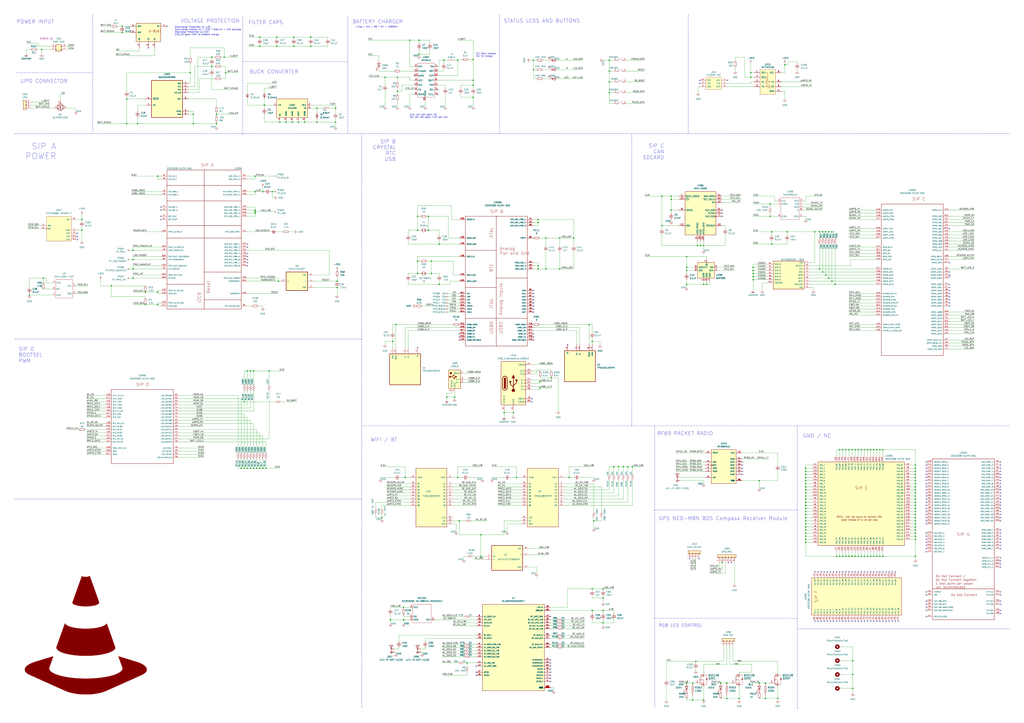
<source format=kicad_sch>
(kicad_sch (version 20211123) (generator eeschema)
  (paper "A1")
  (lib_symbols
    (symbol "24LC_32AT-IOT:24LC_32AT-I{slash}OT"
      (property "Reference" "U" (at 6.35 8.89 0))
      (property "Value" "24LC_32AT-I{slash}OT" (at -5.08 8.89 0))
      (symbol "24LC_32AT-I{slash}OT_0_0"
        (pin bidirectional line (at 8.89 2.54 180) (length 2.54) (name "SCL") (number "1"))
        (pin bidirectional line (at -10.16 -5.08 0) (length 2.54) (name "VSS") (number "2"))
        (pin bidirectional line (at 8.89 -3.81 180) (length 2.54) (name "SDA") (number "3"))
        (pin bidirectional line (at -10.16 5.08 0) (length 2.54) (name "VCC") (number "4"))
        (pin bidirectional line (at -10.16 0 0) (length 2.54) (name "WP") (number "5"))
      )
    )
    (symbol "AP1509-50SG-13:AP1509-50SG-13" (pin_names (offset 1.016))
      (property "Reference" "U?" (at 0 2.54 0))
      (property "Value" "AP1509" (at 0 0 0))
      (symbol "AP1509-50SG-13_0_0"
        (pin bidirectional line (at -15.24 2.54 0) (length 2.54) (name "VIN") (number "1"))
        (pin bidirectional line (at 15.24 2.54 180) (length 2.54) (name "VOUT") (number "2"))
        (pin bidirectional line (at 15.24 0 180) (length 2.54) (name "FB") (number "3"))
        (pin bidirectional line (at -10.16 -10.16 90) (length 2.54) (name "SD") (number "4"))
        (pin bidirectional line (at -5.08 -10.16 90) (length 2.54) (name "GND5") (number "5"))
        (pin bidirectional line (at 0 -10.16 90) (length 2.54) (name "GND6") (number "6"))
        (pin bidirectional line (at 5.08 -10.16 90) (length 2.54) (name "GND7") (number "7"))
        (pin bidirectional line (at 10.16 -10.16 90) (length 2.54) (name "GND8") (number "8"))
      )
    )
    (symbol "ATECC608A-MAHDA-T:ATECC608A-MAHDA-T" (pin_names (offset 1.016))
      (property "Reference" "U?" (at 0 15.24 0))
      (property "Value" "ATECC608A-MAHDA-T" (at 0 12.7 0))
      (symbol "ATECC608A-MAHDA-T_0_0"
        (pin power_in line (at 15.24 -1.27 180) (length 5.08) (name "GND") (number "4"))
        (pin bidirectional line (at -15.24 2.54 0) (length 5.08) (name "SDA") (number "5"))
        (pin input clock (at -15.24 0 0) (length 5.08) (name "SCL") (number "6"))
        (pin power_in line (at 15.24 7.62 180) (length 5.08) (name "VCC") (number "8"))
        (pin power_in line (at 15.24 -3.81 180) (length 5.08) (name "EXP") (number "9"))
        (pin power_in line (at 15.24 -6.35 180) (length 5.08) (name "EXP") (number "9_1"))
        (pin power_in line (at 15.24 -8.89 180) (length 5.08) (name "EXP") (number "9_2"))
      )
    )
    (symbol "BQ29209DRBR:BQ29209DRBR" (pin_names (offset 1.016))
      (property "Reference" "U" (at -12.7 16.2306 0))
      (property "Value" "BQ29209DRBR" (at -12.7 -19.2278 0))
      (symbol "BQ29209DRBR_0_0"
        (pin power_in line (at 17.78 7.62 180) (length 5.08) (name "VC2") (number "1"))
        (pin power_in line (at 17.78 10.16 180) (length 5.08) (name "VC1") (number "2"))
        (pin power_in line (at 17.78 5.08 180) (length 5.08) (name "VC1_CB") (number "3"))
        (pin bidirectional line (at -17.78 -5.08 0) (length 5.08) (name "CD") (number "4"))
        (pin power_in line (at 17.78 -12.7 180) (length 5.08) (name "GND") (number "5"))
        (pin input line (at -17.78 0 0) (length 5.08) (name "~{CB_EN}") (number "6"))
        (pin power_in line (at 17.78 12.7 180) (length 5.08) (name "VDD") (number "7"))
        (pin output line (at 17.78 0 180) (length 5.08) (name "OUT") (number "8"))
        (pin power_in line (at 17.78 -10.16 180) (length 5.08) (name "EPAD") (number "9"))
      )
    )
    (symbol "Connector:TestPoint_Small" (pin_numbers hide) (pin_names (offset 0.762) hide)
      (property "Reference" "TP" (at 0 3.81 0))
      (property "Value" "TestPoint_Small" (at 0 2.032 0))
      (symbol "TestPoint_Small_1_1"
        (pin passive line (at 0 0 90) (length 0) (name "1") (number "1"))
      )
    )
    (symbol "Connector:USB_B" (pin_names (offset 1.016))
      (property "Reference" "J" (at -5.08 11.43 0))
      (property "Value" "USB_B" (at -5.08 8.89 0))
      (symbol "USB_B_1_1"
        (pin power_out line (at 7.62 5.08 180) (length 2.54) (name "VBUS") (number "1"))
        (pin bidirectional line (at 7.62 -2.54 180) (length 2.54) (name "D-") (number "2"))
        (pin bidirectional line (at 7.62 0 180) (length 2.54) (name "D+") (number "3"))
        (pin power_out line (at 0 -10.16 90) (length 2.54) (name "GND") (number "4"))
        (pin passive line (at -2.54 -10.16 90) (length 2.54) (name "Shield") (number "5"))
      )
    )
    (symbol "Connector:USB_C_Receptacle_USB2.0" (pin_names (offset 1.016))
      (property "Reference" "J" (at -10.16 19.05 0))
      (property "Value" "USB_C_Receptacle_USB2.0" (at 19.05 19.05 0))
      (symbol "USB_C_Receptacle_USB2.0_1_1"
        (pin passive line (at 0 -22.86 90) (length 5.08) (name "GND") (number "A1"))
        (pin passive line (at 0 -22.86 90) (length 5.08) hide (name "GND") (number "A12"))
        (pin passive line (at 15.24 15.24 180) (length 5.08) (name "VBUS") (number "A4"))
        (pin bidirectional line (at 15.24 10.16 180) (length 5.08) (name "CC1") (number "A5"))
        (pin bidirectional line (at 15.24 -2.54 180) (length 5.08) (name "D+") (number "A6"))
        (pin bidirectional line (at 15.24 2.54 180) (length 5.08) (name "D-") (number "A7"))
        (pin bidirectional line (at 15.24 -12.7 180) (length 5.08) (name "SBU1") (number "A8"))
        (pin passive line (at 15.24 15.24 180) (length 5.08) hide (name "VBUS") (number "A9"))
        (pin passive line (at 0 -22.86 90) (length 5.08) hide (name "GND") (number "B1"))
        (pin passive line (at 0 -22.86 90) (length 5.08) hide (name "GND") (number "B12"))
        (pin passive line (at 15.24 15.24 180) (length 5.08) hide (name "VBUS") (number "B4"))
        (pin bidirectional line (at 15.24 7.62 180) (length 5.08) (name "CC2") (number "B5"))
        (pin bidirectional line (at 15.24 -5.08 180) (length 5.08) (name "D+") (number "B6"))
        (pin bidirectional line (at 15.24 0 180) (length 5.08) (name "D-") (number "B7"))
        (pin bidirectional line (at 15.24 -15.24 180) (length 5.08) (name "SBU2") (number "B8"))
        (pin passive line (at 15.24 15.24 180) (length 5.08) hide (name "VBUS") (number "B9"))
        (pin passive line (at -7.62 -22.86 90) (length 5.08) (name "SHIELD") (number "S1"))
      )
    )
    (symbol "Connector_Generic:Conn_01x03" (pin_names (offset 1.016) hide)
      (property "Reference" "J" (at 0 5.08 0))
      (property "Value" "Conn_01x03" (at 0 -5.08 0))
      (symbol "Conn_01x03_1_1"
        (pin passive line (at -5.08 2.54 0) (length 3.81) (name "Pin_1") (number "1"))
        (pin passive line (at -5.08 0 0) (length 3.81) (name "Pin_2") (number "2"))
        (pin passive line (at -5.08 -2.54 0) (length 3.81) (name "Pin_3") (number "3"))
      )
    )
    (symbol "Connector_Generic:Conn_01x04" (pin_names (offset 1.016) hide)
      (property "Reference" "J" (at 0 5.08 0))
      (property "Value" "Conn_01x04" (at 0 -7.62 0))
      (symbol "Conn_01x04_1_1"
        (pin passive line (at -5.08 2.54 0) (length 3.81) (name "Pin_1") (number "1"))
        (pin passive line (at -5.08 0 0) (length 3.81) (name "Pin_2") (number "2"))
        (pin passive line (at -5.08 -2.54 0) (length 3.81) (name "Pin_3") (number "3"))
        (pin passive line (at -5.08 -5.08 0) (length 3.81) (name "Pin_4") (number "4"))
      )
    )
    (symbol "Connector_Generic:Conn_01x06" (pin_names (offset 1.016) hide)
      (property "Reference" "J" (at 0 7.62 0))
      (property "Value" "Conn_01x06" (at 0 -10.16 0))
      (symbol "Conn_01x06_1_1"
        (pin passive line (at -5.08 5.08 0) (length 3.81) (name "Pin_1") (number "1"))
        (pin passive line (at -5.08 2.54 0) (length 3.81) (name "Pin_2") (number "2"))
        (pin passive line (at -5.08 0 0) (length 3.81) (name "Pin_3") (number "3"))
        (pin passive line (at -5.08 -2.54 0) (length 3.81) (name "Pin_4") (number "4"))
        (pin passive line (at -5.08 -5.08 0) (length 3.81) (name "Pin_5") (number "5"))
        (pin passive line (at -5.08 -7.62 0) (length 3.81) (name "Pin_6") (number "6"))
      )
    )
    (symbol "Connector_Generic:Conn_02x02_Top_Bottom" (pin_names (offset 1.016) hide)
      (property "Reference" "J" (at 1.27 2.54 0))
      (property "Value" "Conn_02x02_Top_Bottom" (at 1.27 -5.08 0))
      (symbol "Conn_02x02_Top_Bottom_1_1"
        (pin passive line (at -5.08 0 0) (length 3.81) (name "Pin_1") (number "1"))
        (pin passive line (at -5.08 -2.54 0) (length 3.81) (name "Pin_2") (number "2"))
        (pin passive line (at 7.62 0 180) (length 3.81) (name "Pin_3") (number "3"))
        (pin passive line (at 7.62 -2.54 180) (length 3.81) (name "Pin_4") (number "4"))
      )
    )
    (symbol "Device:C_Small" (pin_numbers hide) (pin_names (offset 0.254) hide)
      (property "Reference" "C" (at 0.254 1.778 0))
      (property "Value" "C_Small" (at 0.254 -2.032 0))
      (symbol "C_Small_1_1"
        (pin passive line (at 0 2.54 270) (length 2.032) (name "~") (number "1"))
        (pin passive line (at 0 -2.54 90) (length 2.032) (name "~") (number "2"))
      )
    )
    (symbol "Device:Crystal_Small" (pin_numbers hide) (pin_names (offset 1.016) hide)
      (property "Reference" "Y" (at 0 2.54 0))
      (property "Value" "Crystal_Small" (at 0 -2.54 0))
      (symbol "Crystal_Small_1_1"
        (pin passive line (at -2.54 0 0) (length 1.27) (name "1") (number "1"))
        (pin passive line (at 2.54 0 180) (length 1.27) (name "2") (number "2"))
      )
    )
    (symbol "Device:D_Small" (pin_numbers hide) (pin_names (offset 0.254) hide)
      (property "Reference" "D" (at -1.27 2.032 0))
      (property "Value" "D_Small" (at -3.81 -2.032 0))
      (symbol "D_Small_1_1"
        (pin passive line (at -2.54 0 0) (length 1.778) (name "K") (number "1"))
        (pin passive line (at 2.54 0 180) (length 1.778) (name "A") (number "2"))
      )
    )
    (symbol "Device:LED" (pin_numbers hide) (pin_names (offset 1.016) hide)
      (property "Reference" "D" (at 0 2.54 0))
      (property "Value" "LED" (at 0 -2.54 0))
      (symbol "LED_1_1"
        (pin passive line (at -3.81 0 0) (length 2.54) (name "K") (number "1"))
        (pin passive line (at 3.81 0 180) (length 2.54) (name "A") (number "2"))
      )
    )
    (symbol "Device:LED_Small" (pin_numbers hide) (pin_names (offset 0.254) hide)
      (property "Reference" "D" (at -1.27 3.175 0))
      (property "Value" "LED_Small" (at -4.445 -2.54 0))
      (symbol "LED_Small_1_1"
        (pin passive line (at -2.54 0 0) (length 1.778) (name "K") (number "1"))
        (pin passive line (at 2.54 0 180) (length 1.778) (name "A") (number "2"))
      )
    )
    (symbol "Device:L_Small" (pin_numbers hide) (pin_names (offset 0.254) hide)
      (property "Reference" "L" (at 0.762 1.016 0))
      (property "Value" "L_Small" (at 0.762 -1.016 0))
      (symbol "L_Small_1_1"
        (pin passive line (at 0 2.54 270) (length 0.508) (name "~") (number "1"))
        (pin passive line (at 0 -2.54 90) (length 0.508) (name "~") (number "2"))
      )
    )
    (symbol "Device:Q_NMOS_SGD" (pin_names (offset 0) hide)
      (property "Reference" "Q" (at 5.08 1.27 0))
      (property "Value" "Q_NMOS_SGD" (at 5.08 -1.27 0))
      (symbol "Q_NMOS_SGD_1_1"
        (pin passive line (at 2.54 -5.08 90) (length 2.54) (name "S") (number "1"))
        (pin input line (at -5.08 0 0) (length 5.08) (name "G") (number "2"))
        (pin passive line (at 2.54 5.08 270) (length 2.54) (name "D") (number "3"))
      )
    )
    (symbol "Device:R_Small" (pin_numbers hide) (pin_names (offset 0.254) hide)
      (property "Reference" "R" (at 0.762 0.508 0))
      (property "Value" "R_Small" (at 0.762 -1.016 0))
      (symbol "R_Small_1_1"
        (pin passive line (at 0 2.54 270) (length 0.762) (name "~") (number "1"))
        (pin passive line (at 0 -2.54 90) (length 0.762) (name "~") (number "2"))
      )
    )
    (symbol "Device:R_Small_US" (pin_numbers hide) (pin_names (offset 0.254) hide)
      (property "Reference" "R" (at 0.762 0.508 0))
      (property "Value" "R_Small_US" (at 0.762 -1.016 0))
      (symbol "R_Small_US_1_1"
        (pin passive line (at 0 2.54 270) (length 1.016) (name "~") (number "1"))
        (pin passive line (at 0 -2.54 90) (length 1.016) (name "~") (number "2"))
      )
    )
    (symbol "MP2615_1"
      (property "Reference" "U" (at -2.54 2.54 0))
      (property "Value" "MP2615_1" (at 0 0 0))
      (symbol "MP2615_1_1_1"
        (pin unspecified line (at 15.24 -3.81 180) (length 2.54) (name "SW") (number "1"))
        (pin unspecified line (at 15.24 -11.43 180) (length 2.54) (name "CSP") (number "10"))
        (pin input line (at -3.81 -7.62 0) (length 2.54) (name "CHGOK") (number "11"))
        (pin input line (at -3.81 -11.43 0) (length 2.54) (name "ACOK") (number "12"))
        (pin input line (at -3.81 -19.05 0) (length 2.54) (name "NTC") (number "13"))
        (pin unspecified line (at 15.24 -19.05 180) (length 2.54) (name "TMR") (number "14"))
        (pin unspecified line (at 15.24 -7.62 180) (length 2.54) (name "BST") (number "15"))
        (pin unspecified line (at 5.08 -31.75 90) (length 2.54) (name "PGND") (number "16"))
        (pin input line (at -3.81 -3.81 0) (length 2.54) (name "VIN") (number "2"))
        (pin input line (at -3.81 -15.24 0) (length 2.54) (name "VCC") (number "3"))
        (pin unspecified line (at 15.24 -26.67 180) (length 2.54) (name "CELL") (number "4"))
        (pin unspecified line (at 15.24 -22.86 180) (length 2.54) (name "SEL") (number "5"))
        (pin input line (at -3.81 -22.86 0) (length 2.54) (name "EN") (number "6"))
        (pin input line (at -3.81 -26.67 0) (length 2.54) (name "AGND") (number "8"))
        (pin unspecified line (at 15.24 -15.24 180) (length 2.54) (name "BATT") (number "9"))
      )
    )
    (symbol "Mechanical:MountingHole_Pad" (pin_numbers hide) (pin_names (offset 1.016) hide)
      (property "Reference" "H" (at 0 6.35 0))
      (property "Value" "MountingHole_Pad" (at 0 4.445 0))
      (symbol "MountingHole_Pad_1_1"
        (pin input line (at 0 -2.54 90) (length 2.54) (name "1") (number "1"))
      )
    )
    (symbol "OSD3358-512M-BAS:OSD3358-512M-BAS" (pin_names (offset 1.016))
      (property "Reference" "U" (at 0 116.84 0))
      (property "Value" "OSD3358-512M-BAS" (at 0 -2.54 0))
      (symbol "OSD3358-512M-BAS_1_0"
        (text "I2C0" (at 27.94 5.08 900) (effects (font (size 2.54 2.54)) (justify left bottom)))
        (text "Reset" (at 35.56 12.7 900) (effects (font (size 2.54 2.54)) (justify left bottom)))
        (text "SIP A" (at 27.94 116.84 0) (effects (font (size 2.54 2.54)) (justify left bottom)))
        (pin bidirectional line (at 66.04 12.7 180) (length 5.08) (name "WARMRSTN") (number "A10"))
        (pin output line (at -5.08 35.56 0) (length 5.08) (name "PMIC_OUT_NWAKEUP") (number "A19"))
        (pin output line (at 66.04 25.4 180) (length 5.08) (name "PMIC_OUT_PGOOD") (number "A20"))
        (pin input line (at 66.04 22.86 180) (length 5.08) (name "PWRONRSTN") (number "B15"))
        (pin bidirectional line (at -5.08 25.4 0) (length 5.08) (name "EXTINTN") (number "B18"))
        (pin output line (at -5.08 27.94 0) (length 5.08) (name "PMIC_OUT_NINT") (number "B19"))
        (pin output line (at -5.08 43.18 0) (length 5.08) (name "PMIC_OUT_LDO_PGOOD") (number "B20"))
        (pin input line (at 66.04 2.54 180) (length 5.08) (name "RTC_KALDO_ENN") (number "B4"))
        (pin bidirectional line (at -5.08 40.64 0) (length 5.08) (name "RTC_PWRONRSTN") (number "B5"))
        (pin bidirectional line (at -5.08 12.7 0) (length 5.08) (name "I2C0_SCL") (number "C16"))
        (pin bidirectional line (at -5.08 2.54 0) (length 5.08) (name "I2C0_SDA") (number "C17"))
        (pin bidirectional line (at -5.08 5.08 0) (length 5.08) (name "PMIC_IN_I2C_SDA") (number "C19"))
        (pin bidirectional line (at -5.08 15.24 0) (length 5.08) (name "PMIC_IN_I2C_SCL") (number "C20"))
        (pin bidirectional line (at -5.08 33.02 0) (length 5.08) (name "EXT_WAKEUP") (number "C5"))
        (pin output line (at -5.08 48.26 0) (length 5.08) (name "PMIC_POWER_EN") (number "C6"))
        (pin output line (at 66.04 81.28 180) (length 5.08) (name "SYS_VDD_1P8V_2") (number "D10"))
        (pin input line (at -5.08 50.8 0) (length 5.08) (name "PMIC_IN_PWR_EN") (number "D19"))
        (pin input line (at -5.08 63.5 0) (length 5.08) (name "PMIC_IN_PB_IN") (number "D20"))
        (pin output line (at 66.04 53.34 180) (length 5.08) (name "SYS_RTC_1P8V_1") (number "D7"))
        (pin output line (at 66.04 48.26 180) (length 5.08) (name "SYS_RTC_1P8V_3") (number "E14"))
        (pin output line (at 66.04 50.8 180) (length 5.08) (name "SYS_RTC_1P8V_2") (number "E6"))
        (pin output line (at 66.04 83.82 180) (length 5.08) (name "SYS_VDD_1P8V_1") (number "E9"))
        (pin output line (at 66.04 45.72 180) (length 5.08) (name "SYS_RTC_1P8V_4") (number "F9"))
        (pin output line (at 66.04 43.18 180) (length 5.08) (name "SYS_RTC_1P8V_5") (number "K13"))
        (pin output line (at 66.04 78.74 180) (length 5.08) (name "SYS_VDD_1P8V_3") (number "N16"))
        (pin output line (at 66.04 40.64 180) (length 5.08) (name "SYS_RTC_1P8V_6") (number "N6"))
        (pin output line (at 66.04 35.56 180) (length 5.08) (name "SYS_RTC_1P8V_8") (number "P14"))
        (pin output line (at 66.04 38.1 180) (length 5.08) (name "SYS_RTC_1P8V_7") (number "P9"))
        (pin output line (at 66.04 76.2 180) (length 5.08) (name "SYS_VDD_1P8V_4") (number "R16"))
        (pin output line (at 66.04 96.52 180) (length 5.08) (name "SYS_VDD1_3P3V_1") (number "U20"))
        (pin output line (at 66.04 93.98 180) (length 5.08) (name "SYS_VDD1_3P3V_2") (number "V20"))
        (pin input line (at -5.08 73.66 0) (length 5.08) (name "BAT_TEMP") (number "W1"))
        (pin output line (at 66.04 109.22 180) (length 5.08) (name "SYS_VOUT_1") (number "W4"))
        (pin input line (at -5.08 76.2 0) (length 5.08) (name "BAT_VOLT") (number "Y1"))
        (pin output line (at 66.04 63.5 180) (length 5.08) (name "SYS_VDD2_3P3V") (number "Y11"))
        (pin input line (at -5.08 83.82 0) (length 5.08) (name "VIN_BAT_1") (number "Y2"))
        (pin input line (at -5.08 81.28 0) (length 5.08) (name "VIN_BAT_2") (number "Y3"))
        (pin output line (at 66.04 106.68 180) (length 5.08) (name "SYS_VOUT_2") (number "Y4"))
        (pin input line (at -5.08 109.22 0) (length 5.08) (name "VIN_AC_1") (number "Y5"))
        (pin input line (at -5.08 106.68 0) (length 5.08) (name "VIN_AC_2") (number "Y6"))
        (pin input line (at -5.08 96.52 0) (length 5.08) (name "VIN_USB_1") (number "Y8"))
        (pin input line (at -5.08 93.98 0) (length 5.08) (name "VIN_USB_2") (number "Y9"))
      )
      (symbol "OSD3358-512M-BAS_2_0"
        (text "Analog " (at 27.94 78.74 0) (effects (font (size 2.54 2.54)) (justify left bottom)))
        (text "Analog Inputs" (at 30.48 25.4 900) (effects (font (size 2.54 2.54)) (justify left bottom)))
        (text "JTAG" (at 22.86 30.48 900) (effects (font (size 2.54 2.54)) (justify left bottom)))
        (text "Pwr and Gnd" (at 27.94 74.93 0) (effects (font (size 2.54 2.54)) (justify left bottom)))
        (text "RTC" (at 22.86 60.96 900) (effects (font (size 2.54 2.54)) (justify left bottom)))
        (text "SIP B" (at 20.32 109.22 0) (effects (font (size 2.54 2.54)) (justify left bottom)))
        (text "USB0" (at 22.86 10.16 900) (effects (font (size 2.54 2.54)) (justify left bottom)))
        (text "USB1" (at 30.48 10.16 900) (effects (font (size 2.54 2.54)) (justify left bottom)))
        (text "XTAL" (at 22.86 88.9 900) (effects (font (size 2.54 2.54)) (justify left bottom)))
        (pin bidirectional line (at -5.08 40.64 0) (length 5.08) (name "TDO") (number "A11"))
        (pin bidirectional line (at -5.08 38.1 0) (length 5.08) (name "TCK") (number "A12"))
        (pin bidirectional line (at 55.88 104.14 180) (length 5.08) (name "SYS_ADC_1P8V_1") (number "A4"))
        (pin bidirectional line (at 55.88 101.6 180) (length 5.08) (name "SYS_ADC_1P8V_2") (number "A5"))
        (pin bidirectional line (at 55.88 68.58 180) (length 5.08) (name "VSSA_ADC_1") (number "A6"))
        (pin bidirectional line (at 55.88 38.1 180) (length 5.08) (name "AIN3") (number "A7"))
        (pin bidirectional line (at 55.88 30.48 180) (length 5.08) (name "AIN6") (number "A8"))
        (pin bidirectional line (at 55.88 66.04 180) (length 5.08) (name "VSSA_ADC_2") (number "A9"))
        (pin bidirectional line (at -5.08 33.02 0) (length 5.08) (name "TRSTN") (number "B10"))
        (pin bidirectional line (at -5.08 43.18 0) (length 5.08) (name "TDI") (number "B11"))
        (pin bidirectional line (at -5.08 27.94 0) (length 5.08) (name "EMU1") (number "B14"))
        (pin bidirectional line (at 55.88 45.72 180) (length 5.08) (name "AIN0") (number "B6"))
        (pin bidirectional line (at 55.88 40.64 180) (length 5.08) (name "AIN2") (number "B7"))
        (pin bidirectional line (at 55.88 33.02 180) (length 5.08) (name "AIN5") (number "B8"))
        (pin bidirectional line (at 55.88 88.9 180) (length 5.08) (name "VREFP") (number "B9"))
        (pin bidirectional line (at -5.08 35.56 0) (length 5.08) (name "TMS") (number "C11"))
        (pin bidirectional line (at -5.08 30.48 0) (length 5.08) (name "EMU0") (number "C14"))
        (pin bidirectional line (at 55.88 43.18 180) (length 5.08) (name "AIN1") (number "C7"))
        (pin bidirectional line (at 55.88 35.56 180) (length 5.08) (name "AIN4") (number "C8"))
        (pin bidirectional line (at 55.88 27.94 180) (length 5.08) (name "AIN7") (number "C9"))
        (pin bidirectional line (at 55.88 99.06 180) (length 5.08) (name "SYS_ADC_1P8V_3") (number "D8"))
        (pin bidirectional line (at 55.88 63.5 180) (length 5.08) (name "VSSA_ADC_3") (number "E8"))
        (pin bidirectional line (at 55.88 5.08 180) (length 5.08) (name "USB1_DRVVBUS") (number "F15"))
        (pin bidirectional line (at -5.08 5.08 0) (length 5.08) (name "USB0_DRVVBUS") (number "F16"))
        (pin bidirectional line (at -5.08 58.42 0) (length 5.08) (name "OSC1_OUT") (number "F20"))
        (pin bidirectional line (at -5.08 53.34 0) (length 5.08) (name "OSC1_GND") (number "G20"))
        (pin bidirectional line (at -5.08 73.66 0) (length 5.08) (name "OSC1_IN") (number "H20"))
        (pin bidirectional line (at -5.08 88.9 0) (length 5.08) (name "OSC0_OUT") (number "K20"))
        (pin bidirectional line (at -5.08 83.82 0) (length 5.08) (name "OSC0_GND") (number "L20"))
        (pin bidirectional line (at -5.08 7.62 0) (length 5.08) (name "USB0_CE") (number "M15"))
        (pin bidirectional line (at -5.08 104.14 0) (length 5.08) (name "OSC0_IN") (number "M20"))
        (pin bidirectional line (at -5.08 12.7 0) (length 5.08) (name "USB0_DP") (number "N17"))
        (pin bidirectional line (at -5.08 15.24 0) (length 5.08) (name "USB0_DM") (number "N18"))
        (pin bidirectional line (at -5.08 17.78 0) (length 5.08) (name "USB0_VBUS") (number "P15"))
        (pin bidirectional line (at -5.08 10.16 0) (length 5.08) (name "USB0_ID") (number "P16"))
        (pin bidirectional line (at 55.88 10.16 180) (length 5.08) (name "USB1_ID") (number "P17"))
        (pin bidirectional line (at 55.88 7.62 180) (length 5.08) (name "USB1_CE") (number "P18"))
        (pin bidirectional line (at 55.88 12.7 180) (length 5.08) (name "USB1_DP") (number "R17"))
        (pin bidirectional line (at 55.88 15.24 180) (length 5.08) (name "USB1_DM") (number "R18"))
        (pin bidirectional line (at 55.88 17.78 180) (length 5.08) (name "USB1_VBUS") (number "T18"))
      )
      (symbol "OSD3358-512M-BAS_3_0"
        (text "SIP C" (at 25.4 127 0) (effects (font (size 2.54 2.54)) (justify left bottom)))
        (pin bidirectional line (at -5.08 50.8 0) (length 5.08) (name "MCASP0_ACLKX") (number "A13"))
        (pin bidirectional line (at -5.08 33.02 0) (length 5.08) (name "MCASP0_AHCLKX") (number "A14"))
        (pin bidirectional line (at -5.08 25.4 0) (length 5.08) (name "XDMA_EVENT_INTR0") (number "A15"))
        (pin bidirectional line (at -5.08 81.28 0) (length 5.08) (name "SPI0_CS0") (number "A16"))
        (pin bidirectional line (at -5.08 88.9 0) (length 5.08) (name "SPI0_SCLK") (number "A17"))
        (pin bidirectional line (at -5.08 40.64 0) (length 5.08) (name "MCASP0_ACLKR") (number "B12"))
        (pin bidirectional line (at -5.08 48.26 0) (length 5.08) (name "MCASP0_FSX") (number "B13"))
        (pin bidirectional line (at -5.08 83.82 0) (length 5.08) (name "SPI0_D1") (number "B16"))
        (pin bidirectional line (at -5.08 86.36 0) (length 5.08) (name "SPI0_D0") (number "B17"))
        (pin bidirectional line (at -5.08 43.18 0) (length 5.08) (name "MCASP0_AHCLKR") (number "C12"))
        (pin bidirectional line (at -5.08 38.1 0) (length 5.08) (name "MCASP0_FSR") (number "C13"))
        (pin bidirectional line (at -5.08 78.74 0) (length 5.08) (name "SPI0_CS1") (number "C15"))
        (pin bidirectional line (at -5.08 20.32 0) (length 5.08) (name "ECAP0_IN_PWM0_OUT") (number "C18"))
        (pin bidirectional line (at -5.08 45.72 0) (length 5.08) (name "MCASP0_AXR0") (number "D12"))
        (pin bidirectional line (at -5.08 35.56 0) (length 5.08) (name "MCASP0_AXR1") (number "D13"))
        (pin bidirectional line (at -5.08 22.86 0) (length 5.08) (name "XDMA_EVENT_INTR1") (number "D14"))
        (pin bidirectional line (at -5.08 104.14 0) (length 5.08) (name "UART1_TXD") (number "D15"))
        (pin bidirectional line (at -5.08 101.6 0) (length 5.08) (name "UART1_RXD") (number "D16"))
        (pin bidirectional line (at -5.08 96.52 0) (length 5.08) (name "UART1_RTSN") (number "D17"))
        (pin bidirectional line (at -5.08 99.06 0) (length 5.08) (name "UART1_CTSN") (number "D18"))
        (pin bidirectional line (at -5.08 116.84 0) (length 5.08) (name "UART0_RXD") (number "E15"))
        (pin bidirectional line (at -5.08 119.38 0) (length 5.08) (name "UART0_TXD") (number "E16"))
        (pin bidirectional line (at -5.08 111.76 0) (length 5.08) (name "UART0_RTSN") (number "E17"))
        (pin bidirectional line (at -5.08 114.3 0) (length 5.08) (name "UART0_CTSN") (number "E18"))
        (pin bidirectional line (at -5.08 58.42 0) (length 5.08) (name "MMC0_DAT3") (number "F17"))
        (pin bidirectional line (at -5.08 60.96 0) (length 5.08) (name "MMC0_DAT2") (number "F18"))
        (pin bidirectional line (at -5.08 63.5 0) (length 5.08) (name "MMC0_DAT1") (number "G15"))
        (pin bidirectional line (at -5.08 66.04 0) (length 5.08) (name "MMC0_DAT0") (number "G16"))
        (pin bidirectional line (at -5.08 71.12 0) (length 5.08) (name "MMC0_CLK") (number "G17"))
        (pin bidirectional line (at -5.08 68.58 0) (length 5.08) (name "MMC0_CMD") (number "G18"))
        (pin bidirectional line (at 55.88 22.86 180) (length 5.08) (name "GPMC_AD13") (number "R12"))
        (pin bidirectional line (at 55.88 114.3 180) (length 5.08) (name "GPMC_A00") (number "R13"))
        (pin bidirectional line (at 55.88 104.14 180) (length 5.08) (name "GPMC_A04") (number "R14"))
        (pin bidirectional line (at 55.88 12.7 180) (length 5.08) (name "GPMC_ADVN_ALE") (number "R7"))
        (pin bidirectional line (at 55.88 53.34 180) (length 5.08) (name "GPMC_AD02") (number "R8"))
        (pin bidirectional line (at 55.88 43.18 180) (length 5.08) (name "GPMC_AD06") (number "R9"))
        (pin bidirectional line (at 55.88 33.02 180) (length 5.08) (name "GPMC_AD09") (number "T10"))
        (pin bidirectional line (at 55.88 30.48 180) (length 5.08) (name "GPMC_AD10") (number "T11"))
        (pin bidirectional line (at 55.88 25.4 180) (length 5.08) (name "GPMC_AD12") (number "T12"))
        (pin bidirectional line (at 55.88 63.5 180) (length 5.08) (name "GPMC_CSN3") (number "T13"))
        (pin bidirectional line (at 55.88 106.68 180) (length 5.08) (name "GPMC_A03") (number "T14"))
        (pin bidirectional line (at 55.88 96.52 180) (length 5.08) (name "GPMC_A07") (number "T15"))
        (pin bidirectional line (at 55.88 88.9 180) (length 5.08) (name "GPMC_A10") (number "T16"))
        (pin bidirectional line (at 55.88 78.74 180) (length 5.08) (name "GPMC_WAIT0") (number "T17"))
        (pin bidirectional line (at 55.88 10.16 180) (length 5.08) (name "GPMC_BEN0_CLE") (number "T6"))
        (pin bidirectional line (at 55.88 5.08 180) (length 5.08) (name "GPMC_OEN_REN") (number "T7"))
        (pin bidirectional line (at 55.88 50.8 180) (length 5.08) (name "GPMC_AD03") (number "T8"))
        (pin bidirectional line (at 55.88 40.64 180) (length 5.08) (name "GPMC_AD07") (number "T9"))
        (pin bidirectional line (at 55.88 35.56 180) (length 5.08) (name "GPMC_AD08") (number "U10"))
        (pin bidirectional line (at 55.88 27.94 180) (length 5.08) (name "GPMC_AD11") (number "U12"))
        (pin bidirectional line (at 55.88 17.78 180) (length 5.08) (name "GPMC_AD15") (number "U13"))
        (pin bidirectional line (at 55.88 109.22 180) (length 5.08) (name "GPMC_A02") (number "U14"))
        (pin bidirectional line (at 55.88 99.06 180) (length 5.08) (name "GPMC_A06") (number "U15"))
        (pin bidirectional line (at 55.88 91.44 180) (length 5.08) (name "GPMC_A09") (number "U16"))
        (pin bidirectional line (at 55.88 76.2 180) (length 5.08) (name "GPMC_WPN") (number "U17"))
        (pin bidirectional line (at 55.88 81.28 180) (length 5.08) (name "GPMC_BEN1") (number "U18"))
        (pin bidirectional line (at 55.88 7.62 180) (length 5.08) (name "GPMC_WEN") (number "U6"))
        (pin bidirectional line (at 55.88 58.42 180) (length 5.08) (name "GPMC_AD00") (number "U7"))
        (pin bidirectional line (at 55.88 48.26 180) (length 5.08) (name "GPMC_AD04") (number "U8"))
        (pin bidirectional line (at 55.88 68.58 180) (length 5.08) (name "GPMC_CSN1") (number "U9"))
        (pin bidirectional line (at 55.88 119.38 180) (length 5.08) (name "GPMC_CLK") (number "V12"))
        (pin bidirectional line (at 55.88 20.32 180) (length 5.08) (name "GPMC_AD14") (number "V13"))
        (pin bidirectional line (at 55.88 111.76 180) (length 5.08) (name "GPMC_A01") (number "V14"))
        (pin bidirectional line (at 55.88 101.6 180) (length 5.08) (name "GPMC_A05") (number "V15"))
        (pin bidirectional line (at 55.88 93.98 180) (length 5.08) (name "GPMC_A08") (number "V16"))
        (pin bidirectional line (at 55.88 86.36 180) (length 5.08) (name "GPMC_A11") (number "V17"))
        (pin bidirectional line (at 55.88 71.12 180) (length 5.08) (name "GPMC_CSN0") (number "V6"))
        (pin bidirectional line (at 55.88 55.88 180) (length 5.08) (name "GPMC_AD01") (number "V7"))
        (pin bidirectional line (at 55.88 45.72 180) (length 5.08) (name "GPMC_AD05") (number "V8"))
        (pin bidirectional line (at 55.88 66.04 180) (length 5.08) (name "GPMC_CSN2") (number "V9"))
      )
      (symbol "OSD3358-512M-BAS_4_0"
        (text "SIP D" (at 20.32 63.5 0) (effects (font (size 2.54 2.54)) (justify left bottom)))
        (pin bidirectional line (at -5.08 38.1 0) (length 5.08) (name "MII1_COL") (number "H16"))
        (pin bidirectional line (at -5.08 40.64 0) (length 5.08) (name "MII1_CRS") (number "H17"))
        (pin bidirectional line (at -5.08 12.7 0) (length 5.08) (name "RMII1_REF_CLK") (number "H18"))
        (pin bidirectional line (at -5.08 20.32 0) (length 5.08) (name "MII1_RX_ER") (number "J15"))
        (pin bidirectional line (at -5.08 43.18 0) (length 5.08) (name "MII1_TX_EN") (number "J16"))
        (pin bidirectional line (at -5.08 17.78 0) (length 5.08) (name "MII1_RX_DV") (number "J17"))
        (pin bidirectional line (at -5.08 45.72 0) (length 5.08) (name "MII1_TXD3") (number "J18"))
        (pin bidirectional line (at -5.08 48.26 0) (length 5.08) (name "MII1_TXD2") (number "K15"))
        (pin bidirectional line (at -5.08 50.8 0) (length 5.08) (name "MII1_TXD1") (number "K16"))
        (pin bidirectional line (at -5.08 53.34 0) (length 5.08) (name "MII1_TXD0") (number "K17"))
        (pin bidirectional line (at -5.08 55.88 0) (length 5.08) (name "MII1_TX_CLK") (number "K18"))
        (pin bidirectional line (at -5.08 27.94 0) (length 5.08) (name "MII1_RXD1") (number "L15"))
        (pin bidirectional line (at -5.08 25.4 0) (length 5.08) (name "MII1_RXD2") (number "L16"))
        (pin bidirectional line (at -5.08 22.86 0) (length 5.08) (name "MII1_RXD3") (number "L17"))
        (pin bidirectional line (at -5.08 33.02 0) (length 5.08) (name "MII1_RX_CLK") (number "L18"))
        (pin bidirectional line (at -5.08 30.48 0) (length 5.08) (name "MII1_RXD0") (number "M16"))
        (pin bidirectional line (at -5.08 7.62 0) (length 5.08) (name "MDIO") (number "M17"))
        (pin bidirectional line (at -5.08 10.16 0) (length 5.08) (name "MDC") (number "M18"))
        (pin bidirectional line (at 55.88 55.88 180) (length 5.08) (name "LCD_DATA00") (number "R1"))
        (pin bidirectional line (at 55.88 53.34 180) (length 5.08) (name "LCD_DATA01") (number "R2"))
        (pin bidirectional line (at 55.88 50.8 180) (length 5.08) (name "LCD_DATA02") (number "R3"))
        (pin bidirectional line (at 55.88 48.26 180) (length 5.08) (name "LCD_DATA03") (number "R4"))
        (pin bidirectional line (at 55.88 7.62 180) (length 5.08) (name "LCD_HSYNC") (number "R5"))
        (pin bidirectional line (at 55.88 5.08 180) (length 5.08) (name "LCD_AC_BIAS_EN") (number "R6"))
        (pin bidirectional line (at 55.88 45.72 180) (length 5.08) (name "LCD_DATA04") (number "T1"))
        (pin bidirectional line (at 55.88 43.18 180) (length 5.08) (name "LCD_DATA05") (number "T2"))
        (pin bidirectional line (at 55.88 40.64 180) (length 5.08) (name "LCD_DATA06") (number "T3"))
        (pin bidirectional line (at 55.88 38.1 180) (length 5.08) (name "LCD_DATA07") (number "T4"))
        (pin bidirectional line (at 55.88 17.78 180) (length 5.08) (name "LCD_DATA15") (number "T5"))
        (pin bidirectional line (at 55.88 35.56 180) (length 5.08) (name "LCD_DATA08") (number "U1"))
        (pin bidirectional line (at 55.88 33.02 180) (length 5.08) (name "LCD_DATA09") (number "U2"))
        (pin bidirectional line (at 55.88 30.48 180) (length 5.08) (name "LCD_DATA10") (number "U3"))
        (pin bidirectional line (at 55.88 27.94 180) (length 5.08) (name "LCD_DATA11") (number "U4"))
        (pin bidirectional line (at 55.88 10.16 180) (length 5.08) (name "LCD_VSYNC") (number "U5"))
        (pin bidirectional line (at 55.88 25.4 180) (length 5.08) (name "LCD_DATA12") (number "V2"))
        (pin bidirectional line (at 55.88 22.86 180) (length 5.08) (name "LCD_DATA13") (number "V3"))
        (pin bidirectional line (at 55.88 20.32 180) (length 5.08) (name "LCD_DATA14") (number "V4"))
        (pin bidirectional line (at 55.88 12.7 180) (length 5.08) (name "LCD_PCLK") (number "V5"))
      )
      (symbol "OSD3358-512M-BAS_5_0"
        (text "    pads instead of a via per pad." (at -20.32 -15.24 0) (effects (font (size 1.27 1.27)) (justify left bottom)))
        (text "NOTE:  Can use pours to connect VSS" (at -20.32 -12.7 0) (effects (font (size 1.27 1.27)) (justify left bottom)))
        (text "SIP E" (at 0 10.16 0) (effects (font (size 2.54 2.54)) (justify bottom)))
        (pin bidirectional line (at -40.64 30.48 0) (length 5.08) (name "VSS_1") (number "A1"))
        (pin bidirectional line (at -40.64 27.94 0) (length 5.08) (name "VSS_2") (number "A18"))
        (pin bidirectional line (at -40.64 25.4 0) (length 5.08) (name "VSS_3") (number "E19"))
        (pin bidirectional line (at -40.64 22.86 0) (length 5.08) (name "VSS_4") (number "E20"))
        (pin bidirectional line (at -40.64 17.78 0) (length 5.08) (name "VSS_6") (number "F19"))
        (pin bidirectional line (at -40.64 20.32 0) (length 5.08) (name "VSS_5") (number "F8"))
        (pin bidirectional line (at -40.64 10.16 0) (length 5.08) (name "VSS_9") (number "G11"))
        (pin bidirectional line (at -40.64 7.62 0) (length 5.08) (name "VSS_10") (number "G12"))
        (pin bidirectional line (at -40.64 5.08 0) (length 5.08) (name "VSS_11") (number "G19"))
        (pin bidirectional line (at -40.64 15.24 0) (length 5.08) (name "VSS_7") (number "G8"))
        (pin bidirectional line (at -40.64 12.7 0) (length 5.08) (name "VSS_8") (number "G9"))
        (pin bidirectional line (at -40.64 -7.62 0) (length 5.08) (name "VSS_16") (number "H10"))
        (pin bidirectional line (at -40.64 -10.16 0) (length 5.08) (name "VSS_17") (number "H12"))
        (pin bidirectional line (at -40.64 -12.7 0) (length 5.08) (name "VSS_18") (number "H19"))
        (pin bidirectional line (at -40.64 2.54 0) (length 5.08) (name "VSS_12") (number "H6"))
        (pin bidirectional line (at -40.64 0 0) (length 5.08) (name "VSS_13") (number "H7"))
        (pin bidirectional line (at -40.64 -2.54 0) (length 5.08) (name "VSS_14") (number "H8"))
        (pin bidirectional line (at -40.64 -5.08 0) (length 5.08) (name "VSS_15") (number "H9"))
        (pin bidirectional line (at -40.64 -25.4 0) (length 5.08) (name "VSS_23") (number "J10"))
        (pin bidirectional line (at -40.64 -27.94 0) (length 5.08) (name "VSS_24") (number "J11"))
        (pin bidirectional line (at -40.64 -30.48 0) (length 5.08) (name "VSS_25") (number "J19"))
        (pin bidirectional line (at -40.64 -33.02 0) (length 5.08) (name "VSS_26") (number "J20"))
        (pin bidirectional line (at -40.64 -15.24 0) (length 5.08) (name "VSS_19") (number "J6"))
        (pin bidirectional line (at -40.64 -17.78 0) (length 5.08) (name "VSS_20") (number "J7"))
        (pin bidirectional line (at -40.64 -20.32 0) (length 5.08) (name "VSS_21") (number "J8"))
        (pin bidirectional line (at -40.64 -22.86 0) (length 5.08) (name "VSS_22") (number "J9"))
        (pin bidirectional line (at -15.24 -40.64 90) (length 5.08) (name "VSS_29") (number "K10"))
        (pin bidirectional line (at -12.7 -40.64 90) (length 5.08) (name "VSS_30") (number "K11"))
        (pin bidirectional line (at -10.16 -40.64 90) (length 5.08) (name "VSS_31") (number "K19"))
        (pin bidirectional line (at -20.32 -40.64 90) (length 5.08) (name "VSS_27") (number "K7"))
        (pin bidirectional line (at -17.78 -40.64 90) (length 5.08) (name "VSS_28") (number "K9"))
        (pin bidirectional line (at -7.62 -40.64 90) (length 5.08) (name "VSS_32") (number "L10"))
        (pin bidirectional line (at -5.08 -40.64 90) (length 5.08) (name "VSS_33") (number "L11"))
        (pin bidirectional line (at -2.54 -40.64 90) (length 5.08) (name "VSS_34") (number "L12"))
        (pin bidirectional line (at 0 -40.64 90) (length 5.08) (name "VSS_35") (number "L13"))
        (pin bidirectional line (at 2.54 -40.64 90) (length 5.08) (name "VSS_36") (number "L19"))
        (pin bidirectional line (at 15.24 -40.64 90) (length 5.08) (name "VSS_41") (number "M10"))
        (pin bidirectional line (at 17.78 -40.64 90) (length 5.08) (name "VSS_42") (number "M12"))
        (pin bidirectional line (at 40.64 -30.48 180) (length 5.08) (name "VSS_43") (number "M14"))
        (pin bidirectional line (at 40.64 -27.94 180) (length 5.08) (name "VSS_44") (number "M19"))
        (pin bidirectional line (at 5.08 -40.64 90) (length 5.08) (name "VSS_37") (number "M6"))
        (pin bidirectional line (at 7.62 -40.64 90) (length 5.08) (name "VSS_38") (number "M7"))
        (pin bidirectional line (at 10.16 -40.64 90) (length 5.08) (name "VSS_39") (number "M8"))
        (pin bidirectional line (at 12.7 -40.64 90) (length 5.08) (name "VSS_40") (number "M9"))
        (pin bidirectional line (at 40.64 -22.86 180) (length 5.08) (name "VSS_46") (number "N10"))
        (pin bidirectional line (at 40.64 -20.32 180) (length 5.08) (name "VSS_47") (number "N11"))
        (pin bidirectional line (at 40.64 -17.78 180) (length 5.08) (name "VSS_48") (number "N14"))
        (pin bidirectional line (at 40.64 -15.24 180) (length 5.08) (name "VSS_49") (number "N19"))
        (pin bidirectional line (at 40.64 -12.7 180) (length 5.08) (name "VSS_50") (number "N20"))
        (pin bidirectional line (at 40.64 -25.4 180) (length 5.08) (name "VSS_45") (number "N7"))
        (pin bidirectional line (at 40.64 -10.16 180) (length 5.08) (name "VSS_51") (number "P19"))
        (pin bidirectional line (at 40.64 -7.62 180) (length 5.08) (name "VSS_52") (number "P20"))
        (pin bidirectional line (at 40.64 -5.08 180) (length 5.08) (name "VSS_53") (number "R19"))
        (pin bidirectional line (at 40.64 -2.54 180) (length 5.08) (name "VSS_54") (number "R20"))
        (pin bidirectional line (at 40.64 0 180) (length 5.08) (name "VSS_55") (number "T19"))
        (pin bidirectional line (at 40.64 2.54 180) (length 5.08) (name "VSS_56") (number "T20"))
        (pin bidirectional line (at 40.64 5.08 180) (length 5.08) (name "VSS_57") (number "U19"))
        (pin bidirectional line (at 40.64 7.62 180) (length 5.08) (name "VSS_58") (number "V1"))
        (pin bidirectional line (at 40.64 10.16 180) (length 5.08) (name "VSS_59") (number "V18"))
        (pin bidirectional line (at 40.64 12.7 180) (length 5.08) (name "VSS_60") (number "V19"))
        (pin bidirectional line (at 17.78 38.1 270) (length 5.08) (name "VSS_68") (number "W10"))
        (pin bidirectional line (at 15.24 38.1 270) (length 5.08) (name "VSS_69") (number "W11"))
        (pin bidirectional line (at 12.7 38.1 270) (length 5.08) (name "VSS_70") (number "W12"))
        (pin bidirectional line (at 10.16 38.1 270) (length 5.08) (name "VSS_71") (number "W13"))
        (pin bidirectional line (at 7.62 38.1 270) (length 5.08) (name "VSS_72") (number "W14"))
        (pin bidirectional line (at 5.08 38.1 270) (length 5.08) (name "VSS_73") (number "W15"))
        (pin bidirectional line (at 2.54 38.1 270) (length 5.08) (name "VSS_74") (number "W16"))
        (pin bidirectional line (at 0 38.1 270) (length 5.08) (name "VSS_75") (number "W17"))
        (pin bidirectional line (at -2.54 38.1 270) (length 5.08) (name "VSS_76") (number "W18"))
        (pin bidirectional line (at -5.08 38.1 270) (length 5.08) (name "VSS_77") (number "W19"))
        (pin bidirectional line (at 40.64 15.24 180) (length 5.08) (name "VSS_61") (number "W2"))
        (pin bidirectional line (at -7.62 38.1 270) (length 5.08) (name "VSS_78") (number "W20"))
        (pin bidirectional line (at 40.64 17.78 180) (length 5.08) (name "VSS_62") (number "W3"))
        (pin bidirectional line (at 40.64 20.32 180) (length 5.08) (name "VSS_63") (number "W5"))
        (pin bidirectional line (at 40.64 22.86 180) (length 5.08) (name "VSS_64") (number "W6"))
        (pin bidirectional line (at 40.64 25.4 180) (length 5.08) (name "VSS_65") (number "W7"))
        (pin bidirectional line (at 40.64 27.94 180) (length 5.08) (name "VSS_66") (number "W8"))
        (pin bidirectional line (at 40.64 30.48 180) (length 5.08) (name "VSS_67") (number "W9"))
        (pin bidirectional line (at -12.7 38.1 270) (length 5.08) (name "VSS_80") (number "Y10"))
        (pin bidirectional line (at -15.24 38.1 270) (length 5.08) (name "VSS_81") (number "Y12"))
        (pin bidirectional line (at -17.78 38.1 270) (length 5.08) (name "VSS_82") (number "Y15"))
        (pin bidirectional line (at -20.32 38.1 270) (length 5.08) (name "VSS_83") (number "Y18"))
        (pin bidirectional line (at -10.16 38.1 270) (length 5.08) (name "VSS_79") (number "Y7"))
      )
      (symbol "OSD3358-512M-BAS_6_0"
        (text "SIP F" (at 0 30.48 0) (effects (font (size 2.54 2.54)) (justify bottom)))
        (pin bidirectional line (at -20.32 33.02 0) (length 5.08) (name "NC_1") (number "B1"))
        (pin bidirectional line (at -20.32 30.48 0) (length 5.08) (name "NC_2") (number "B2"))
        (pin bidirectional line (at -20.32 27.94 0) (length 5.08) (name "NC_3") (number "B3"))
        (pin bidirectional line (at -20.32 25.4 0) (length 5.08) (name "NC_4") (number "C1"))
        (pin bidirectional line (at -20.32 22.86 0) (length 5.08) (name "NC_5") (number "C2"))
        (pin bidirectional line (at -20.32 20.32 0) (length 5.08) (name "NC_6") (number "C3"))
        (pin bidirectional line (at -20.32 17.78 0) (length 5.08) (name "NC_7") (number "C4"))
        (pin bidirectional line (at -20.32 15.24 0) (length 5.08) (name "NC_8") (number "D1"))
        (pin bidirectional line (at -20.32 12.7 0) (length 5.08) (name "NC_9") (number "D2"))
        (pin bidirectional line (at -20.32 10.16 0) (length 5.08) (name "NC_10") (number "D3"))
        (pin bidirectional line (at -20.32 7.62 0) (length 5.08) (name "NC_11") (number "D4"))
        (pin bidirectional line (at -20.32 5.08 0) (length 5.08) (name "NC_12") (number "D5"))
        (pin bidirectional line (at -20.32 2.54 0) (length 5.08) (name "NC_13") (number "E1"))
        (pin bidirectional line (at -20.32 0 0) (length 5.08) (name "NC_14") (number "E2"))
        (pin bidirectional line (at -20.32 -2.54 0) (length 5.08) (name "NC_15") (number "E3"))
        (pin bidirectional line (at -20.32 -5.08 0) (length 5.08) (name "NC_16") (number "E4"))
        (pin bidirectional line (at -20.32 -7.62 0) (length 5.08) (name "NC_17") (number "F1"))
        (pin bidirectional line (at -20.32 -10.16 0) (length 5.08) (name "NC_18") (number "F2"))
        (pin bidirectional line (at -20.32 -12.7 0) (length 5.08) (name "NC_19") (number "F3"))
        (pin bidirectional line (at -20.32 -15.24 0) (length 5.08) (name "NC_20") (number "F4"))
        (pin bidirectional line (at -20.32 -17.78 0) (length 5.08) (name "NC_21") (number "G1"))
        (pin bidirectional line (at -20.32 -20.32 0) (length 5.08) (name "NC_22") (number "G2"))
        (pin bidirectional line (at -20.32 -22.86 0) (length 5.08) (name "NC_23") (number "G3"))
        (pin bidirectional line (at -20.32 -25.4 0) (length 5.08) (name "NC_24") (number "G4"))
        (pin bidirectional line (at -20.32 -27.94 0) (length 5.08) (name "NC_25") (number "H1"))
        (pin bidirectional line (at -20.32 -30.48 0) (length 5.08) (name "NC_26") (number "H2"))
        (pin bidirectional line (at -20.32 -33.02 0) (length 5.08) (name "NC_27") (number "H3"))
        (pin bidirectional line (at -20.32 -35.56 0) (length 5.08) (name "NC_28") (number "H4"))
        (pin bidirectional line (at 20.32 33.02 180) (length 5.08) (name "NC_29") (number "J1"))
        (pin bidirectional line (at 20.32 30.48 180) (length 5.08) (name "NC_30") (number "J2"))
        (pin bidirectional line (at 20.32 27.94 180) (length 5.08) (name "NC_31") (number "J3"))
        (pin bidirectional line (at 20.32 25.4 180) (length 5.08) (name "NC_32") (number "J4"))
        (pin bidirectional line (at 20.32 22.86 180) (length 5.08) (name "NC_33") (number "K1"))
        (pin bidirectional line (at 20.32 20.32 180) (length 5.08) (name "NC_34") (number "K2"))
        (pin bidirectional line (at 20.32 17.78 180) (length 5.08) (name "NC_35") (number "K3"))
        (pin bidirectional line (at 20.32 15.24 180) (length 5.08) (name "NC_36") (number "K4"))
        (pin bidirectional line (at 20.32 12.7 180) (length 5.08) (name "NC_37") (number "L1"))
        (pin bidirectional line (at 20.32 10.16 180) (length 5.08) (name "NC_38") (number "L2"))
        (pin bidirectional line (at 20.32 7.62 180) (length 5.08) (name "NC_39") (number "L3"))
        (pin bidirectional line (at 20.32 5.08 180) (length 5.08) (name "NC_40") (number "L4"))
        (pin bidirectional line (at 20.32 2.54 180) (length 5.08) (name "NC_41") (number "M1"))
        (pin bidirectional line (at 20.32 0 180) (length 5.08) (name "NC_42") (number "M2"))
        (pin bidirectional line (at 20.32 -2.54 180) (length 5.08) (name "NC_43") (number "M3"))
        (pin bidirectional line (at 20.32 -5.08 180) (length 5.08) (name "NC_44") (number "M4"))
        (pin bidirectional line (at 20.32 -7.62 180) (length 5.08) (name "NC_45") (number "N1"))
        (pin bidirectional line (at 20.32 -10.16 180) (length 5.08) (name "NC_46") (number "N2"))
        (pin bidirectional line (at 20.32 -12.7 180) (length 5.08) (name "NC_47") (number "N3"))
        (pin bidirectional line (at 20.32 -15.24 180) (length 5.08) (name "NC_48") (number "N4"))
        (pin bidirectional line (at 20.32 -17.78 180) (length 5.08) (name "NC_49") (number "P1"))
        (pin bidirectional line (at 20.32 -20.32 180) (length 5.08) (name "NC_50") (number "P2"))
        (pin bidirectional line (at 20.32 -22.86 180) (length 5.08) (name "NC_51") (number "P3"))
        (pin bidirectional line (at 20.32 -25.4 180) (length 5.08) (name "NC_52") (number "P4"))
        (pin bidirectional line (at 20.32 -27.94 180) (length 5.08) (name "NC_53") (number "U11"))
        (pin bidirectional line (at 20.32 -30.48 180) (length 5.08) (name "NC_54") (number "V10"))
        (pin bidirectional line (at 20.32 -33.02 180) (length 5.08) (name "NC_55") (number "V11"))
      )
      (symbol "OSD3358-512M-BAS_7_0"
        (text "1 test point per power" (at 2.54 30.734 0) (effects (font (size 1.778 1.778)) (justify left top)))
        (text "Do Not Connect" (at 15.24 20.32 0) (effects (font (size 1.778 1.778)) (justify left)))
        (text "Do Not Connect /" (at 2.54 36.83 0) (effects (font (size 1.778 1.778)) (justify left top)))
        (text "Do Not Connect together" (at 2.54 33.782 0) (effects (font (size 1.778 1.778)) (justify left top)))
        (text "rail recommended" (at 2.54 27.686 0) (effects (font (size 1.778 1.778)) (justify left top)))
        (text "SIP G" (at 25.4 68.58 0) (effects (font (size 2.54 2.54)) (justify bottom)))
        (pin bidirectional line (at -5.08 2.54 0) (length 5.08) (name "VDD_MPU_MON") (number "A2"))
        (pin bidirectional line (at -5.08 22.86 0) (length 5.08) (name "TESTOUT") (number "A3"))
        (pin bidirectional line (at -5.08 15.24 0) (length 5.08) (name "CAP_VBB_MPU") (number "C10"))
        (pin bidirectional line (at -5.08 7.62 0) (length 5.08) (name "CAP_VDD_SRAM_MPU") (number "D11"))
        (pin bidirectional line (at -5.08 12.7 0) (length 5.08) (name "CAP_VDD_RTC") (number "D6"))
        (pin bidirectional line (at -5.08 10.16 0) (length 5.08) (name "CAP_VDD_SRAM_CORE") (number "D9"))
        (pin bidirectional line (at -5.08 129.54 0) (length 5.08) (name "VDDSHV_3P3V_1") (number "E10"))
        (pin bidirectional line (at -5.08 127 0) (length 5.08) (name "VDDSHV_3P3V_2") (number "E11"))
        (pin bidirectional line (at -5.08 124.46 0) (length 5.08) (name "VDDSHV_3P3V_3") (number "E12"))
        (pin bidirectional line (at -5.08 121.92 0) (length 5.08) (name "VDDSHV_3P3V_4") (number "E13"))
        (pin bidirectional line (at 55.88 73.66 180) (length 5.08) (name "VDDS_DDR_1") (number "E5"))
        (pin bidirectional line (at 55.88 50.8 180) (length 5.08) (name "VDDS_PLL_1") (number "E7"))
        (pin bidirectional line (at -5.08 71.12 0) (length 5.08) (name "VDD_MPU_1") (number "F10"))
        (pin bidirectional line (at -5.08 68.58 0) (length 5.08) (name "VDD_MPU_2") (number "F11"))
        (pin bidirectional line (at -5.08 66.04 0) (length 5.08) (name "VDD_MPU_3") (number "F12"))
        (pin bidirectional line (at -5.08 63.5 0) (length 5.08) (name "VDD_MPU_4") (number "F13"))
        (pin bidirectional line (at -5.08 119.38 0) (length 5.08) (name "VDDSHV_3P3V_5") (number "F14"))
        (pin bidirectional line (at 55.88 71.12 180) (length 5.08) (name "VDDS_DDR_2") (number "F5"))
        (pin bidirectional line (at 55.88 129.54 180) (length 5.08) (name "VDD_CORE_1") (number "F6"))
        (pin bidirectional line (at 55.88 127 180) (length 5.08) (name "VDD_CORE_2") (number "F7"))
        (pin bidirectional line (at 55.88 119.38 180) (length 5.08) (name "VDD_CORE_5") (number "G10"))
        (pin bidirectional line (at -5.08 60.96 0) (length 5.08) (name "VDD_MPU_5") (number "G13"))
        (pin bidirectional line (at -5.08 116.84 0) (length 5.08) (name "VDDSHV_3P3V_6") (number "G14"))
        (pin bidirectional line (at 55.88 68.58 180) (length 5.08) (name "VDDS_DDR_3") (number "G5"))
        (pin bidirectional line (at 55.88 124.46 180) (length 5.08) (name "VDD_CORE_3") (number "G6"))
        (pin bidirectional line (at 55.88 121.92 180) (length 5.08) (name "VDD_CORE_4") (number "G7"))
        (pin bidirectional line (at 55.88 116.84 180) (length 5.08) (name "VDD_CORE_6") (number "H11"))
        (pin bidirectional line (at -5.08 58.42 0) (length 5.08) (name "VDD_MPU_6") (number "H13"))
        (pin bidirectional line (at -5.08 114.3 0) (length 5.08) (name "VDDSHV_3P3V_7") (number "H14"))
        (pin bidirectional line (at 55.88 48.26 180) (length 5.08) (name "VDDS_PLL_2") (number "H15"))
        (pin bidirectional line (at 55.88 66.04 180) (length 5.08) (name "VDDS_DDR_4") (number "H5"))
        (pin bidirectional line (at 55.88 114.3 180) (length 5.08) (name "VDD_CORE_7") (number "J12"))
        (pin bidirectional line (at -5.08 55.88 0) (length 5.08) (name "VDD_MPU_7") (number "J13"))
        (pin bidirectional line (at -5.08 111.76 0) (length 5.08) (name "VDDSHV_3P3V_8") (number "J14"))
        (pin bidirectional line (at 55.88 63.5 180) (length 5.08) (name "VDDS_DDR_5") (number "J5"))
        (pin bidirectional line (at 55.88 106.68 180) (length 5.08) (name "VDD_CORE_10") (number "K12"))
        (pin bidirectional line (at -5.08 109.22 0) (length 5.08) (name "VDDSHV_3P3V_9") (number "K14"))
        (pin bidirectional line (at 55.88 60.96 180) (length 5.08) (name "VDDS_DDR_6") (number "K5"))
        (pin bidirectional line (at 55.88 111.76 180) (length 5.08) (name "VDD_CORE_8") (number "K6"))
        (pin bidirectional line (at 55.88 109.22 180) (length 5.08) (name "VDD_CORE_9") (number "K8"))
        (pin bidirectional line (at -5.08 106.68 0) (length 5.08) (name "VDDSHV_3P3V_10") (number "L14"))
        (pin bidirectional line (at 55.88 58.42 180) (length 5.08) (name "VDDS_DDR_7") (number "L5"))
        (pin bidirectional line (at 55.88 104.14 180) (length 5.08) (name "VDD_CORE_11") (number "L6"))
        (pin bidirectional line (at 55.88 101.6 180) (length 5.08) (name "VDD_CORE_12") (number "L7"))
        (pin bidirectional line (at 55.88 99.06 180) (length 5.08) (name "VDD_CORE_13") (number "L8"))
        (pin bidirectional line (at 55.88 96.52 180) (length 5.08) (name "VDD_CORE_14") (number "L9"))
        (pin bidirectional line (at 55.88 93.98 180) (length 5.08) (name "VDD_CORE_15") (number "M11"))
        (pin bidirectional line (at 55.88 91.44 180) (length 5.08) (name "VDD_CORE_16") (number "M13"))
        (pin bidirectional line (at -5.08 20.32 0) (length 5.08) (name "VPP") (number "M5"))
        (pin bidirectional line (at 55.88 83.82 180) (length 5.08) (name "VDD_CORE_19") (number "N12"))
        (pin bidirectional line (at 55.88 81.28 180) (length 5.08) (name "VDD_CORE_20") (number "N13"))
        (pin bidirectional line (at -5.08 101.6 0) (length 5.08) (name "VDDSHV_3P3V_12") (number "N15"))
        (pin bidirectional line (at -5.08 104.14 0) (length 5.08) (name "VDDSHV_3P3V_11") (number "N5"))
        (pin bidirectional line (at 55.88 88.9 180) (length 5.08) (name "VDD_CORE_17") (number "N8"))
        (pin bidirectional line (at 55.88 86.36 180) (length 5.08) (name "VDD_CORE_18") (number "N9"))
        (pin bidirectional line (at -5.08 88.9 0) (length 5.08) (name "VDDSHV_3P3V_17") (number "P10"))
        (pin bidirectional line (at -5.08 86.36 0) (length 5.08) (name "VDDSHV_3P3V_18") (number "P11"))
        (pin bidirectional line (at -5.08 83.82 0) (length 5.08) (name "VDDSHV_3P3V_19") (number "P12"))
        (pin bidirectional line (at -5.08 81.28 0) (length 5.08) (name "VDDSHV_3P3V_20") (number "P13"))
        (pin bidirectional line (at -5.08 99.06 0) (length 5.08) (name "VDDSHV_3P3V_13") (number "P5"))
        (pin bidirectional line (at -5.08 96.52 0) (length 5.08) (name "VDDSHV_3P3V_14") (number "P6"))
        (pin bidirectional line (at -5.08 93.98 0) (length 5.08) (name "VDDSHV_3P3V_15") (number "P7"))
        (pin bidirectional line (at -5.08 91.44 0) (length 5.08) (name "VDDSHV_3P3V_16") (number "P8"))
        (pin bidirectional line (at 55.88 45.72 180) (length 5.08) (name "VDDS_PLL_3") (number "R10"))
        (pin bidirectional line (at 55.88 43.18 180) (length 5.08) (name "VDDS_PLL_4") (number "R11"))
        (pin bidirectional line (at -5.08 78.74 0) (length 5.08) (name "VDDSHV_3P3V_21") (number "R15"))
        (pin bidirectional line (at 55.88 22.86 180) (length 5.08) (name "EXTL1A") (number "Y13"))
        (pin bidirectional line (at 55.88 20.32 180) (length 5.08) (name "EXTL1B") (number "Y14"))
        (pin bidirectional line (at 55.88 15.24 180) (length 5.08) (name "EXTL2A") (number "Y16"))
        (pin bidirectional line (at 55.88 12.7 180) (length 5.08) (name "EXTL2B") (number "Y17"))
        (pin bidirectional line (at 55.88 7.62 180) (length 5.08) (name "EXTL3A") (number "Y19"))
        (pin bidirectional line (at 55.88 5.08 180) (length 5.08) (name "EXTL3B") (number "Y20"))
      )
    )
    (symbol "RFM69HW:COM-13909" (pin_names (offset 1.016))
      (property "Reference" "U" (at -10.9474 13.2334 0))
      (property "Value" "COM-13909" (at -10.414 -17.0434 0))
      (symbol "COM-13909_0_0"
        (pin power_in line (at 15.24 -12.7 180) (length 5.08) (name "GND") (number "1"))
        (pin power_in line (at 15.24 -12.7 180) (length 5.08) (name "GND") (number "10"))
        (pin bidirectional line (at 15.24 -2.54 180) (length 5.08) (name "DIO3") (number "11"))
        (pin bidirectional line (at 15.24 -5.08 180) (length 5.08) (name "DIO4") (number "12"))
        (pin power_in line (at 15.24 10.16 180) (length 5.08) (name "3.3V") (number "13"))
        (pin bidirectional line (at 15.24 5.08 180) (length 5.08) (name "DIO0") (number "14"))
        (pin bidirectional line (at 15.24 2.54 180) (length 5.08) (name "DIO1") (number "15"))
        (pin bidirectional line (at 15.24 0 180) (length 5.08) (name "DIO2") (number "16"))
        (pin input line (at -15.24 -5.08 0) (length 5.08) (name "MISO") (number "2"))
        (pin output line (at -15.24 -2.54 0) (length 5.08) (name "MOSI") (number "3"))
        (pin input clock (at -15.24 0 0) (length 5.08) (name "SCK") (number "4"))
        (pin input line (at -15.24 2.54 0) (length 5.08) (name "NSS") (number "5"))
        (pin bidirectional line (at -15.24 10.16 0) (length 5.08) (name "RESET") (number "6"))
        (pin bidirectional line (at 15.24 -7.62 180) (length 5.08) (name "DIO5") (number "7"))
        (pin power_in line (at 15.24 -12.7 180) (length 5.08) (name "GND") (number "8"))
        (pin bidirectional line (at -15.24 -10.16 0) (length 5.08) (name "ANT") (number "9"))
      )
    )
    (symbol "S-8261AAJMD-G2JT2G:S-8261AAJMD-G2JT2G" (pin_names (offset 1.016))
      (symbol "S-8261AAJMD-G2JT2G_0_0"
        (text "S-8261" (at 0 0 0) (effects (font (size 1.778 1.778)) (justify left bottom)))
        (pin bidirectional line (at -7.62 -12.7 90) (length 5.08) (name "DO") (number "1"))
        (pin bidirectional line (at 5.08 -12.7 90) (length 5.08) (name "VM") (number "2"))
        (pin bidirectional line (at 0 -12.7 90) (length 5.08) (name "CO") (number "3"))
        (pin bidirectional line (at 15.24 5.08 180) (length 5.08) (name "DP") (number "4"))
        (pin bidirectional line (at -15.24 5.08 0) (length 5.08) (name "VDD") (number "5"))
        (pin bidirectional line (at -15.24 0 0) (length 5.08) (name "VSS") (number "6"))
      )
    )
    (symbol "SCHA5B0200:SCHA5B0200" (pin_names (offset 1.016))
      (property "Reference" "X?" (at 10.16 11.43 0))
      (property "Value" "SCHA5B0200" (at 0 11.43 0))
      (symbol "SCHA5B0200_0_0"
        (pin bidirectional line (at 17.78 -6.35 180) (length 5.08) (name "DAT2") (number "1"))
        (pin bidirectional line (at 17.78 -8.89 180) (length 5.08) (name "DAT3/CD") (number "2"))
        (pin bidirectional line (at 17.78 1.27 180) (length 5.08) (name "CMD") (number "3"))
        (pin power_in line (at 17.78 8.89 180) (length 5.08) (name "VDD") (number "4"))
        (pin bidirectional line (at 17.78 3.81 180) (length 5.08) (name "CLK") (number "5"))
        (pin power_in line (at 17.78 -11.43 180) (length 5.08) (name "VSS") (number "6"))
        (pin bidirectional line (at 17.78 -1.27 180) (length 5.08) (name "DAT0") (number "7"))
        (pin bidirectional line (at 17.78 -3.81 180) (length 5.08) (name "DAT1") (number "8"))
        (pin power_in line (at -17.78 -7.62 0) (length 5.08) (name "COMMON") (number "CMN"))
        (pin passive line (at 17.78 6.35 180) (length 5.08) (name "DETECH") (number "DT"))
        (pin passive line (at -17.78 7.62 0) (length 5.08) (name "SHIELD") (number "S1"))
        (pin passive line (at -17.78 5.08 0) (length 5.08) (name "SHIELD") (number "S2"))
        (pin passive line (at -17.78 2.54 0) (length 5.08) (name "SHIELD") (number "S3"))
        (pin passive line (at -17.78 0 0) (length 5.08) (name "SHIELD") (number "S4"))
        (pin passive line (at -17.78 -2.54 0) (length 5.08) (name "SHIELD") (number "S5"))
        (pin passive line (at -17.78 -5.08 0) (length 5.08) (name "SHIELD") (number "S6"))
      )
    )
    (symbol "SN74LV1T126DBVR:SN74LV1T126DBVR" (pin_names (offset 1.016))
      (property "Reference" "U?" (at -1.27 2.54 0))
      (property "Value" "SN74LV1T126DBVR" (at 1.27 -1.27 0))
      (symbol "SN74LV1T126DBVR_0_0"
        (pin input line (at -17.78 1.27 0) (length 5.08) (name "OE") (number "1"))
        (pin input line (at -17.78 -1.27 0) (length 5.08) (name "A") (number "2"))
        (pin power_in line (at 17.78 -7.62 180) (length 5.08) (name "GND") (number "3"))
        (pin output line (at 17.78 2.54 180) (length 5.08) (name "Y") (number "4"))
        (pin power_in line (at 17.78 7.62 180) (length 5.08) (name "VCC") (number "5"))
      )
    )
    (symbol "SN74LVC1G07DCKR:SN74LVC1G07DCKR" (pin_names (offset 1.016))
      (property "Reference" "U?" (at 0 12.7 0))
      (property "Value" "SN74LVC1G07" (at 0 10.16 0))
      (symbol "SN74LVC1G07DCKR_0_0"
        (pin input line (at -13.97 0 0) (length 5.08) (name "A") (number "2"))
        (pin power_in line (at 13.97 -5.08 180) (length 5.08) (name "GND") (number "3"))
        (pin output line (at 13.97 0 180) (length 5.08) (name "Y") (number "4"))
        (pin power_in line (at 13.97 5.08 180) (length 5.08) (name "VCC") (number "5"))
      )
    )
    (symbol "Sensor_Motion:MPU-9250"
      (property "Reference" "U?" (at 0 22.86 0))
      (property "Value" "MPU-9250" (at 0 20.32 0))
      (symbol "MPU-9250_1_1"
        (pin input line (at -17.78 13.97 0) (length 5.08) (name "RESV_VDDIO") (number "1"))
        (pin passive line (at 17.78 -10.16 180) (length 5.08) (name "REGOUT") (number "10"))
        (pin input line (at 17.78 0 180) (length 5.08) (name "FSYNC") (number "11"))
        (pin output line (at 17.78 8.89 180) (length 5.08) (name "INT") (number "12"))
        (pin power_in line (at -17.78 -10.16 0) (length 5.08) (name "VDD") (number "13"))
        (pin power_in line (at 0 -22.86 90) (length 5.08) (name "GND") (number "18"))
        (pin power_in line (at 2.54 -22.86 90) (length 5.08) (name "RESV_GND") (number "20"))
        (pin bidirectional line (at 17.78 2.54 180) (length 5.08) (name "AUX_SDA") (number "21"))
        (pin input line (at -17.78 11.43 0) (length 5.08) (name "~{CS}") (number "22"))
        (pin input line (at 17.78 11.43 180) (length 5.08) (name "SCL/SCLK") (number "23"))
        (pin bidirectional line (at 17.78 13.97 180) (length 5.08) (name "SDA/MOSI") (number "24"))
        (pin output clock (at 17.78 -2.54 180) (length 5.08) (name "AUX_SCL") (number "7"))
        (pin power_in line (at -17.78 2.54 0) (length 5.08) (name "VDDIO") (number "8"))
        (pin bidirectional line (at -2.54 -22.86 90) (length 5.08) (name "AD0/MISO") (number "9"))
      )
    )
    (symbol "Sensor_Pressure:BMP280"
      (property "Reference" "U?" (at 7.62 -2.54 0))
      (property "Value" "BMP280" (at 7.62 -5.08 0))
      (symbol "BMP280_1_1"
        (pin power_in line (at -2.54 -7.62 90) (length 2.54) (name "GND") (number "1"))
        (pin input line (at 0 10.16 270) (length 2.54) (name "CSB") (number "2"))
        (pin bidirectional line (at 8.89 3.81 180) (length 2.54) (name "SDI") (number "3"))
        (pin input line (at 8.89 1.27 180) (length 2.54) (name "SCK") (number "4"))
        (pin bidirectional line (at 0 -7.62 90) (length 2.54) (name "SDO") (number "5"))
        (pin power_in line (at -10.16 3.81 0) (length 2.54) (name "VDDIO") (number "6"))
        (pin power_in line (at 2.54 -7.62 90) (length 2.54) (name "GND") (number "7"))
        (pin power_in line (at -10.16 1.27 0) (length 2.54) (name "VDD") (number "8"))
      )
    )
    (symbol "Switch:SW_SPST" (pin_names (offset 0) hide)
      (property "Reference" "SW" (at 0 3.175 0))
      (property "Value" "SW_SPST" (at 0 -2.54 0))
      (symbol "SW_SPST_1_1"
        (pin passive line (at -5.08 0 0) (length 2.54) (name "A") (number "1"))
        (pin passive line (at 5.08 0 180) (length 2.54) (name "B") (number "2"))
      )
    )
    (symbol "TPD4S012DRYR:TPD4S012DRYR" (pin_names (offset 1.016))
      (property "Reference" "U" (at -12.7 13.6906 0))
      (property "Value" "TPD4S012DRYR" (at -12.7 -16.6878 0))
      (symbol "TPD4S012DRYR_0_0"
        (pin bidirectional line (at -17.78 2.54 0) (length 5.08) (name "D+") (number "1"))
        (pin bidirectional line (at -17.78 0 0) (length 5.08) (name "D-") (number "2"))
        (pin bidirectional line (at -17.78 10.16 0) (length 5.08) (name "ID") (number "3"))
        (pin power_in line (at -17.78 -10.16 0) (length 5.08) (name "GND") (number "4"))
        (pin power_in line (at -17.78 -7.62 0) (length 5.08) (name "VBUS") (number "6"))
      )
    )
    (symbol "TXS0108ERGYR_1" (pin_names (offset 1.016))
      (property "Reference" "U?" (at -2.54 3.81 0))
      (property "Value" "TXS0108ERGYR" (at 0 0 0))
      (symbol "TXS0108ERGYR_1_0_0"
        (pin bidirectional line (at 17.78 10.16 180) (length 5.08) (name "A1") (number "1"))
        (pin input line (at 17.78 -20.32 180) (length 5.08) (name "OE") (number "10"))
        (pin power_in line (at 17.78 -22.86 180) (length 5.08) (name "GND") (number "11"))
        (pin bidirectional line (at -17.78 -7.62 0) (length 5.08) (name "B8") (number "12"))
        (pin bidirectional line (at -17.78 -5.08 0) (length 5.08) (name "B7") (number "13"))
        (pin bidirectional line (at -17.78 -2.54 0) (length 5.08) (name "B6") (number "14"))
        (pin bidirectional line (at -17.78 0 0) (length 5.08) (name "B5") (number "15"))
        (pin bidirectional line (at -17.78 2.54 0) (length 5.08) (name "B4") (number "16"))
        (pin bidirectional line (at -17.78 5.08 0) (length 5.08) (name "B3") (number "17"))
        (pin bidirectional line (at -17.78 7.62 0) (length 5.08) (name "B2") (number "18"))
        (pin power_in line (at -17.78 15.24 0) (length 5.08) (name "VCCB") (number "19"))
        (pin power_in line (at 17.78 15.24 180) (length 5.08) (name "VCCA") (number "2"))
        (pin bidirectional line (at -17.78 10.16 0) (length 5.08) (name "B1") (number "20"))
        (pin power_in line (at 17.78 -17.78 180) (length 5.08) (name "EXP") (number "21"))
        (pin bidirectional line (at 17.78 7.62 180) (length 5.08) (name "A2") (number "3"))
        (pin bidirectional line (at 17.78 5.08 180) (length 5.08) (name "A3") (number "4"))
        (pin bidirectional line (at 17.78 2.54 180) (length 5.08) (name "A4") (number "5"))
        (pin bidirectional line (at 17.78 0 180) (length 5.08) (name "A5") (number "6"))
        (pin bidirectional line (at 17.78 -2.54 180) (length 5.08) (name "A6") (number "7"))
        (pin bidirectional line (at 17.78 -5.08 180) (length 5.08) (name "A7") (number "8"))
        (pin bidirectional line (at 17.78 -7.62 180) (length 5.08) (name "A8") (number "9"))
      )
    )
    (symbol "TXS0108ERGYR_2" (pin_names (offset 1.016))
      (property "Reference" "U?" (at -2.54 3.81 0))
      (property "Value" "TXS0108ERGYR" (at 0 0 0))
      (symbol "TXS0108ERGYR_2_0_0"
        (pin bidirectional line (at 17.78 10.16 180) (length 5.08) (name "A1") (number "1"))
        (pin input line (at -17.78 -20.32 0) (length 5.08) (name "OE") (number "10"))
        (pin power_in line (at -17.78 -22.86 0) (length 5.08) (name "GND") (number "11"))
        (pin bidirectional line (at -17.78 -7.62 0) (length 5.08) (name "B8") (number "12"))
        (pin bidirectional line (at -17.78 -5.08 0) (length 5.08) (name "B7") (number "13"))
        (pin bidirectional line (at -17.78 -2.54 0) (length 5.08) (name "B6") (number "14"))
        (pin bidirectional line (at -17.78 0 0) (length 5.08) (name "B5") (number "15"))
        (pin bidirectional line (at -17.78 2.54 0) (length 5.08) (name "B4") (number "16"))
        (pin bidirectional line (at -17.78 5.08 0) (length 5.08) (name "B3") (number "17"))
        (pin bidirectional line (at -17.78 7.62 0) (length 5.08) (name "B2") (number "18"))
        (pin power_in line (at -17.78 15.24 0) (length 5.08) (name "VCCB") (number "19"))
        (pin power_in line (at 17.78 15.24 180) (length 5.08) (name "VCCA") (number "2"))
        (pin bidirectional line (at -17.78 10.16 0) (length 5.08) (name "B1") (number "20"))
        (pin power_in line (at -17.78 -17.78 0) (length 5.08) (name "EXP") (number "21"))
        (pin bidirectional line (at 17.78 7.62 180) (length 5.08) (name "A2") (number "3"))
        (pin bidirectional line (at 17.78 5.08 180) (length 5.08) (name "A3") (number "4"))
        (pin bidirectional line (at 17.78 2.54 180) (length 5.08) (name "A4") (number "5"))
        (pin bidirectional line (at 17.78 0 180) (length 5.08) (name "A5") (number "6"))
        (pin bidirectional line (at 17.78 -2.54 180) (length 5.08) (name "A6") (number "7"))
        (pin bidirectional line (at 17.78 -5.08 180) (length 5.08) (name "A7") (number "8"))
        (pin bidirectional line (at 17.78 -7.62 180) (length 5.08) (name "A8") (number "9"))
      )
    )
    (symbol "U.FL-R-SMT-1_10_:U.FL-R-SMT-1(10)" (pin_numbers hide) (pin_names (offset 1.016) hide)
      (property "Reference" "J" (at -2.54 5.08 0))
      (property "Value" "U.FL-R-SMT-1(10)" (at -2.667 -7.6454 0))
      (symbol "U.FL-R-SMT-1(10)_0_0"
        (pin passive line (at -2.54 -2.54 0) (length 2.54) (name "~") (number "1"))
        (pin passive line (at -2.54 0 0) (length 2.54) (name "~") (number "2"))
        (pin passive line (at -2.54 -2.54 0) (length 2.54) (name "~") (number "3"))
      )
    )
    (symbol "WL1835MODGBMOCT:WL1835MODGBMOCT" (pin_names (offset 1.016))
      (property "Reference" "U" (at -25.4 38.1 0))
      (property "Value" "WL1835MODGBMOCT" (at -25.4 -38.1 0))
      (symbol "WL1835MODGBMOCT_0_0"
        (pin power_in line (at 30.48 -33.02 180) (length 5.08) (name "GND") (number "1"))
        (pin bidirectional line (at -30.48 0 0) (length 5.08) (name "WL_SDIO_D0_1V8") (number "10"))
        (pin bidirectional line (at -30.48 -2.54 0) (length 5.08) (name "WL_SDIO_D1_1V8") (number "11"))
        (pin bidirectional line (at -30.48 -5.08 0) (length 5.08) (name "WL_SDIO_D2_1V8") (number "12"))
        (pin bidirectional line (at -30.48 -7.62 0) (length 5.08) (name "WL_SDIO_D3_1V8") (number "13"))
        (pin output line (at -30.48 -12.7 0) (length 5.08) (name "WL_IRQ_1V8") (number "14"))
        (pin power_in line (at 30.48 -33.02 180) (length 5.08) (name "GND") (number "15"))
        (pin power_in line (at 30.48 -33.02 180) (length 5.08) (name "GND") (number "16"))
        (pin power_in line (at 30.48 -33.02 180) (length 5.08) (name "GND") (number "17"))
        (pin input line (at -30.48 7.62 0) (length 5.08) (name "RF_ANT2") (number "18"))
        (pin power_in line (at 30.48 -33.02 180) (length 5.08) (name "GND") (number "19"))
        (pin passive line (at 30.48 -25.4 180) (length 5.08) (name "GPIO11") (number "2"))
        (pin power_in line (at 30.48 -33.02 180) (length 5.08) (name "GND") (number "20"))
        (pin passive line (at 30.48 -10.16 180) (length 5.08) (name "RESERVED1") (number "21"))
        (pin passive line (at 30.48 -12.7 180) (length 5.08) (name "RESERVED2") (number "22"))
        (pin power_in line (at 30.48 -33.02 180) (length 5.08) (name "GND") (number "23"))
        (pin power_in line (at 30.48 -33.02 180) (length 5.08) (name "GND") (number "24"))
        (pin passive line (at 30.48 -17.78 180) (length 5.08) (name "GPIO4") (number "25"))
        (pin bidirectional line (at -30.48 -22.86 0) (length 5.08) (name "GPIO2") (number "26"))
        (pin bidirectional line (at -30.48 -20.32 0) (length 5.08) (name "GPIO1") (number "27"))
        (pin power_in line (at 30.48 -33.02 180) (length 5.08) (name "GND") (number "28"))
        (pin power_in line (at 30.48 -33.02 180) (length 5.08) (name "GND") (number "29"))
        (pin passive line (at 30.48 -20.32 180) (length 5.08) (name "GPIO9") (number "3"))
        (pin power_in line (at 30.48 -33.02 180) (length 5.08) (name "GND") (number "30"))
        (pin power_in line (at 30.48 -33.02 180) (length 5.08) (name "GND") (number "31"))
        (pin input line (at -30.48 10.16 0) (length 5.08) (name "RF_ANT1") (number "32"))
        (pin power_in line (at 30.48 -33.02 180) (length 5.08) (name "GND") (number "33"))
        (pin power_in line (at 30.48 -33.02 180) (length 5.08) (name "GND") (number "34"))
        (pin power_in line (at 30.48 -33.02 180) (length 5.08) (name "GND") (number "35"))
        (pin input line (at -30.48 22.86 0) (length 5.08) (name "EXT_32K") (number "36"))
        (pin power_in line (at 30.48 -33.02 180) (length 5.08) (name "GND") (number "37"))
        (pin power_in line (at 30.48 33.02 180) (length 5.08) (name "VIO_IN") (number "38"))
        (pin power_in line (at 30.48 -33.02 180) (length 5.08) (name "GND") (number "39"))
        (pin passive line (at 30.48 -22.86 180) (length 5.08) (name "GPIO10") (number "4"))
        (pin input line (at -30.48 20.32 0) (length 5.08) (name "WLAN_EN") (number "40"))
        (pin input line (at -30.48 17.78 0) (length 5.08) (name "BT_EN") (number "41"))
        (pin output line (at -30.48 -15.24 0) (length 5.08) (name "WL_UART_DBG") (number "42"))
        (pin output line (at 30.48 25.4 180) (length 5.08) (name "BT_UART_DBG") (number "43"))
        (pin power_in line (at 30.48 -33.02 180) (length 5.08) (name "GND") (number "44"))
        (pin power_in line (at 30.48 -33.02 180) (length 5.08) (name "GND") (number "45"))
        (pin power_in line (at 30.48 30.48 180) (length 5.08) (name "VBAT_IN") (number "46"))
        (pin power_in line (at 30.48 30.48 180) (length 5.08) (name "VBAT_IN") (number "47"))
        (pin power_in line (at 30.48 -33.02 180) (length 5.08) (name "GND") (number "48"))
        (pin power_in line (at 30.48 -33.02 180) (length 5.08) (name "GND") (number "49"))
        (pin passive line (at 30.48 -27.94 180) (length 5.08) (name "GPIO12") (number "5"))
        (pin output line (at 30.48 22.86 180) (length 5.08) (name "BT_HCI_RTS_1V8") (number "50"))
        (pin input line (at 30.48 20.32 180) (length 5.08) (name "BT_HCI_CTS_1V8") (number "51"))
        (pin output line (at 30.48 17.78 180) (length 5.08) (name "BT_HCI_TX_1V8") (number "52"))
        (pin input line (at 30.48 15.24 180) (length 5.08) (name "BT_HCI_RX_1V8") (number "53"))
        (pin power_in line (at 30.48 -33.02 180) (length 5.08) (name "GND") (number "54"))
        (pin power_in line (at 30.48 -33.02 180) (length 5.08) (name "GND") (number "55"))
        (pin input line (at 30.48 10.16 180) (length 5.08) (name "BT_AUD_IN") (number "56"))
        (pin output line (at 30.48 7.62 180) (length 5.08) (name "BT_AUD_OUT") (number "57"))
        (pin bidirectional line (at 30.48 0 180) (length 5.08) (name "BT_AUD_FSYNC") (number "58"))
        (pin power_in line (at 30.48 -33.02 180) (length 5.08) (name "GND") (number "59"))
        (pin bidirectional line (at -30.48 2.54 0) (length 5.08) (name "WL_SDIO_CMD_1V8") (number "6"))
        (pin bidirectional line (at 30.48 2.54 180) (length 5.08) (name "BT_AUD_CLK") (number "60"))
        (pin power_in line (at 30.48 -33.02 180) (length 5.08) (name "GND") (number "61"))
        (pin passive line (at 30.48 -15.24 180) (length 5.08) (name "RESERVED3") (number "62"))
        (pin power_in line (at 30.48 -33.02 180) (length 5.08) (name "GND") (number "63"))
        (pin power_in line (at 30.48 -33.02 180) (length 5.08) (name "GND") (number "64"))
        (pin power_in line (at 30.48 -33.02 180) (length 5.08) (name "GND") (number "7"))
        (pin input line (at -30.48 25.4 0) (length 5.08) (name "WL_SDIO_CLK") (number "8"))
        (pin power_in line (at 30.48 -33.02 180) (length 5.08) (name "GND") (number "9"))
        (pin power_in line (at 30.48 -33.02 180) (length 5.08) (name "GND") (number "G1"))
        (pin power_in line (at 30.48 -33.02 180) (length 5.08) (name "GND") (number "G10"))
        (pin power_in line (at 30.48 -33.02 180) (length 5.08) (name "GND") (number "G11"))
        (pin power_in line (at 30.48 -33.02 180) (length 5.08) (name "GND") (number "G12"))
        (pin power_in line (at 30.48 -33.02 180) (length 5.08) (name "GND") (number "G13"))
        (pin power_in line (at 30.48 -33.02 180) (length 5.08) (name "GND") (number "G14"))
        (pin power_in line (at 30.48 -33.02 180) (length 5.08) (name "GND") (number "G15"))
        (pin power_in line (at 30.48 -33.02 180) (length 5.08) (name "GND") (number "G16"))
        (pin power_in line (at 30.48 -33.02 180) (length 5.08) (name "GND") (number "G17"))
        (pin power_in line (at 30.48 -33.02 180) (length 5.08) (name "GND") (number "G18"))
        (pin power_in line (at 30.48 -33.02 180) (length 5.08) (name "GND") (number "G19"))
        (pin power_in line (at 30.48 -33.02 180) (length 5.08) (name "GND") (number "G2"))
        (pin power_in line (at 30.48 -33.02 180) (length 5.08) (name "GND") (number "G20"))
        (pin power_in line (at 30.48 -33.02 180) (length 5.08) (name "GND") (number "G21"))
        (pin power_in line (at 30.48 -33.02 180) (length 5.08) (name "GND") (number "G22"))
        (pin power_in line (at 30.48 -33.02 180) (length 5.08) (name "GND") (number "G23"))
        (pin power_in line (at 30.48 -33.02 180) (length 5.08) (name "GND") (number "G24"))
        (pin power_in line (at 30.48 -33.02 180) (length 5.08) (name "GND") (number "G25"))
        (pin power_in line (at 30.48 -33.02 180) (length 5.08) (name "GND") (number "G26"))
        (pin power_in line (at 30.48 -33.02 180) (length 5.08) (name "GND") (number "G27"))
        (pin power_in line (at 30.48 -33.02 180) (length 5.08) (name "GND") (number "G28"))
        (pin power_in line (at 30.48 -33.02 180) (length 5.08) (name "GND") (number "G29"))
        (pin power_in line (at 30.48 -33.02 180) (length 5.08) (name "GND") (number "G3"))
        (pin power_in line (at 30.48 -33.02 180) (length 5.08) (name "GND") (number "G30"))
        (pin power_in line (at 30.48 -33.02 180) (length 5.08) (name "GND") (number "G31"))
        (pin power_in line (at 30.48 -33.02 180) (length 5.08) (name "GND") (number "G32"))
        (pin power_in line (at 30.48 -33.02 180) (length 5.08) (name "GND") (number "G33"))
        (pin power_in line (at 30.48 -33.02 180) (length 5.08) (name "GND") (number "G34"))
        (pin power_in line (at 30.48 -33.02 180) (length 5.08) (name "GND") (number "G35"))
        (pin power_in line (at 30.48 -33.02 180) (length 5.08) (name "GND") (number "G36"))
        (pin power_in line (at 30.48 -33.02 180) (length 5.08) (name "GND") (number "G4"))
        (pin power_in line (at 30.48 -33.02 180) (length 5.08) (name "GND") (number "G5"))
        (pin power_in line (at 30.48 -33.02 180) (length 5.08) (name "GND") (number "G6"))
        (pin power_in line (at 30.48 -33.02 180) (length 5.08) (name "GND") (number "G7"))
        (pin power_in line (at 30.48 -33.02 180) (length 5.08) (name "GND") (number "G8"))
        (pin power_in line (at 30.48 -33.02 180) (length 5.08) (name "GND") (number "G9"))
      )
    )
    (symbol "bq29209:NZ2520SB-32.768KHZ-NSA3534C"
      (property "Reference" "OSC" (at 0 0 0))
      (property "Value" "NZ2520SB-32.768KHZ-NSA3534C" (at 0 0 0))
      (symbol "NZ2520SB-32.768KHZ-NSA3534C_1_1"
        (pin unspecified line (at 0 -13.97 0) (length 2.54) (name "EN") (number "1"))
        (pin unspecified line (at 0 -16.51 0) (length 2.54) (name "GND") (number "2"))
        (pin unspecified line (at 20.32 -16.51 180) (length 2.54) (name "OUT") (number "3"))
        (pin unspecified line (at 0 -6.35 0) (length 2.54) (name "VCC") (number "4"))
      )
    )
    (symbol "bq29209:TCAN1051HV"
      (property "Reference" "U" (at -2.54 6.35 0))
      (property "Value" "TCAN1051HV" (at 0 3.81 0))
      (symbol "TCAN1051HV_1_1"
        (pin unspecified line (at 17.78 -5.08 180) (length 2.54) (name "TXD") (number "1"))
        (pin unspecified line (at 17.78 -15.24 180) (length 2.54) (name "GND") (number "2"))
        (pin unspecified line (at 17.78 -2.54 180) (length 2.54) (name "VCC") (number "3"))
        (pin unspecified line (at 17.78 -7.62 180) (length 2.54) (name "RXD") (number "4"))
        (pin unspecified line (at -2.54 -2.54 0) (length 2.54) (name "VIO") (number "5"))
        (pin unspecified line (at -2.54 -15.24 0) (length 2.54) (name "CANL") (number "6"))
        (pin unspecified line (at -2.54 -5.08 0) (length 2.54) (name "CANH") (number "7"))
        (pin unspecified line (at 17.78 -10.16 180) (length 2.54) (name "S") (number "8"))
      )
    )
    (symbol "elias-rescue:+3V3-Very_Power_Symbols" (power) (pin_names (offset 0))
      (property "Value" "+3V3-Very_Power_Symbols" (at 0 3.556 0))
      (symbol "+3V3-Very_Power_Symbols_1_1"
        (pin power_in line (at 0 0 90) (length 0) hide (name "+3V3") (number "1"))
      )
    )
    (symbol "elias-rescue:BSS138-Very_Transistor" (pin_names (offset 1.016))
      (property "Reference" "Q" (at 1.778 -6.096 0))
      (property "Value" "BSS138-Very_Transistor" (at 1.778 -8.128 0))
      (symbol "BSS138-Very_Transistor_1_0"
        (pin passive line (at -5.08 -2.54 0) (length 0) (name "G") (number "1"))
        (pin passive line (at 0 -5.08 90) (length 2.54) (name "S") (number "2"))
        (pin passive line (at 0 5.08 270) (length 2.54) (name "D") (number "3"))
      )
    )
    (symbol "elias-rescue:C_Small-Very_Capacitor" (pin_numbers hide) (pin_names (offset 0.254) hide)
      (property "Reference" "C" (at 0.254 1.778 0))
      (property "Value" "C_Small-Very_Capacitor" (at 0.254 -2.032 0))
      (symbol "C_Small-Very_Capacitor_1_1"
        (pin passive line (at 0 2.54 270) (length 2.032) (name "~") (number "1"))
        (pin passive line (at 0 -2.54 90) (length 2.032) (name "~") (number "2"))
      )
    )
    (symbol "elias-rescue:NC7WZ126-Very_Buffer" (pin_names (offset 1.016))
      (property "Reference" "U" (at 0 13.97 0))
      (property "Value" "NC7WZ126-Very_Buffer" (at 0 11.43 0))
      (symbol "NC7WZ126-Very_Buffer_1_1"
        (pin input line (at -11.43 5.08 0) (length 5.08) (name "OE1") (number "1"))
        (pin input line (at -11.43 -2.54 0) (length 5.08) (name "A1") (number "2"))
        (pin output line (at -11.43 -6.35 0) (length 5.08) (name "Y2") (number "3"))
        (pin power_in line (at 11.43 -10.16 180) (length 5.08) (name "GND") (number "4"))
        (pin input line (at 11.43 -6.35 180) (length 5.08) (name "A2") (number "5"))
        (pin output line (at 11.43 -2.54 180) (length 5.08) (name "Y1") (number "6"))
        (pin input line (at -11.43 1.27 0) (length 5.08) (name "OE2") (number "7"))
        (pin power_in line (at 11.43 5.08 180) (length 5.08) (name "VCC") (number "8"))
      )
    )
    (symbol "elias-rescue:TC2030-IDC-Very_Connector" (pin_names (offset 1.016))
      (property "Reference" "J" (at -5.08 8.89 0))
      (property "Value" "TC2030-IDC-Very_Connector" (at -5.08 6.35 0))
      (symbol "TC2030-IDC-Very_Connector_0_0"
        (pin passive line (at -11.43 2.54 0) (length 5.08) (name "VCC") (number "1"))
        (pin passive line (at 11.43 0 180) (length 5.08) (name "CTS") (number "2"))
        (pin passive line (at -11.43 -2.54 0) (length 5.08) (name "RXD") (number "3"))
        (pin passive line (at -11.43 0 0) (length 5.08) (name "TXD") (number "4"))
        (pin passive line (at 11.43 -2.54 180) (length 5.08) (name "GND") (number "5"))
        (pin passive line (at 11.43 2.54 180) (length 5.08) (name "RTS") (number "6"))
      )
    )
    (symbol "elias-rescue:US_R0402-Very_Resistor" (pin_names (offset 1.016))
      (property "Reference" "R" (at -3.81 1.4986 0))
      (property "Value" "US_R0402-Very_Resistor" (at -3.81 -3.302 0))
      (symbol "US_R0402-Very_Resistor_1_0"
        (pin passive line (at -5.08 0 0) (length 2.54) (name "1") (number "1"))
        (pin passive line (at 5.08 0 180) (length 2.54) (name "2") (number "2"))
      )
    )
    (symbol "logos:LOGO" (pin_names (offset 1.016)))
    (symbol "power:+3.3V" (power) (pin_names (offset 0))
      (property "Value" "+3.3V" (at 0 3.556 0))
      (symbol "+3.3V_1_1"
        (pin power_in line (at 0 0 90) (length 0) hide (name "+3V3") (number "1"))
      )
    )
    (symbol "power:GND" (power) (pin_names (offset 0))
      (property "Value" "GND" (at 0 -3.81 0))
      (symbol "GND_1_1"
        (pin power_in line (at 0 0 270) (length 0) hide (name "GND") (number "1"))
      )
    )
    (symbol "power:GNDPWR" (power) (pin_names (offset 0))
      (property "Value" "GNDPWR" (at 0 -3.302 0))
      (symbol "GNDPWR_1_1"
        (pin power_in line (at 0 0 270) (length 0) hide (name "GNDPWR") (number "1"))
      )
    )
  )
  (junction (at 441.96 218.44))
  (junction (at 685.8 233.68))
  (junction (at 364.49 49.53))
  (junction (at 623.57 394.97))
  (junction (at 342.9 189.23))
  (junction (at 360.68 200.66))
  (junction (at 500.38 76.2))
  (junction (at 751.84 443.23))
  (junction (at 673.1 220.98))
  (junction (at 661.67 417.83))
  (junction (at 375.92 49.53))
  (junction (at 683.26 190.5))
  (junction (at 438.15 57.15))
  (junction (at 700.405 565.785))
  (junction (at 200.66 330.2))
  (junction (at 661.67 394.97))
  (junction (at 704.85 457.2))
  (junction (at 707.39 369.57))
  (junction (at 275.59 100.33))
  (junction (at 377.19 427.99))
  (junction (at 697.23 369.57))
  (junction (at 217.17 86.36))
  (junction (at 751.84 410.21))
  (junction (at 276.86 236.22))
  (junction (at 751.84 435.61))
  (junction (at 213.36 30.48))
  (junction (at 678.18 226.06))
  (junction (at 616.585 59.69))
  (junction (at 661.67 427.99))
  (junction (at 751.84 384.81))
  (junction (at 633.73 200.66))
  (junction (at 320.675 509.27))
  (junction (at 700.405 554.355))
  (junction (at 260.35 88.9))
  (junction (at 500.38 67.31))
  (junction (at 644.525 53.34))
  (junction (at 342.9 214.63))
  (junction (at 661.67 435.61))
  (junction (at 255.27 38.1))
  (junction (at 661.67 443.23))
  (junction (at 177.8 93.98))
  (junction (at 697.23 457.2))
  (junction (at 360.68 233.68))
  (junction (at 751.84 415.29))
  (junction (at 487.68 427.99))
  (junction (at 495.3 491.49))
  (junction (at 414.02 339.09))
  (junction (at 751.84 405.13))
  (junction (at 675.64 190.5))
  (junction (at 394.97 457.2))
  (junction (at 325.12 266.7))
  (junction (at 638.81 574.04))
  (junction (at 508 383.54))
  (junction (at 751.84 394.97))
  (junction (at 515.62 383.54))
  (junction (at 113.03 101.6))
  (junction (at 699.77 457.2))
  (junction (at 276.86 231.14))
  (junction (at 351.79 177.8))
  (junction (at 720.09 457.2))
  (junction (at 100.33 26.67))
  (junction (at 109.22 205.74))
  (junction (at 331.47 509.27))
  (junction (at 441.96 180.34))
  (junction (at 331.47 499.11))
  (junction (at 618.49 219.71))
  (junction (at 661.67 445.77))
  (junction (at 717.55 457.2))
  (junction (at 35.56 228.6))
  (junction (at 661.67 397.51))
  (junction (at 709.93 457.2))
  (junction (at 751.84 402.59))
  (junction (at 572.77 201.93))
  (junction (at 34.29 40.64))
  (junction (at 424.18 392.43))
  (junction (at 751.84 420.37))
  (junction (at 240.03 100.33))
  (junction (at 709.93 369.57))
  (junction (at 241.3 38.1))
  (junction (at 751.84 407.67))
  (junction (at 495.3 483.87))
  (junction (at 661.67 389.89))
  (junction (at 618.49 224.79))
  (junction (at 177.8 101.6))
  (junction (at 673.1 190.5))
  (junction (at 751.84 438.15))
  (junction (at 443.23 313.69))
  (junction (at 67.31 189.23))
  (junction (at 205.74 304.8))
  (junction (at 228.6 231.14))
  (junction (at 448.31 220.98))
  (junction (at 342.9 224.79))
  (junction (at 692.15 369.57))
  (junction (at 751.84 440.69))
  (junction (at 215.9 384.81))
  (junction (at 692.15 457.2))
  (junction (at 91.44 234.95))
  (junction (at 580.39 233.68))
  (junction (at 700.405 542.925))
  (junction (at 220.98 304.8))
  (junction (at 687.07 457.2))
  (junction (at 568.96 575.31))
  (junction (at 227.33 30.48))
  (junction (at 751.84 422.91))
  (junction (at 223.52 157.48))
  (junction (at 661.67 433.07))
  (junction (at 119.38 240.03))
  (junction (at 109.22 213.36))
  (junction (at 628.65 561.34))
  (junction (at 661.67 440.69))
  (junction (at 158.75 93.98))
  (junction (at 633.73 190.5))
  (junction (at 751.84 389.89))
  (junction (at 628.65 574.04))
  (junction (at 575.31 201.93))
  (junction (at 715.01 457.2))
  (junction (at 632.46 177.8))
  (junction (at 173.99 54.61))
  (junction (at 563.88 210.82))
  (junction (at 712.47 457.2))
  (junction (at 241.3 30.48))
  (junction (at 218.44 384.81))
  (junction (at 209.55 173.99))
  (junction (at 394.97 439.42))
  (junction (at 751.84 430.53))
  (junction (at 720.09 369.57))
  (junction (at 459.74 195.58))
  (junction (at 704.85 369.57))
  (junction (at 452.755 310.515))
  (junction (at 661.67 400.05))
  (junction (at 227.33 38.1))
  (junction (at 209.55 172.72))
  (junction (at 504.19 383.54))
  (junction (at 316.23 63.5))
  (junction (at 661.67 430.53))
  (junction (at 336.55 33.02))
  (junction (at 375.92 392.43))
  (junction (at 717.55 369.57))
  (junction (at 129.54 240.03))
  (junction (at 678.18 190.5))
  (junction (at 618.49 222.25))
  (junction (at 467.36 392.43))
  (junction (at 646.43 190.5))
  (junction (at 712.47 369.57))
  (junction (at 661.67 425.45))
  (junction (at 388.62 69.85))
  (junction (at 577.85 575.31))
  (junction (at 388.62 80.01))
  (junction (at 577.85 201.93))
  (junction (at 551.18 163.83))
  (junction (at 250.19 100.33))
  (junction (at 260.35 100.33))
  (junction (at 441.96 182.88))
  (junction (at 448.31 195.58))
  (junction (at 568.96 561.34))
  (junction (at 661.67 387.35))
  (junction (at 751.84 387.35))
  (junction (at 354.33 224.79))
  (junction (at 543.56 161.29))
  (junction (at 104.14 101.6))
  (junction (at 689.61 457.2))
  (junction (at 725.17 369.57))
  (junction (at 751.84 433.07))
  (junction (at 209.55 144.78))
  (junction (at 500.38 58.42))
  (junction (at 702.31 369.57))
  (junction (at 596.9 561.34))
  (junction (at 483.87 266.7))
  (junction (at 229.87 100.33))
  (junction (at 591.82 561.34))
  (junction (at 596.9 574.04))
  (junction (at 699.77 369.57))
  (junction (at 326.39 74.93))
  (junction (at 751.84 457.2))
  (junction (at 354.33 214.63))
  (junction (at 213.36 384.81))
  (junction (at 618.49 227.33))
  (junction (at 680.72 228.6))
  (junction (at 441.96 220.98))
  (junction (at 104.14 81.28))
  (junction (at 129.54 144.78))
  (junction (at 326.39 63.5))
  (junction (at 209.55 157.48))
  (junction (at 722.63 369.57))
  (junction (at 661.67 412.75))
  (junction (at 661.67 407.67))
  (junction (at 495.3 501.65))
  (junction (at 209.55 175.26))
  (junction (at 332.74 392.43))
  (junction (at 661.67 405.13))
  (junction (at 100.33 21.59))
  (junction (at 725.17 457.2))
  (junction (at 208.28 304.8))
  (junction (at 751.84 412.75))
  (junction (at 383.54 544.83))
  (junction (at 344.17 44.45))
  (junction (at 661.67 392.43))
  (junction (at 421.64 339.09))
  (junction (at 519.43 383.54))
  (junction (at 593.09 462.28))
  (junction (at 661.67 410.21))
  (junction (at 551.18 172.72))
  (junction (at 571.5 543.56))
  (junction (at 689.61 369.57))
  (junction (at 109.22 220.98))
  (junction (at 616.585 63.5))
  (junction (at 661.67 438.15))
  (junction (at 661.67 384.81))
  (junction (at 275.59 88.9))
  (junction (at 173.99 46.99))
  (junction (at 623.57 561.34))
  (junction (at 563.88 561.34))
  (junction (at 203.2 304.8))
  (junction (at 119.38 250.19))
  (junction (at 563.88 233.68))
  (junction (at 255.27 30.48))
  (junction (at 751.84 417.83))
  (junction (at 158.75 101.6))
  (junction (at 751.84 382.27))
  (junction (at 367.03 326.39))
  (junction (at 751.84 392.43))
  (junction (at 234.95 100.33))
  (junction (at 661.67 422.91))
  (junction (at 156.21 59.69))
  (junction (at 577.85 233.68))
  (junction (at 438.15 49.53))
  (junction (at 680.72 190.5))
  (junction (at 669.29 190.5))
  (junction (at 322.58 280.67))
  (junction (at 443.23 318.77))
  (junction (at 205.74 384.81))
  (junction (at 751.84 400.05))
  (junction (at 67.31 180.34))
  (junction (at 661.67 420.37))
  (junction (at 751.84 427.99))
  (junction (at 471.17 195.58))
  (junction (at 607.06 574.04))
  (junction (at 200.66 384.81))
  (junction (at 707.39 457.2))
  (junction (at 459.74 220.98))
  (junction (at 715.01 369.57))
  (junction (at 694.69 369.57))
  (junction (at 313.69 425.45))
  (junction (at 203.2 384.81))
  (junction (at 109.22 228.6))
  (junction (at 215.9 157.48))
  (junction (at 388.62 48.895))
  (junction (at 486.41 280.67))
  (junction (at 751.84 397.51))
  (junction (at 24.13 242.57))
  (junction (at 342.9 177.8))
  (junction (at 661.67 415.29))
  (junction (at 563.88 219.71))
  (junction (at 486.41 483.87))
  (junction (at 722.63 457.2))
  (junction (at 184.15 46.99))
  (junction (at 344.17 33.02))
  (junction (at 388.62 66.04))
  (junction (at 618.49 229.87))
  (junction (at 198.12 384.81))
  (junction (at 694.69 457.2))
  (junction (at 683.26 231.14))
  (junction (at 675.64 223.52))
  (junction (at 208.28 384.81))
  (junction (at 351.79 189.23))
  (junction (at 632.46 167.64))
  (junction (at 213.36 38.1))
  (junction (at 751.84 425.45))
  (junction (at 661.67 402.59))
  (junction (at 563.88 222.25))
  (junction (at 511.81 383.54))
  (junction (at 495.3 511.81))
  (junction (at 210.82 384.81))
  (junction (at 373.38 326.39))
  (junction (at 551.18 161.29))
  (junction (at 129.54 250.19))
  (junction (at 543.56 185.42))
  (junction (at 245.11 100.33))
  (junction (at 486.41 501.65))
  (junction (at 500.38 49.53))
  (junction (at 185.42 59.69))
  (junction (at 702.31 457.2))
  (no_connect (at 609.6 389.89))
  (no_connect (at 735.33 510.54))
  (no_connect (at 722.63 510.54))
  (no_connect (at 203.2 210.82))
  (no_connect (at 779.78 233.68))
  (no_connect (at 779.78 236.22))
  (no_connect (at 779.78 251.46))
  (no_connect (at 779.78 243.84))
  (no_connect (at 779.78 246.38))
  (no_connect (at 779.78 238.76))
  (no_connect (at 779.78 248.92))
  (no_connect (at 779.78 241.3))
  (no_connect (at 697.23 510.54))
  (no_connect (at 609.6 387.35))
  (no_connect (at 821.69 422.91))
  (no_connect (at 821.69 382.27))
  (no_connect (at 717.55 469.9))
  (no_connect (at 821.69 461.01))
  (no_connect (at 760.73 379.73))
  (no_connect (at 438.15 248.92))
  (no_connect (at 709.93 510.54))
  (no_connect (at 821.69 417.83))
  (no_connect (at 438.15 276.86))
  (no_connect (at 707.39 510.54))
  (no_connect (at 438.15 243.84))
  (no_connect (at 609.6 384.81))
  (no_connect (at 821.69 440.69))
  (no_connect (at 132.08 170.18))
  (no_connect (at 821.69 435.61))
  (no_connect (at 727.71 510.54))
  (no_connect (at 669.29 510.54))
  (no_connect (at 121.92 39.37))
  (no_connect (at 203.2 208.28))
  (no_connect (at 438.15 254))
  (no_connect (at 821.69 392.43))
  (no_connect (at 681.99 510.54))
  (no_connect (at 760.73 486.41))
  (no_connect (at 821.69 450.85))
  (no_connect (at 684.53 469.9))
  (no_connect (at 676.91 510.54))
  (no_connect (at 760.73 382.27))
  (no_connect (at 821.69 486.41))
  (no_connect (at 689.61 510.54))
  (no_connect (at 760.73 425.45))
  (no_connect (at 760.73 430.53))
  (no_connect (at 725.17 510.54))
  (no_connect (at 779.78 227.33))
  (no_connect (at 760.73 410.21))
  (no_connect (at 681.99 469.9))
  (no_connect (at 600.71 462.28))
  (no_connect (at 821.69 387.35))
  (no_connect (at 821.69 466.09))
  (no_connect (at 438.15 279.4))
  (no_connect (at 132.08 172.72))
  (no_connect (at 760.73 427.99))
  (no_connect (at 821.69 458.47))
  (no_connect (at 689.61 469.9))
  (no_connect (at 821.69 405.13))
  (no_connect (at 821.69 445.77))
  (no_connect (at 737.87 510.54))
  (no_connect (at 574.675 68.58))
  (no_connect (at 760.73 445.77))
  (no_connect (at 821.69 488.95))
  (no_connect (at 340.36 62.23))
  (no_connect (at 760.73 496.57))
  (no_connect (at 760.73 448.31))
  (no_connect (at 466.09 283.21))
  (no_connect (at 203.2 215.9))
  (no_connect (at 203.2 203.2))
  (no_connect (at 712.47 469.9))
  (no_connect (at 704.85 510.54))
  (no_connect (at 687.07 469.9))
  (no_connect (at 720.09 510.54))
  (no_connect (at 699.77 469.9))
  (no_connect (at 694.69 469.9))
  (no_connect (at 697.23 469.9))
  (no_connect (at 821.69 412.75))
  (no_connect (at 821.69 394.97))
  (no_connect (at 821.69 384.81))
  (no_connect (at 821.69 501.65))
  (no_connect (at 760.73 397.51))
  (no_connect (at 760.73 384.81))
  (no_connect (at 821.69 410.21))
  (no_connect (at 715.01 510.54))
  (no_connect (at 609.6 382.27))
  (no_connect (at 727.71 469.9))
  (no_connect (at 760.73 506.73))
  (no_connect (at 377.19 279.4))
  (no_connect (at 137.16 21.59))
  (no_connect (at 821.69 400.05))
  (no_connect (at 732.79 510.54))
  (no_connect (at 760.73 415.29))
  (no_connect (at 760.73 405.13))
  (no_connect (at 821.69 415.29))
  (no_connect (at 699.77 510.54))
  (no_connect (at 709.93 469.9))
  (no_connect (at 821.69 443.23))
  (no_connect (at 760.73 420.37))
  (no_connect (at 821.69 438.15))
  (no_connect (at 821.69 427.99))
  (no_connect (at 760.73 494.03))
  (no_connect (at 609.6 379.73))
  (no_connect (at 438.15 246.38))
  (no_connect (at 720.09 469.9))
  (no_connect (at 821.69 425.45))
  (no_connect (at 760.73 387.35))
  (no_connect (at 760.73 499.11))
  (no_connect (at 730.25 510.54))
  (no_connect (at 377.19 274.32))
  (no_connect (at 702.31 510.54))
  (no_connect (at 821.69 504.19))
  (no_connect (at 692.15 469.9))
  (no_connect (at 760.73 402.59))
  (no_connect (at 760.73 407.67))
  (no_connect (at 438.15 241.3))
  (no_connect (at 676.91 469.9))
  (no_connect (at 760.73 488.95))
  (no_connect (at 821.69 463.55))
  (no_connect (at 821.69 402.59))
  (no_connect (at 438.15 274.32))
  (no_connect (at 679.45 469.9))
  (no_connect (at 730.25 469.9))
  (no_connect (at 702.31 469.9))
  (no_connect (at 574.04 459.105))
  (no_connect (at 687.07 510.54))
  (no_connect (at 674.37 469.9))
  (no_connect (at 438.15 238.76))
  (no_connect (at 436.88 330.2))
  (no_connect (at 760.73 394.97))
  (no_connect (at 821.69 494.03))
  (no_connect (at 760.73 400.05))
  (no_connect (at 342.9 285.75))
  (no_connect (at 760.73 440.69))
  (no_connect (at 821.69 389.89))
  (no_connect (at 821.69 448.31))
  (no_connect (at 712.47 510.54))
  (no_connect (at 593.09 175.26))
  (no_connect (at 593.09 177.8))
  (no_connect (at 593.09 172.72))
  (no_connect (at 725.17 469.9))
  (no_connect (at 132.08 180.34))
  (no_connect (at 707.39 469.9))
  (no_connect (at 760.73 412.75))
  (no_connect (at 692.15 510.54))
  (no_connect (at 779.78 226.06))
  (no_connect (at 779.78 223.52))
  (no_connect (at 760.73 438.15))
  (no_connect (at 821.69 379.73))
  (no_connect (at 760.73 453.39))
  (no_connect (at 597.535 66.04))
  (no_connect (at 669.29 469.9))
  (no_connect (at 671.83 469.9))
  (no_connect (at 63.5 194.31))
  (no_connect (at 63.5 196.85))
  (no_connect (at 63.5 191.77))
  (no_connect (at 438.15 251.46))
  (no_connect (at 779.78 215.9))
  (no_connect (at 674.37 510.54))
  (no_connect (at 679.45 510.54))
  (no_connect (at 684.53 510.54))
  (no_connect (at 574.675 66.04))
  (no_connect (at 452.12 557.53))
  (no_connect (at 452.12 549.91))
  (no_connect (at 452.12 554.99))
  (no_connect (at 452.12 560.07))
  (no_connect (at 452.12 552.45))
  (no_connect (at 391.16 554.99))
  (no_connect (at 391.16 547.37))
  (no_connect (at 391.16 552.45))
  (no_connect (at 452.12 547.37))
  (no_connect (at 452.12 542.29))
  (no_connect (at 452.12 544.83))
  (no_connect (at 452.12 506.73))
  (no_connect (at 438.15 256.54))
  (no_connect (at 732.79 469.9))
  (no_connect (at 821.69 420.37))
  (no_connect (at 704.85 469.9))
  (no_connect (at 760.73 443.23))
  (no_connect (at 203.2 200.66))
  (no_connect (at 436.88 327.66))
  (no_connect (at 715.01 469.9))
  (no_connect (at 760.73 501.65))
  (no_connect (at 760.73 422.91))
  (no_connect (at 694.69 510.54))
  (no_connect (at 566.42 459.105))
  (no_connect (at 821.69 397.51))
  (no_connect (at 779.78 187.96))
  (no_connect (at 821.69 407.67))
  (no_connect (at 760.73 450.85))
  (no_connect (at 760.73 389.89))
  (no_connect (at 760.73 392.43))
  (no_connect (at 735.33 469.9))
  (no_connect (at 722.63 469.9))
  (no_connect (at 821.69 496.57))
  (no_connect (at 203.2 218.44))
  (no_connect (at 671.83 510.54))
  (no_connect (at 760.73 417.83))
  (no_connect (at 717.55 510.54))
  (no_connect (at 359.41 73.66))
  (no_connect (at 359.41 77.47))
  (no_connect (at 598.17 462.28))
  (no_connect (at 132.08 177.8))
  (no_connect (at 377.19 276.86))
  (no_connect (at 203.2 213.36))
  (wire (pts (xy 678.18 200.66) (xy 678.18 226.06)))
  (wire (pts (xy 628.65 571.5) (xy 628.65 574.04)))
  (wire (pts (xy 388.62 69.85) (xy 388.62 72.39)))
  (wire (pts (xy 511.81 410.21) (xy 511.81 394.97)))
  (wire (pts (xy 661.67 412.75) (xy 666.75 412.75)))
  (wire (pts (xy 476.25 269.24) (xy 438.15 269.24)))
  (wire (pts (xy 508 407.67) (xy 508 394.97)))
  (wire (pts (xy 638.81 382.27) (xy 638.81 372.11)))
  (wire (pts (xy 478.79 64.77) (xy 458.47 64.77)))
  (wire (pts (xy 396.24 383.54) (xy 375.92 383.54)))
  (wire (pts (xy 779.78 185.42) (xy 800.1 185.42)))
  (wire (pts (xy 71.12 370.84) (xy 86.36 370.84)))
  (wire (pts (xy 459.74 220.98) (xy 471.17 220.98)))
  (wire (pts (xy 563.88 224.79) (xy 563.88 222.25)))
  (wire (pts (xy 31.75 35.56) (xy 31.75 38.1)))
  (wire (pts (xy 709.93 369.57) (xy 712.47 369.57)))
  (wire (pts (xy 697.23 248.92) (xy 718.82 248.92)))
  (wire (pts (xy 147.32 360.68) (xy 220.98 360.68)))
  (wire (pts (xy 35.56 237.49) (xy 43.18 237.49)))
  (wire (pts (xy 156.21 39.37) (xy 184.15 39.37)))
  (wire (pts (xy 386.08 539.75) (xy 391.16 539.75)))
  (wire (pts (xy 694.69 369.57) (xy 694.69 374.65)))
  (wire (pts (xy 100.33 26.67) (xy 106.68 26.67)))
  (wire (pts (xy 326.39 63.5) (xy 316.23 63.5)))
  (wire (pts (xy 661.67 397.51) (xy 666.75 397.51)))
  (wire (pts (xy 463.55 400.05) (xy 494.03 400.05)))
  (wire (pts (xy 519.43 415.29) (xy 519.43 394.97)))
  (wire (pts (xy 467.36 392.43) (xy 471.17 392.43)))
  (wire (pts (xy 661.67 438.15) (xy 661.67 440.69)))
  (wire (pts (xy 158.75 91.44) (xy 158.75 93.98)))
  (wire (pts (xy 692.15 453.39) (xy 692.15 457.2)))
  (wire (pts (xy 661.67 445.77) (xy 666.75 445.77)))
  (wire (pts (xy 375.92 49.53) (xy 373.38 49.53)))
  (wire (pts (xy 571.5 551.18) (xy 571.5 549.91)))
  (wire (pts (xy 335.28 271.78) (xy 335.28 285.75)))
  (wire (pts (xy 154.94 76.2) (xy 163.83 76.2)))
  (wire (pts (xy 331.47 509.27) (xy 336.55 509.27)))
  (wire (pts (xy 661.67 420.37) (xy 666.75 420.37)))
  (wire (pts (xy 573.405 76.2) (xy 573.405 71.12)))
  (wire (pts (xy 198.12 384.81) (xy 198.12 377.19)))
  (wire (pts (xy 335.28 198.12) (xy 335.28 200.66)))
  (wire (pts (xy 330.2 74.93) (xy 330.2 69.85)))
  (wire (pts (xy 67.31 176.53) (xy 67.31 180.34)))
  (wire (pts (xy 697.23 210.82) (xy 718.82 210.82)))
  (wire (pts (xy 661.67 415.29) (xy 666.75 415.29)))
  (wire (pts (xy 177.8 92.71) (xy 177.8 93.98)))
  (wire (pts (xy 699.77 457.2) (xy 702.31 457.2)))
  (wire (pts (xy 779.78 279.4) (xy 800.1 279.4)))
  (wire (pts (xy 218.44 377.19) (xy 218.44 384.81)))
  (wire (pts (xy 181.61 46.99) (xy 184.15 46.99)))
  (wire (pts (xy 24.13 228.6) (xy 35.56 228.6)))
  (wire (pts (xy 543.56 193.04) (xy 543.56 201.93)))
  (wire (pts (xy 462.28 511.81) (xy 480.06 511.81)))
  (wire (pts (xy 342.9 224.79) (xy 335.28 224.79)))
  (wire (pts (xy 367.03 248.92) (xy 377.19 248.92)))
  (wire (pts (xy 394.97 439.42) (xy 394.97 457.2)))
  (wire (pts (xy 147.32 350.52) (xy 166.37 350.52)))
  (wire (pts (xy 661.67 384.81) (xy 666.75 384.81)))
  (wire (pts (xy 779.78 182.88) (xy 800.1 182.88)))
  (wire (pts (xy 661.67 412.75) (xy 661.67 415.29)))
  (wire (pts (xy 326.39 74.93) (xy 330.2 74.93)))
  (wire (pts (xy 623.57 561.34) (xy 628.65 561.34)))
  (wire (pts (xy 751.84 397.51) (xy 751.84 400.05)))
  (wire (pts (xy 416.56 436.88) (xy 416.56 430.53)))
  (wire (pts (xy 445.77 64.77) (xy 450.85 64.77)))
  (wire (pts (xy 504.19 501.65) (xy 504.19 504.19)))
  (wire (pts (xy 317.5 405.13) (xy 336.55 405.13)))
  (wire (pts (xy 665.48 223.52) (xy 675.64 223.52)))
  (wire (pts (xy 387.35 427.99) (xy 400.05 427.99)))
  (wire (pts (xy 370.84 168.91) (xy 342.9 168.91)))
  (wire (pts (xy 147.32 375.92) (xy 167.64 375.92)))
  (wire (pts (xy 748.03 427.99) (xy 751.84 427.99)))
  (wire (pts (xy 661.67 435.61) (xy 666.75 435.61)))
  (wire (pts (xy 715.01 453.39) (xy 715.01 457.2)))
  (wire (pts (xy 323.85 535.94) (xy 325.12 535.94)))
  (wire (pts (xy 109.22 228.6) (xy 132.08 228.6)))
  (wire (pts (xy 593.09 461.645) (xy 593.09 462.28)))
  (wire (pts (xy 177.8 93.98) (xy 195.58 93.98)))
  (wire (pts (xy 697.23 246.38) (xy 718.82 246.38)))
  (wire (pts (xy 543.56 161.29) (xy 551.18 161.29)))
  (wire (pts (xy 441.96 185.42) (xy 441.96 182.88)))
  (wire (pts (xy 313.69 415.29) (xy 336.55 415.29)))
  (wire (pts (xy 275.59 100.33) (xy 275.59 104.14)))
  (wire (pts (xy 661.67 430.53) (xy 666.75 430.53)))
  (wire (pts (xy 678.18 190.5) (xy 680.72 190.5)))
  (wire (pts (xy 177.8 101.6) (xy 177.8 104.14)))
  (wire (pts (xy 751.84 405.13) (xy 751.84 407.67)))
  (wire (pts (xy 312.42 383.54) (xy 332.74 383.54)))
  (wire (pts (xy 580.39 210.82) (xy 563.88 210.82)))
  (wire (pts (xy 220.98 304.8) (xy 233.68 304.8)))
  (wire (pts (xy 349.25 532.13) (xy 349.25 533.4)))
  (wire (pts (xy 543.56 185.42) (xy 543.56 187.96)))
  (wire (pts (xy 332.74 383.54) (xy 332.74 392.43)))
  (wire (pts (xy 702.31 369.57) (xy 704.85 369.57)))
  (wire (pts (xy 661.67 400.05) (xy 661.67 402.59)))
  (wire (pts (xy 443.23 266.7) (xy 483.87 266.7)))
  (wire (pts (xy 638.81 543.56) (xy 638.81 553.72)))
  (wire (pts (xy 644.525 74.93) (xy 644.525 81.28)))
  (wire (pts (xy 163.83 76.2) (xy 163.83 64.77)))
  (wire (pts (xy 257.81 231.14) (xy 276.86 231.14)))
  (wire (pts (xy 577.85 201.93) (xy 575.31 201.93)))
  (wire (pts (xy 320.675 509.27) (xy 320.675 505.46)))
  (wire (pts (xy 441.96 220.98) (xy 448.31 220.98)))
  (wire (pts (xy 751.84 440.69) (xy 751.84 443.23)))
  (wire (pts (xy 448.31 220.98) (xy 459.74 220.98)))
  (wire (pts (xy 748.03 397.51) (xy 751.84 397.51)))
  (wire (pts (xy 38.1 232.41) (xy 43.18 232.41)))
  (wire (pts (xy 661.67 435.61) (xy 661.67 438.15)))
  (wire (pts (xy 156.21 68.58) (xy 156.21 59.69)))
  (wire (pts (xy 554.99 382.27) (xy 579.12 382.27)))
  (wire (pts (xy 360.68 233.68) (xy 335.28 233.68)))
  (wire (pts (xy 203.2 86.36) (xy 217.17 86.36)))
  (wire (pts (xy 661.67 394.97) (xy 666.75 394.97)))
  (wire (pts (xy 383.54 552.45) (xy 383.54 554.99)))
  (wire (pts (xy 195.58 384.81) (xy 198.12 384.81)))
  (wire (pts (xy 500.38 383.54) (xy 504.19 383.54)))
  (wire (pts (xy 697.23 193.04) (xy 718.82 193.04)))
  (wire (pts (xy 692.15 457.2) (xy 694.69 457.2)))
  (wire (pts (xy 618.49 227.33) (xy 618.49 229.87)))
  (wire (pts (xy 313.69 415.29) (xy 313.69 417.83)))
  (wire (pts (xy 697.23 172.72) (xy 718.82 172.72)))
  (wire (pts (xy 486.41 483.87) (xy 495.3 483.87)))
  (wire (pts (xy 325.12 535.94) (xy 325.12 537.21)))
  (polyline (pts (xy 537.845 349.885) (xy 537.845 581.66)))
  (wire (pts (xy 697.23 203.2) (xy 718.82 203.2)))
  (wire (pts (xy 129.54 238.76) (xy 129.54 240.03)))
  (wire (pts (xy 661.67 177.8) (xy 661.67 180.34)))
  (wire (pts (xy 440.055 304.165) (xy 452.755 304.165)))
  (wire (pts (xy 205.74 321.31) (xy 205.74 335.28)))
  (wire (pts (xy 173.99 48.26) (xy 173.99 46.99)))
  (wire (pts (xy 255.27 88.9) (xy 260.35 88.9)))
  (wire (pts (xy 702.31 453.39) (xy 702.31 457.2)))
  (wire (pts (xy 607.06 563.88) (xy 607.06 574.04)))
  (wire (pts (xy 359.41 66.04) (xy 388.62 66.04)))
  (wire (pts (xy 91.44 234.95) (xy 119.38 234.95)))
  (wire (pts (xy 350.52 189.23) (xy 351.79 189.23)))
  (wire (pts (xy 213.36 38.1) (xy 227.33 38.1)))
  (wire (pts (xy 707.39 457.2) (xy 709.93 457.2)))
  (wire (pts (xy 109.22 210.82) (xy 132.08 210.82)))
  (wire (pts (xy 345.44 189.23) (xy 342.9 189.23)))
  (polyline (pts (xy 654.685 349.885) (xy 654.685 516.89)))
  (wire (pts (xy 712.47 457.2) (xy 715.01 457.2)))
  (wire (pts (xy 748.03 438.15) (xy 751.84 438.15)))
  (wire (pts (xy 673.1 220.98) (xy 718.82 220.98)))
  (wire (pts (xy 24.13 242.57) (xy 43.18 242.57)))
  (wire (pts (xy 414.02 427.99) (xy 414.02 439.42)))
  (wire (pts (xy 452.12 532.13) (xy 457.2 532.13)))
  (wire (pts (xy 473.71 271.78) (xy 473.71 283.21)))
  (wire (pts (xy 673.1 195.58) (xy 673.1 190.5)))
  (wire (pts (xy 340.36 77.47) (xy 336.55 77.47)))
  (wire (pts (xy 349.25 533.4) (xy 345.44 533.4)))
  (wire (pts (xy 666.75 382.27) (xy 661.67 382.27)))
  (wire (pts (xy 633.73 190.5) (xy 646.43 190.5)))
  (wire (pts (xy 147.32 345.44) (xy 205.74 345.44)))
  (wire (pts (xy 644.525 53.34) (xy 644.525 52.07)))
  (wire (pts (xy 200.66 384.81) (xy 198.12 384.81)))
  (wire (pts (xy 595.63 193.04) (xy 595.63 201.93)))
  (wire (pts (xy 71.12 347.98) (xy 86.36 347.98)))
  (wire (pts (xy 697.23 251.46) (xy 718.82 251.46)))
  (wire (pts (xy 383.54 457.2) (xy 381 457.2)))
  (wire (pts (xy 104.14 80.01) (xy 104.14 81.28)))
  (wire (pts (xy 105.41 220.98) (xy 109.22 220.98)))
  (wire (pts (xy 563.88 219.71) (xy 563.88 222.25)))
  (wire (pts (xy 504.19 67.31) (xy 500.38 67.31)))
  (wire (pts (xy 438.15 49.53) (xy 440.69 49.53)))
  (wire (pts (xy 697.23 205.74) (xy 718.82 205.74)))
  (wire (pts (xy 440.055 304.8) (xy 440.055 304.165)))
  (wire (pts (xy 725.17 457.2) (xy 751.84 457.2)))
  (wire (pts (xy 529.59 161.29) (xy 543.56 161.29)))
  (wire (pts (xy 71.12 335.28) (xy 86.36 335.28)))
  (wire (pts (xy 443.865 309.88) (xy 443.865 310.515)))
  (wire (pts (xy 104.14 81.28) (xy 119.38 81.28)))
  (wire (pts (xy 109.22 250.19) (xy 119.38 250.19)))
  (wire (pts (xy 685.8 233.68) (xy 718.82 233.68)))
  (wire (pts (xy 638.81 165.1) (xy 636.27 165.1)))
  (wire (pts (xy 459.74 207.01) (xy 459.74 220.98)))
  (wire (pts (xy 779.78 281.94) (xy 800.1 281.94)))
  (wire (pts (xy 203.2 68.58) (xy 227.33 68.58)))
  (wire (pts (xy 67.31 189.23) (xy 67.31 186.69)))
  (wire (pts (xy 500.38 389.89) (xy 500.38 383.54)))
  (wire (pts (xy 504.19 383.54) (xy 504.19 389.89)))
  (wire (pts (xy 661.67 433.07) (xy 666.75 433.07)))
  (wire (pts (xy 748.03 422.91) (xy 751.84 422.91)))
  (wire (pts (xy 632.46 177.8) (xy 638.81 177.8)))
  (wire (pts (xy 210.82 377.19) (xy 210.82 384.81)))
  (wire (pts (xy 462.28 514.35) (xy 480.06 514.35)))
  (polyline (pts (xy 518.795 349.885) (xy 828.675 349.885)))
  (wire (pts (xy 443.23 313.69) (xy 453.39 313.69)))
  (wire (pts (xy 344.17 40.64) (xy 344.17 44.45)))
  (wire (pts (xy 463.55 415.29) (xy 519.43 415.29)))
  (wire (pts (xy 34.29 40.64) (xy 41.91 40.64)))
  (wire (pts (xy 147.32 353.06) (xy 210.82 353.06)))
  (wire (pts (xy 779.78 259.08) (xy 800.1 259.08)))
  (wire (pts (xy 618.49 224.79) (xy 618.49 227.33)))
  (wire (pts (xy 241.3 30.48) (xy 255.27 30.48)))
  (wire (pts (xy 208.28 377.19) (xy 208.28 384.81)))
  (wire (pts (xy 34.29 40.64) (xy 34.29 44.45)))
  (wire (pts (xy 147.32 325.12) (xy 195.58 325.12)))
  (wire (pts (xy 322.58 278.13) (xy 322.58 280.67)))
  (polyline (pts (xy 297.18 581.66) (xy 297.815 581.66)))
  (wire (pts (xy 255.27 30.48) (xy 269.24 30.48)))
  (wire (pts (xy 427.99 427.99) (xy 414.02 427.99)))
  (wire (pts (xy 119.38 86.36) (xy 113.03 86.36)))
  (wire (pts (xy 487.68 383.54) (xy 467.36 383.54)))
  (wire (pts (xy 584.2 561.34) (xy 591.82 561.34)))
  (wire (pts (xy 255.27 38.1) (xy 269.24 38.1)))
  (wire (pts (xy 699.77 453.39) (xy 699.77 457.2)))
  (wire (pts (xy 109.22 240.03) (xy 119.38 240.03)))
  (wire (pts (xy 641.985 71.12) (xy 666.75 71.12)))
  (wire (pts (xy 751.84 422.91) (xy 751.84 425.45)))
  (wire (pts (xy 363.22 544.83) (xy 375.92 544.83)))
  (wire (pts (xy 342.9 210.82) (xy 377.19 210.82)))
  (wire (pts (xy 751.84 443.23) (xy 751.84 457.2)))
  (wire (pts (xy 364.49 58.42) (xy 364.49 57.15)))
  (wire (pts (xy 445.77 57.15) (xy 450.85 57.15)))
  (wire (pts (xy 492.76 283.21) (xy 492.76 280.67)))
  (wire (pts (xy 748.03 443.23) (xy 751.84 443.23)))
  (wire (pts (xy 223.52 157.48) (xy 226.06 157.48)))
  (wire (pts (xy 203.2 68.58) (xy 203.2 76.2)))
  (wire (pts (xy 751.84 400.05) (xy 751.84 402.59)))
  (wire (pts (xy 751.84 389.89) (xy 751.84 392.43)))
  (wire (pts (xy 462.28 529.59) (xy 480.06 529.59)))
  (wire (pts (xy 217.17 100.33) (xy 217.17 93.98)))
  (wire (pts (xy 147.32 335.28) (xy 205.74 335.28)))
  (wire (pts (xy 720.09 453.39) (xy 720.09 457.2)))
  (wire (pts (xy 661.67 440.69) (xy 661.67 443.23)))
  (wire (pts (xy 379.73 48.895) (xy 375.92 48.895)))
  (wire (pts (xy 779.78 261.62) (xy 800.1 261.62)))
  (wire (pts (xy 563.88 233.68) (xy 563.88 236.22)))
  (wire (pts (xy 346.71 535.94) (xy 346.71 537.21)))
  (wire (pts (xy 529.59 67.31) (xy 514.35 67.31)))
  (wire (pts (xy 386.08 529.59) (xy 391.16 529.59)))
  (wire (pts (xy 368.3 177.8) (xy 351.79 177.8)))
  (wire (pts (xy 213.36 355.6) (xy 213.36 372.11)))
  (wire (pts (xy 107.95 160.02) (xy 132.08 160.02)))
  (wire (pts (xy 463.55 410.21) (xy 511.81 410.21)))
  (wire (pts (xy 547.37 543.56) (xy 547.37 558.8)))
  (wire (pts (xy 515.62 412.75) (xy 515.62 394.97)))
  (wire (pts (xy 25.4 83.82) (xy 40.64 83.82)))
  (wire (pts (xy 200.66 304.8) (xy 203.2 304.8)))
  (wire (pts (xy 779.78 264.16) (xy 800.1 264.16)))
  (wire (pts (xy 364.49 49.53) (xy 368.3 49.53)))
  (wire (pts (xy 223.52 157.48) (xy 223.52 162.56)))
  (wire (pts (xy 205.74 377.19) (xy 205.74 384.81)))
  (wire (pts (xy 471.17 220.98) (xy 471.17 207.01)))
  (wire (pts (xy 54.61 38.1) (xy 60.96 38.1)))
  (wire (pts (xy 360.68 224.79) (xy 360.68 226.06)))
  (wire (pts (xy 633.73 200.66) (xy 646.43 200.66)))
  (wire (pts (xy 452.12 516.89) (xy 457.2 516.89)))
  (wire (pts (xy 367.03 323.215) (xy 367.03 326.39)))
  (wire (pts (xy 109.22 218.44) (xy 109.22 220.98)))
  (wire (pts (xy 572.77 201.93) (xy 572.77 198.12)))
  (wire (pts (xy 200.66 316.23) (xy 200.66 304.8)))
  (wire (pts (xy 217.17 86.36) (xy 217.17 88.9)))
  (wire (pts (xy 173.99 46.99) (xy 176.53 46.99)))
  (wire (pts (xy 609.6 394.97) (xy 623.57 394.97)))
  (wire (pts (xy 618.49 229.87) (xy 618.49 238.76)))
  (wire (pts (xy 629.92 232.41) (xy 626.11 232.41)))
  (wire (pts (xy 580.39 233.68) (xy 582.93 233.68)))
  (polyline (pts (xy 297.18 410.21) (xy 297.18 109.855)))
  (wire (pts (xy 255.27 36.83) (xy 255.27 38.1)))
  (wire (pts (xy 495.3 511.81) (xy 495.3 514.35)))
  (wire (pts (xy 227.33 190.5) (xy 232.41 190.5)))
  (wire (pts (xy 722.63 369.57) (xy 725.17 369.57)))
  (wire (pts (xy 378.46 77.47) (xy 378.46 80.01)))
  (wire (pts (xy 616.585 68.58) (xy 597.535 68.58)))
  (wire (pts (xy 441.96 215.9) (xy 441.96 218.44)))
  (wire (pts (xy 779.78 180.34) (xy 800.1 180.34)))
  (wire (pts (xy 342.9 189.23) (xy 335.28 189.23)))
  (wire (pts (xy 462.28 532.13) (xy 480.06 532.13)))
  (wire (pts (xy 203.2 384.81) (xy 200.66 384.81)))
  (wire (pts (xy 109.22 210.82) (xy 109.22 213.36)))
  (wire (pts (xy 697.23 243.84) (xy 718.82 243.84)))
  (polyline (pts (xy 537.21 508) (xy 655.32 508)))
  (wire (pts (xy 668.02 238.76) (xy 668.02 236.22)))
  (wire (pts (xy 213.36 377.19) (xy 213.36 384.81)))
  (wire (pts (xy 373.38 326.39) (xy 373.38 321.945)))
  (wire (pts (xy 486.41 278.13) (xy 486.41 280.67)))
  (wire (pts (xy 365.76 77.47) (xy 365.76 87.63)))
  (wire (pts (xy 107.95 144.78) (xy 129.54 144.78)))
  (wire (pts (xy 644.525 53.34) (xy 647.065 53.34)))
  (wire (pts (xy 779.78 190.5) (xy 800.1 190.5)))
  (wire (pts (xy 511.81 383.54) (xy 511.81 389.89)))
  (wire (pts (xy 200.66 340.36) (xy 200.66 372.11)))
  (wire (pts (xy 500.38 85.09) (xy 504.19 85.09)))
  (wire (pts (xy 722.63 457.2) (xy 725.17 457.2)))
  (wire (pts (xy 203.2 81.28) (xy 203.2 86.36)))
  (wire (pts (xy 654.685 57.15) (xy 654.685 58.42)))
  (wire (pts (xy 332.74 269.24) (xy 377.19 269.24)))
  (wire (pts (xy 403.86 392.43) (xy 403.86 393.7)))
  (wire (pts (xy 779.78 195.58) (xy 800.1 195.58)))
  (wire (pts (xy 350.52 177.8) (xy 351.79 177.8)))
  (wire (pts (xy 599.44 546.1) (xy 617.22 546.1)))
  (wire (pts (xy 331.47 509.27) (xy 320.675 509.27)))
  (wire (pts (xy 367.03 256.54) (xy 377.19 256.54)))
  (wire (pts (xy 638.81 563.88) (xy 638.81 574.04)))
  (wire (pts (xy 466.09 499.11) (xy 466.09 483.87)))
  (wire (pts (xy 751.84 430.53) (xy 751.84 433.07)))
  (wire (pts (xy 661.67 438.15) (xy 666.75 438.15)))
  (polyline (pts (xy 12.065 109.855) (xy 410.21 109.855)))
  (wire (pts (xy 443.23 312.42) (xy 443.23 313.69)))
  (wire (pts (xy 582.93 468.63) (xy 593.09 468.63)))
  (wire (pts (xy 327.66 527.05) (xy 327.66 521.97)))
  (wire (pts (xy 748.03 440.69) (xy 751.84 440.69)))
  (wire (pts (xy 326.39 63.5) (xy 336.55 63.5)))
  (wire (pts (xy 49.53 77.47) (xy 53.34 77.47)))
  (wire (pts (xy 200.66 377.19) (xy 200.66 384.81)))
  (wire (pts (xy 495.3 501.65) (xy 504.19 501.65)))
  (wire (pts (xy 707.39 369.57) (xy 707.39 374.65)))
  (wire (pts (xy 414.02 339.09) (xy 421.64 339.09)))
  (wire (pts (xy 208.28 347.98) (xy 208.28 372.11)))
  (wire (pts (xy 591.82 561.34) (xy 596.9 561.34)))
  (wire (pts (xy 346.71 251.46) (xy 355.6 251.46)))
  (wire (pts (xy 203.2 251.46) (xy 207.01 251.46)))
  (wire (pts (xy 563.88 561.34) (xy 568.96 561.34)))
  (wire (pts (xy 386.08 532.13) (xy 391.16 532.13)))
  (wire (pts (xy 181.61 54.61) (xy 185.42 54.61)))
  (wire (pts (xy 147.32 342.9) (xy 203.2 342.9)))
  (wire (pts (xy 91.44 234.95) (xy 91.44 243.84)))
  (wire (pts (xy 335.28 233.68) (xy 335.28 231.14)))
  (wire (pts (xy 438.15 49.53) (xy 438.15 57.15)))
  (wire (pts (xy 452.755 310.515) (xy 452.755 309.88)))
  (wire (pts (xy 438.15 185.42) (xy 441.96 185.42)))
  (wire (pts (xy 215.9 153.67) (xy 215.9 157.48)))
  (wire (pts (xy 557.53 172.72) (xy 551.18 172.72)))
  (wire (pts (xy 486.41 266.7) (xy 486.41 273.05)))
  (wire (pts (xy 661.67 165.1) (xy 661.67 161.29)))
  (wire (pts (xy 700.405 531.495) (xy 700.405 542.925)))
  (wire (pts (xy 147.32 337.82) (xy 208.28 337.82)))
  (wire (pts (xy 95.25 41.91) (xy 114.3 41.91)))
  (wire (pts (xy 751.84 425.45) (xy 751.84 427.99)))
  (wire (pts (xy 471.17 195.58) (xy 471.17 180.34)))
  (wire (pts (xy 751.84 392.43) (xy 751.84 394.97)))
  (wire (pts (xy 377.19 195.58) (xy 368.3 195.58)))
  (wire (pts (xy 697.23 457.2) (xy 699.77 457.2)))
  (wire (pts (xy 443.23 317.5) (xy 443.23 318.77)))
  (wire (pts (xy 67.31 189.23) (xy 67.31 198.12)))
  (wire (pts (xy 668.02 236.22) (xy 665.48 236.22)))
  (wire (pts (xy 478.79 57.15) (xy 458.47 57.15)))
  (wire (pts (xy 109.22 205.74) (xy 109.22 203.2)))
  (wire (pts (xy 369.57 231.14) (xy 369.57 233.68)))
  (wire (pts (xy 720.09 369.57) (xy 722.63 369.57)))
  (wire (pts (xy 147.32 368.3) (xy 167.64 368.3)))
  (wire (pts (xy 779.78 287.02) (xy 800.1 287.02)))
  (wire (pts (xy 147.32 330.2) (xy 200.66 330.2)))
  (wire (pts (xy 276.86 227.33) (xy 276.86 231.14)))
  (wire (pts (xy 618.49 190.5) (xy 633.73 190.5)))
  (wire (pts (xy 156.21 39.37) (xy 156.21 46.99)))
  (wire (pts (xy 459.74 195.58) (xy 471.17 195.58)))
  (wire (pts (xy 241.3 36.83) (xy 241.3 38.1)))
  (wire (pts (xy 381 314.325) (xy 394.335 314.325)))
  (wire (pts (xy 557.53 561.34) (xy 563.88 561.34)))
  (wire (pts (xy 638.81 387.35) (xy 638.81 394.97)))
  (wire (pts (xy 181.61 64.77) (xy 185.42 64.77)))
  (wire (pts (xy 312.42 392.43) (xy 312.42 393.7)))
  (wire (pts (xy 661.67 410.21) (xy 661.67 412.75)))
  (wire (pts (xy 697.23 269.24) (xy 718.82 269.24)))
  (wire (pts (xy 54.61 40.64) (xy 60.96 40.64)))
  (wire (pts (xy 372.11 214.63) (xy 354.33 214.63)))
  (wire (pts (xy 326.39 63.5) (xy 326.39 67.31)))
  (wire (pts (xy 109.22 205.74) (xy 132.08 205.74)))
  (wire (pts (xy 22.86 187.96) (xy 33.02 187.96)))
  (wire (pts (xy 368.3 195.58) (xy 368.3 177.8)))
  (wire (pts (xy 363.22 554.99) (xy 383.54 554.99)))
  (wire (pts (xy 665.48 233.68) (xy 685.8 233.68)))
  (wire (pts (xy 113.03 101.6) (xy 158.75 101.6)))
  (wire (pts (xy 779.78 284.48) (xy 800.1 284.48)))
  (wire (pts (xy 748.03 402.59) (xy 751.84 402.59)))
  (wire (pts (xy 443.23 313.69) (xy 443.23 314.96)))
  (wire (pts (xy 209.55 147.32) (xy 209.55 144.78)))
  (wire (pts (xy 675.64 190.5) (xy 678.18 190.5)))
  (wire (pts (xy 360.68 54.61) (xy 360.68 49.53)))
  (wire (pts (xy 203.2 147.32) (xy 209.55 147.32)))
  (wire (pts (xy 452.12 501.65) (xy 486.41 501.65)))
  (wire (pts (xy 697.23 259.08) (xy 718.82 259.08)))
  (wire (pts (xy 779.78 205.74) (xy 800.1 205.74)))
  (wire (pts (xy 185.42 59.69) (xy 195.58 59.69)))
  (wire (pts (xy 618.49 161.29) (xy 636.27 161.29)))
  (wire (pts (xy 184.15 46.99) (xy 195.58 46.99)))
  (wire (pts (xy 384.81 392.43) (xy 396.24 392.43)))
  (wire (pts (xy 109.22 203.2) (xy 132.08 203.2)))
  (wire (pts (xy 683.26 190.5) (xy 685.8 190.5)))
  (wire (pts (xy 486.41 509.27) (xy 486.41 511.81)))
  (wire (pts (xy 82.55 21.59) (xy 91.44 21.59)))
  (wire (pts (xy 147.32 373.38) (xy 167.64 373.38)))
  (wire (pts (xy 257.81 236.22) (xy 276.86 236.22)))
  (wire (pts (xy 748.03 387.35) (xy 751.84 387.35)))
  (wire (pts (xy 487.68 397.51) (xy 487.68 420.37)))
  (wire (pts (xy 370.84 323.215) (xy 370.84 321.945)))
  (wire (pts (xy 367.03 251.46) (xy 377.19 251.46)))
  (wire (pts (xy 593.09 166.37) (xy 608.33 166.37)))
  (wire (pts (xy 436.88 299.72) (xy 454.025 299.72)))
  (wire (pts (xy 113.03 96.52) (xy 113.03 101.6)))
  (wire (pts (xy 372.11 514.35) (xy 391.16 514.35)))
  (wire (pts (xy 372.11 415.29) (xy 391.16 415.29)))
  (wire (pts (xy 590.55 466.09) (xy 590.55 462.28)))
  (wire (pts (xy 661.67 427.99) (xy 666.75 427.99)))
  (wire (pts (xy 779.78 172.72) (xy 800.1 172.72)))
  (wire (pts (xy 388.62 48.895) (xy 388.62 66.04)))
  (wire (pts (xy 220.98 321.31) (xy 220.98 360.68)))
  (wire (pts (xy 563.88 222.25) (xy 570.23 222.25)))
  (wire (pts (xy 618.49 217.17) (xy 618.49 219.71)))
  (wire (pts (xy 215.9 384.81) (xy 213.36 384.81)))
  (wire (pts (xy 227.33 30.48) (xy 241.3 30.48)))
  (wire (pts (xy 454.66 565.15) (xy 454.66 567.69)))
  (wire (pts (xy 372.11 427.99) (xy 377.19 427.99)))
  (wire (pts (xy 218.44 363.22) (xy 218.44 372.11)))
  (wire (pts (xy 200.66 321.31) (xy 200.66 330.2)))
  (wire (pts (xy 205.74 316.23) (xy 205.74 304.8)))
  (wire (pts (xy 463.55 392.43) (xy 467.36 392.43)))
  (wire (pts (xy 327.66 521.97) (xy 391.16 521.97)))
  (wire (pts (xy 638.81 574.04) (xy 638.81 575.31)))
  (wire (pts (xy 129.54 250.19) (xy 129.54 251.46)))
  (wire (pts (xy 245.11 99.06) (xy 245.11 100.33)))
  (wire (pts (xy 554.99 379.73) (xy 579.12 379.73)))
  (polyline (pts (xy 410.21 109.855) (xy 829.31 109.855)))
  (wire (pts (xy 71.12 327.66) (xy 86.36 327.66)))
  (wire (pts (xy 551.18 161.29) (xy 551.18 163.83)))
  (wire (pts (xy 363.22 537.21) (xy 381 537.21)))
  (wire (pts (xy 751.84 382.27) (xy 751.84 384.81)))
  (wire (pts (xy 551.18 172.72) (xy 551.18 175.26)))
  (wire (pts (xy 129.54 248.92) (xy 132.08 248.92)))
  (wire (pts (xy 563.88 229.87) (xy 563.88 233.68)))
  (wire (pts (xy 335.28 271.78) (xy 377.19 271.78)))
  (wire (pts (xy 377.19 180.34) (xy 370.84 180.34)))
  (wire (pts (xy 203.2 321.31) (xy 203.2 332.74)))
  (wire (pts (xy 227.33 36.83) (xy 227.33 38.1)))
  (wire (pts (xy 779.78 203.2) (xy 800.1 203.2)))
  (wire (pts (xy 694.69 369.57) (xy 697.23 369.57)))
  (wire (pts (xy 500.38 402.59) (xy 500.38 394.97)))
  (wire (pts (xy 623.57 394.97) (xy 623.57 401.32)))
  (wire (pts (xy 408.94 415.29) (xy 427.99 415.29)))
  (wire (pts (xy 603.885 46.99) (xy 603.885 50.165)))
  (wire (pts (xy 218.44 384.81) (xy 215.9 384.81)))
  (wire (pts (xy 467.36 383.54) (xy 467.36 392.43)))
  (wire (pts (xy 689.61 453.39) (xy 689.61 457.2)))
  (wire (pts (xy 162.56 46.99) (xy 173.99 46.99)))
  (wire (pts (xy 661.67 387.35) (xy 661.67 389.89)))
  (wire (pts (xy 154.94 81.28) (xy 177.8 81.28)))
  (wire (pts (xy 633.73 198.12) (xy 633.73 200.66)))
  (wire (pts (xy 689.61 457.2) (xy 692.15 457.2)))
  (wire (pts (xy 717.55 369.57) (xy 717.55 374.65)))
  (wire (pts (xy 661.67 422.91) (xy 666.75 422.91)))
  (wire (pts (xy 69.85 353.06) (xy 86.36 353.06)))
  (wire (pts (xy 195.58 73.66) (xy 173.99 73.66)))
  (wire (pts (xy 632.46 167.64) (xy 638.81 167.64)))
  (wire (pts (xy 71.12 360.68) (xy 86.36 360.68)))
  (wire (pts (xy 436.88 307.34) (xy 440.69 307.34)))
  (wire (pts (xy 21.59 40.64) (xy 25.4 40.64)))
  (wire (pts (xy 154.94 73.66) (xy 162.56 73.66)))
  (wire (pts (xy 687.07 374.65) (xy 687.07 369.57)))
  (wire (pts (xy 129.54 144.78) (xy 132.08 144.78)))
  (wire (pts (xy 374.65 436.88) (xy 374.65 430.53)))
  (wire (pts (xy 372.11 226.06) (xy 372.11 214.63)))
  (wire (pts (xy 751.84 438.15) (xy 751.84 440.69)))
  (wire (pts (xy 495.3 483.87) (xy 504.19 483.87)))
  (wire (pts (xy 551.18 161.29) (xy 557.53 161.29)))
  (wire (pts (xy 725.17 453.39) (xy 725.17 457.2)))
  (wire (pts (xy 162.56 46.99) (xy 162.56 73.66)))
  (wire (pts (xy 241.3 38.1) (xy 255.27 38.1)))
  (wire (pts (xy 228.6 228.6) (xy 228.6 231.14)))
  (wire (pts (xy 398.78 459.74) (xy 389.89 459.74)))
  (wire (pts (xy 105.41 213.36) (xy 109.22 213.36)))
  (wire (pts (xy 675.64 195.58) (xy 675.64 190.5)))
  (wire (pts (xy 603.25 480.06) (xy 603.25 462.28)))
  (wire (pts (xy 269.24 38.1) (xy 269.24 36.83)))
  (wire (pts (xy 316.23 74.93) (xy 316.23 87.63)))
  (wire (pts (xy 462.28 509.27) (xy 480.06 509.27)))
  (wire (pts (xy 360.68 200.66) (xy 377.19 200.66)))
  (wire (pts (xy 388.62 80.01) (xy 388.62 87.63)))
  (wire (pts (xy 62.23 234.95) (xy 72.39 234.95)))
  (wire (pts (xy 208.28 384.81) (xy 205.74 384.81)))
  (wire (pts (xy 704.85 453.39) (xy 704.85 457.2)))
  (wire (pts (xy 372.11 392.43) (xy 375.92 392.43)))
  (wire (pts (xy 204.47 38.1) (xy 213.36 38.1)))
  (wire (pts (xy 661.67 389.89) (xy 666.75 389.89)))
  (wire (pts (xy 779.78 220.98) (xy 800.1 220.98)))
  (wire (pts (xy 568.96 459.105) (xy 568.96 468.63)))
  (wire (pts (xy 504.19 58.42) (xy 500.38 58.42)))
  (wire (pts (xy 675.64 200.66) (xy 675.64 223.52)))
  (wire (pts (xy 332.74 269.24) (xy 332.74 285.75)))
  (wire (pts (xy 383.54 544.83) (xy 391.16 544.83)))
  (wire (pts (xy 661.67 382.27) (xy 661.67 384.81)))
  (wire (pts (xy 748.03 415.29) (xy 751.84 415.29)))
  (wire (pts (xy 508 383.54) (xy 511.81 383.54)))
  (wire (pts (xy 500.38 76.2) (xy 500.38 85.09)))
  (wire (pts (xy 659.13 177.8) (xy 661.67 177.8)))
  (wire (pts (xy 381 311.785) (xy 394.335 311.785)))
  (wire (pts (xy 220.98 304.8) (xy 208.28 304.8)))
  (wire (pts (xy 359.41 62.23) (xy 375.92 62.23)))
  (wire (pts (xy 270.51 88.9) (xy 275.59 88.9)))
  (wire (pts (xy 691.515 531.495) (xy 700.405 531.495)))
  (wire (pts (xy 372.11 407.67) (xy 391.16 407.67)))
  (wire (pts (xy 611.505 63.5) (xy 611.505 46.99)))
  (polyline (pts (xy 654.685 516.89) (xy 654.685 582.295)))
  (wire (pts (xy 596.9 574.04) (xy 607.06 574.04)))
  (wire (pts (xy 335.28 189.23) (xy 335.28 193.04)))
  (wire (pts (xy 683.26 231.14) (xy 718.82 231.14)))
  (wire (pts (xy 354.33 224.79) (xy 354.33 214.63)))
  (wire (pts (xy 311.15 58.42) (xy 323.85 58.42)))
  (wire (pts (xy 717.55 457.2) (xy 720.09 457.2)))
  (wire (pts (xy 661.67 420.37) (xy 661.67 422.91)))
  (wire (pts (xy 326.39 74.93) (xy 326.39 77.47)))
  (wire (pts (xy 486.41 485.14) (xy 486.41 483.87)))
  (wire (pts (xy 209.55 173.99) (xy 226.06 173.99)))
  (wire (pts (xy 438.15 271.78) (xy 473.71 271.78)))
  (wire (pts (xy 500.38 49.53) (xy 500.38 58.42)))
  (wire (pts (xy 712.47 369.57) (xy 712.47 374.65)))
  (wire (pts (xy 71.12 373.38) (xy 86.36 373.38)))
  (wire (pts (xy 372.11 400.05) (xy 391.16 400.05)))
  (wire (pts (xy 173.99 54.61) (xy 160.02 54.61)))
  (wire (pts (xy 327.66 533.4) (xy 327.66 532.13)))
  (wire (pts (xy 623.57 574.04) (xy 628.65 574.04)))
  (wire (pts (xy 748.03 405.13) (xy 751.84 405.13)))
  (wire (pts (xy 336.55 33.02) (xy 344.17 33.02)))
  (wire (pts (xy 320.675 499.11) (xy 331.47 499.11)))
  (wire (pts (xy 331.47 499.11) (xy 336.55 499.11)))
  (wire (pts (xy 554.99 372.11) (xy 579.12 372.11)))
  (wire (pts (xy 551.18 163.83) (xy 557.53 163.83)))
  (wire (pts (xy 105.41 228.6) (xy 109.22 228.6)))
  (wire (pts (xy 105.41 205.74) (xy 109.22 205.74)))
  (wire (pts (xy 641.985 74.93) (xy 644.525 74.93)))
  (wire (pts (xy 580.39 213.36) (xy 580.39 210.82)))
  (wire (pts (xy 49.53 81.28) (xy 49.53 77.47)))
  (wire (pts (xy 661.67 422.91) (xy 661.67 425.45)))
  (wire (pts (xy 704.85 369.57) (xy 704.85 374.65)))
  (wire (pts (xy 177.8 93.98) (xy 177.8 95.25)))
  (wire (pts (xy 351.79 177.8) (xy 351.79 189.23)))
  (wire (pts (xy 680.72 190.5) (xy 683.26 190.5)))
  (wire (pts (xy 661.67 427.99) (xy 661.67 430.53)))
  (wire (pts (xy 356.87 509.27) (xy 391.16 509.27)))
  (wire (pts (xy 71.12 332.74) (xy 86.36 332.74)))
  (polyline (pts (xy 285.75 12.7) (xy 285.75 53.975)))
  (wire (pts (xy 67.31 180.34) (xy 67.31 181.61)))
  (wire (pts (xy 349.25 527.05) (xy 349.25 524.51)))
  (wire (pts (xy 421.64 341.63) (xy 421.64 339.09)))
  (wire (pts (xy 71.12 342.9) (xy 86.36 342.9)))
  (wire (pts (xy 483.87 266.7) (xy 486.41 266.7)))
  (wire (pts (xy 563.88 210.82) (xy 563.88 219.71)))
  (wire (pts (xy 748.03 417.83) (xy 751.84 417.83)))
  (wire (pts (xy 54.61 88.9) (xy 62.23 88.9)))
  (wire (pts (xy 377.19 427.99) (xy 382.27 427.99)))
  (wire (pts (xy 779.78 274.32) (xy 800.1 274.32)))
  (polyline (pts (xy 199.39 50.8) (xy 285.75 50.8)))
  (wire (pts (xy 234.95 100.33) (xy 240.03 100.33)))
  (wire (pts (xy 779.78 200.66) (xy 800.1 200.66)))
  (wire (pts (xy 227.33 38.1) (xy 241.3 38.1)))
  (polyline (pts (xy 199.39 12.7) (xy 199.39 110.49)))
  (polyline (pts (xy 537.21 419.1) (xy 655.32 419.1)))
  (wire (pts (xy 208.28 321.31) (xy 208.28 337.82)))
  (wire (pts (xy 372.11 397.51) (xy 391.16 397.51)))
  (wire (pts (xy 308.61 412.75) (xy 308.61 417.83)))
  (wire (pts (xy 369.57 233.68) (xy 360.68 233.68)))
  (wire (pts (xy 378.46 69.85) (xy 388.62 69.85)))
  (wire (pts (xy 709.93 369.57) (xy 709.93 374.65)))
  (wire (pts (xy 495.3 509.27) (xy 495.3 511.81)))
  (wire (pts (xy 619.125 71.12) (xy 597.535 71.12)))
  (wire (pts (xy 342.9 177.8) (xy 342.9 189.23)))
  (wire (pts (xy 240.03 100.33) (xy 245.11 100.33)))
  (wire (pts (xy 568.96 571.5) (xy 568.96 575.31)))
  (wire (pts (xy 551.18 180.34) (xy 551.18 181.61)))
  (wire (pts (xy 209.55 173.99) (xy 209.55 175.26)))
  (wire (pts (xy 71.12 350.52) (xy 86.36 350.52)))
  (wire (pts (xy 374.65 430.53) (xy 372.11 430.53)))
  (wire (pts (xy 471.17 201.93) (xy 471.17 195.58)))
  (wire (pts (xy 260.35 100.33) (xy 275.59 100.33)))
  (wire (pts (xy 203.2 160.02) (xy 209.55 160.02)))
  (wire (pts (xy 109.22 218.44) (xy 132.08 218.44)))
  (wire (pts (xy 209.55 157.48) (xy 215.9 157.48)))
  (wire (pts (xy 62.23 88.9) (xy 62.23 91.44)))
  (wire (pts (xy 619.125 63.5) (xy 616.585 63.5)))
  (wire (pts (xy 208.28 304.8) (xy 205.74 304.8)))
  (wire (pts (xy 617.22 552.45) (xy 617.22 546.1)))
  (wire (pts (xy 129.54 248.92) (xy 129.54 250.19)))
  (wire (pts (xy 336.55 33.02) (xy 336.55 54.61)))
  (wire (pts (xy 316.23 283.21) (xy 316.23 280.67)))
  (wire (pts (xy 683.26 200.66) (xy 683.26 231.14)))
  (wire (pts (xy 665.48 218.44) (xy 698.5 218.44)))
  (wire (pts (xy 669.29 190.5) (xy 673.1 190.5)))
  (wire (pts (xy 609.6 372.11) (xy 638.81 372.11)))
  (wire (pts (xy 438.15 218.44) (xy 441.96 218.44)))
  (wire (pts (xy 210.82 384.81) (xy 208.28 384.81)))
  (wire (pts (xy 443.865 310.515) (xy 452.755 310.515)))
  (wire (pts (xy 661.67 443.23) (xy 661.67 445.77)))
  (wire (pts (xy 448.31 195.58) (xy 459.74 195.58)))
  (wire (pts (xy 751.84 435.61) (xy 751.84 438.15)))
  (wire (pts (xy 665.48 231.14) (xy 683.26 231.14)))
  (wire (pts (xy 691.515 554.355) (xy 700.405 554.355)))
  (wire (pts (xy 260.35 88.9) (xy 260.35 92.71)))
  (wire (pts (xy 554.99 384.81) (xy 579.12 384.81)))
  (wire (pts (xy 751.84 394.97) (xy 751.84 397.51)))
  (wire (pts (xy 675.64 223.52) (xy 718.82 223.52)))
  (wire (pts (xy 147.32 355.6) (xy 213.36 355.6)))
  (wire (pts (xy 616.585 67.31) (xy 616.585 68.58)))
  (wire (pts (xy 476.25 283.21) (xy 476.25 269.24)))
  (wire (pts (xy 353.06 44.45) (xy 353.06 40.64)))
  (wire (pts (xy 25.4 86.36) (xy 40.64 86.36)))
  (wire (pts (xy 500.38 58.42) (xy 500.38 67.31)))
  (wire (pts (xy 384.81 48.895) (xy 388.62 48.895)))
  (wire (pts (xy 607.06 552.45) (xy 617.22 552.45)))
  (wire (pts (xy 443.23 318.77) (xy 443.23 320.04)))
  (wire (pts (xy 748.03 394.97) (xy 751.84 394.97)))
  (wire (pts (xy 326.39 82.55) (xy 326.39 87.63)))
  (wire (pts (xy 109.22 220.98) (xy 132.08 220.98)))
  (wire (pts (xy 109.22 226.06) (xy 109.22 228.6)))
  (wire (pts (xy 438.15 57.15) (xy 440.69 57.15)))
  (wire (pts (xy 372.11 511.81) (xy 391.16 511.81)))
  (wire (pts (xy 751.84 457.2) (xy 751.84 459.74)))
  (wire (pts (xy 616.585 59.69) (xy 616.585 52.07)))
  (wire (pts (xy 751.84 420.37) (xy 751.84 422.91)))
  (wire (pts (xy 313.69 425.45) (xy 313.69 426.72)))
  (wire (pts (xy 31.75 38.1) (xy 41.91 38.1)))
  (wire (pts (xy 335.28 200.66) (xy 360.68 200.66)))
  (wire (pts (xy 448.31 201.93) (xy 448.31 195.58)))
  (wire (pts (xy 62.23 241.3) (xy 72.39 241.3)))
  (wire (pts (xy 751.84 415.29) (xy 751.84 417.83)))
  (wire (pts (xy 386.08 534.67) (xy 391.16 534.67)))
  (wire (pts (xy 678.18 226.06) (xy 718.82 226.06)))
  (wire (pts (xy 436.88 314.96) (xy 443.23 314.96)))
  (wire (pts (xy 363.22 529.59) (xy 381 529.59)))
  (wire (pts (xy 495.3 483.87) (xy 495.3 485.14)))
  (wire (pts (xy 377.19 231.14) (xy 369.57 231.14)))
  (wire (pts (xy 331.47 506.73) (xy 331.47 505.46)))
  (wire (pts (xy 372.11 405.13) (xy 391.16 405.13)))
  (wire (pts (xy 661.67 392.43) (xy 666.75 392.43)))
  (wire (pts (xy 669.29 215.9) (xy 669.29 190.5)))
  (wire (pts (xy 443.23 195.58) (xy 448.31 195.58)))
  (wire (pts (xy 607.06 574.04) (xy 607.06 575.31)))
  (wire (pts (xy 185.42 54.61) (xy 185.42 59.69)))
  (polyline (pts (xy 565.15 12.065) (xy 565.15 109.855)))
  (wire (pts (xy 673.1 200.66) (xy 673.1 220.98)))
  (wire (pts (xy 471.17 180.34) (xy 441.96 180.34)))
  (wire (pts (xy 487.68 392.43) (xy 487.68 393.7)))
  (wire (pts (xy 82.55 26.67) (xy 100.33 26.67)))
  (wire (pts (xy 486.41 511.81) (xy 495.3 511.81)))
  (wire (pts (xy 697.23 180.34) (xy 718.82 180.34)))
  (wire (pts (xy 697.23 187.96) (xy 718.82 187.96)))
  (wire (pts (xy 593.09 462.28) (xy 593.09 468.63)))
  (wire (pts (xy 577.85 201.93) (xy 577.85 205.74)))
  (wire (pts (xy 748.03 433.07) (xy 751.84 433.07)))
  (wire (pts (xy 661.67 415.29) (xy 661.67 417.83)))
  (wire (pts (xy 372.11 402.59) (xy 391.16 402.59)))
  (wire (pts (xy 563.88 233.68) (xy 577.85 233.68)))
  (wire (pts (xy 722.63 453.39) (xy 722.63 457.2)))
  (wire (pts (xy 661.67 410.21) (xy 666.75 410.21)))
  (wire (pts (xy 678.18 195.58) (xy 678.18 190.5)))
  (wire (pts (xy 725.17 369.57) (xy 751.84 369.57)))
  (wire (pts (xy 71.12 355.6) (xy 86.36 355.6)))
  (wire (pts (xy 661.67 407.67) (xy 666.75 407.67)))
  (wire (pts (xy 452.12 529.59) (xy 457.2 529.59)))
  (wire (pts (xy 450.85 450.85) (xy 434.34 450.85)))
  (wire (pts (xy 697.23 254) (xy 718.82 254)))
  (wire (pts (xy 203.2 157.48) (xy 209.55 157.48)))
  (wire (pts (xy 689.61 369.57) (xy 689.61 374.65)))
  (wire (pts (xy 30.48 40.64) (xy 34.29 40.64)))
  (wire (pts (xy 547.37 575.31) (xy 547.37 563.88)))
  (wire (pts (xy 367.03 326.39) (xy 367.03 328.93)))
  (wire (pts (xy 372.11 410.21) (xy 391.16 410.21)))
  (wire (pts (xy 632.46 175.26) (xy 632.46 177.8)))
  (wire (pts (xy 504.19 511.81) (xy 495.3 511.81)))
  (wire (pts (xy 154.94 71.12) (xy 160.02 71.12)))
  (wire (pts (xy 200.66 330.2) (xy 226.06 330.2)))
  (wire (pts (xy 748.03 382.27) (xy 751.84 382.27)))
  (wire (pts (xy 441.96 180.34) (xy 438.15 180.34)))
  (wire (pts (xy 646.43 200.66) (xy 646.43 198.12)))
  (wire (pts (xy 654.685 50.8) (xy 654.685 52.07)))
  (wire (pts (xy 680.72 228.6) (xy 718.82 228.6)))
  (wire (pts (xy 495.3 491.49) (xy 495.3 495.3)))
  (wire (pts (xy 325.12 266.7) (xy 325.12 285.75)))
  (wire (pts (xy 618.49 224.79) (xy 629.92 224.79)))
  (wire (pts (xy 129.54 144.78) (xy 129.54 147.32)))
  (wire (pts (xy 659.13 167.64) (xy 675.64 167.64)))
  (wire (pts (xy 665.48 226.06) (xy 678.18 226.06)))
  (wire (pts (xy 582.93 466.09) (xy 590.55 466.09)))
  (wire (pts (xy 661.67 425.45) (xy 661.67 427.99)))
  (wire (pts (xy 779.78 193.04) (xy 800.1 193.04)))
  (wire (pts (xy 38.1 228.6) (xy 35.56 228.6)))
  (wire (pts (xy 82.55 234.95) (xy 91.44 234.95)))
  (wire (pts (xy 316.23 63.5) (xy 316.23 69.85)))
  (wire (pts (xy 694.69 457.2) (xy 697.23 457.2)))
  (wire (pts (xy 367.03 243.84) (xy 377.19 243.84)))
  (wire (pts (xy 601.98 530.86) (xy 601.98 543.56)))
  (polyline (pts (xy 518.795 349.885) (xy 297.18 349.885)))
  (wire (pts (xy 571.5 459.105) (xy 571.5 468.63)))
  (wire (pts (xy 209.55 144.78) (xy 226.06 144.78)))
  (wire (pts (xy 317.5 400.05) (xy 336.55 400.05)))
  (wire (pts (xy 504.19 405.13) (xy 504.19 394.97)))
  (wire (pts (xy 577.85 397.51) (xy 577.85 394.97)))
  (wire (pts (xy 452.12 521.97) (xy 457.2 521.97)))
  (wire (pts (xy 217.17 86.36) (xy 224.79 86.36)))
  (wire (pts (xy 147.32 327.66) (xy 198.12 327.66)))
  (wire (pts (xy 704.85 457.2) (xy 707.39 457.2)))
  (wire (pts (xy 519.43 383.54) (xy 519.43 389.89)))
  (wire (pts (xy 661.67 384.81) (xy 661.67 387.35)))
  (wire (pts (xy 748.03 400.05) (xy 751.84 400.05)))
  (wire (pts (xy 414.02 339.09) (xy 414.02 337.82)))
  (wire (pts (xy 147.32 340.36) (xy 200.66 340.36)))
  (wire (pts (xy 748.03 435.61) (xy 751.84 435.61)))
  (wire (pts (xy 618.49 219.71) (xy 629.92 219.71)))
  (wire (pts (xy 270.51 226.06) (xy 270.51 205.74)))
  (wire (pts (xy 359.41 69.85) (xy 365.76 69.85)))
  (wire (pts (xy 228.6 241.3) (xy 203.2 241.3)))
  (wire (pts (xy 364.49 52.07) (xy 364.49 49.53)))
  (polyline (pts (xy 410.21 12.065) (xy 410.21 109.855)))
  (wire (pts (xy 218.44 384.81) (xy 229.87 384.81)))
  (wire (pts (xy 571.5 543.56) (xy 547.37 543.56)))
  (wire (pts (xy 203.2 177.8) (xy 209.55 177.8)))
  (wire (pts (xy 609.6 377.19) (xy 631.19 377.19)))
  (wire (pts (xy 638.81 394.97) (xy 623.57 394.97)))
  (wire (pts (xy 751.84 410.21) (xy 751.84 412.75)))
  (wire (pts (xy 320.675 499.11) (xy 320.675 500.38)))
  (wire (pts (xy 751.84 412.75) (xy 751.84 415.29)))
  (wire (pts (xy 720.09 457.2) (xy 722.63 457.2)))
  (wire (pts (xy 377.19 439.42) (xy 394.97 439.42)))
  (wire (pts (xy 127 39.37) (xy 127 45.72)))
  (wire (pts (xy 577.85 546.1) (xy 596.9 546.1)))
  (wire (pts (xy 302.26 33.02) (xy 336.55 33.02)))
  (wire (pts (xy 173.99 54.61) (xy 176.53 54.61)))
  (wire (pts (xy 228.6 231.14) (xy 229.87 231.14)))
  (wire (pts (xy 452.12 524.51) (xy 457.2 524.51)))
  (wire (pts (xy 237.49 190.5) (xy 241.3 190.5)))
  (wire (pts (xy 633.73 193.04) (xy 633.73 190.5)))
  (polyline (pts (xy 12.7 59.69) (xy 76.2 59.69)))
  (wire (pts (xy 486.41 504.19) (xy 486.41 501.65)))
  (wire (pts (xy 345.44 214.63) (xy 342.9 214.63)))
  (wire (pts (xy 132.08 238.76) (xy 129.54 238.76)))
  (wire (pts (xy 367.03 241.3) (xy 377.19 241.3)))
  (wire (pts (xy 577.85 563.88) (xy 577.85 575.31)))
  (wire (pts (xy 529.59 210.82) (xy 563.88 210.82)))
  (wire (pts (xy 641.985 59.69) (xy 644.525 59.69)))
  (wire (pts (xy 626.11 232.41) (xy 626.11 238.76)))
  (wire (pts (xy 21.59 35.56) (xy 31.75 35.56)))
  (wire (pts (xy 203.2 304.8) (xy 203.2 316.23)))
  (wire (pts (xy 441.96 218.44) (xy 441.96 220.98)))
  (wire (pts (xy 698.5 218.44) (xy 698.5 213.36)))
  (wire (pts (xy 109.22 226.06) (xy 132.08 226.06)))
  (wire (pts (xy 104.14 59.69) (xy 104.14 74.93)))
  (wire (pts (xy 275.59 88.9) (xy 275.59 92.71)))
  (wire (pts (xy 173.99 53.34) (xy 173.99 54.61)))
  (wire (pts (xy 203.2 175.26) (xy 209.55 175.26)))
  (wire (pts (xy 450.85 455.93) (xy 434.34 455.93)))
  (wire (pts (xy 330.2 69.85) (xy 340.36 69.85)))
  (wire (pts (xy 459.74 201.93) (xy 459.74 195.58)))
  (wire (pts (xy 476.25 392.43) (xy 487.68 392.43)))
  (wire (pts (xy 661.67 389.89) (xy 661.67 392.43)))
  (wire (pts (xy 367.03 254) (xy 377.19 254)))
  (wire (pts (xy 478.79 49.53) (xy 458.47 49.53)))
  (wire (pts (xy 725.17 369.57) (xy 725.17 374.65)))
  (wire (pts (xy 25.4 88.9) (xy 44.45 88.9)))
  (wire (pts (xy 582.93 471.17) (xy 595.63 471.17)))
  (wire (pts (xy 504.19 383.54) (xy 508 383.54)))
  (wire (pts (xy 270.51 205.74) (xy 203.2 205.74)))
  (wire (pts (xy 408.94 410.21) (xy 427.99 410.21)))
  (wire (pts (xy 359.41 54.61) (xy 360.68 54.61)))
  (wire (pts (xy 494.03 427.99) (xy 494.03 425.45)))
  (wire (pts (xy 119.38 243.84) (xy 119.38 245.11)))
  (wire (pts (xy 748.03 425.45) (xy 751.84 425.45)))
  (wire (pts (xy 543.56 161.29) (xy 543.56 185.42)))
  (wire (pts (xy 408.94 397.51) (xy 427.99 397.51)))
  (wire (pts (xy 71.12 325.12) (xy 86.36 325.12)))
  (wire (pts (xy 436.88 320.04) (xy 443.23 320.04)))
  (wire (pts (xy 349.25 82.55) (xy 349.25 87.63)))
  (wire (pts (xy 443.23 318.77) (xy 453.39 318.77)))
  (wire (pts (xy 331.47 499.11) (xy 331.47 500.38)))
  (wire (pts (xy 71.12 358.14) (xy 86.36 358.14)))
  (wire (pts (xy 697.23 241.3) (xy 718.82 241.3)))
  (wire (pts (xy 697.23 266.7) (xy 718.82 266.7)))
  (wire (pts (xy 381 544.83) (xy 383.54 544.83)))
  (wire (pts (xy 217.17 72.39) (xy 217.17 76.2)))
  (wire (pts (xy 215.9 252.73) (xy 215.9 251.46)))
  (wire (pts (xy 344.17 44.45) (xy 353.06 44.45)))
  (wire (pts (xy 203.2 190.5) (xy 222.25 190.5)))
  (wire (pts (xy 692.15 369.57) (xy 692.15 374.65)))
  (wire (pts (xy 632.46 167.64) (xy 632.46 170.18)))
  (wire (pts (xy 751.84 384.81) (xy 751.84 387.35)))
  (wire (pts (xy 275.59 100.33) (xy 275.59 97.79)))
  (wire (pts (xy 661.67 387.35) (xy 666.75 387.35)))
  (wire (pts (xy 515.62 383.54) (xy 519.43 383.54)))
  (wire (pts (xy 213.36 30.48) (xy 227.33 30.48)))
  (wire (pts (xy 317.5 410.21) (xy 336.55 410.21)))
  (wire (pts (xy 611.505 46.99) (xy 603.885 46.99)))
  (wire (pts (xy 697.23 190.5) (xy 718.82 190.5)))
  (wire (pts (xy 375.92 49.53) (xy 375.92 62.23)))
  (wire (pts (xy 748.03 389.89) (xy 751.84 389.89)))
  (wire (pts (xy 715.01 369.57) (xy 717.55 369.57)))
  (wire (pts (xy 462.28 516.89) (xy 480.06 516.89)))
  (wire (pts (xy 360.68 198.12) (xy 360.68 200.66)))
  (wire (pts (xy 661.67 394.97) (xy 661.67 397.51)))
  (wire (pts (xy 241.3 30.48) (xy 241.3 31.75)))
  (wire (pts (xy 408.94 412.75) (xy 427.99 412.75)))
  (wire (pts (xy 109.22 213.36) (xy 132.08 213.36)))
  (wire (pts (xy 345.44 535.94) (xy 346.71 535.94)))
  (wire (pts (xy 568.96 575.31) (xy 577.85 575.31)))
  (wire (pts (xy 63.5 180.34) (xy 67.31 180.34)))
  (wire (pts (xy 463.55 405.13) (xy 504.19 405.13)))
  (wire (pts (xy 436.88 304.8) (xy 440.055 304.8)))
  (wire (pts (xy 215.9 157.48) (xy 217.17 157.48)))
  (wire (pts (xy 328.93 392.43) (xy 332.74 392.43)))
  (wire (pts (xy 316.23 280.67) (xy 322.58 280.67)))
  (wire (pts (xy 354.33 224.79) (xy 350.52 224.79)))
  (wire (pts (xy 700.405 554.355) (xy 700.405 565.785)))
  (wire (pts (xy 367.03 246.38) (xy 377.19 246.38)))
  (wire (pts (xy 336.55 66.04) (xy 340.36 66.04)))
  (wire (pts (xy 595.63 201.93) (xy 577.85 201.93)))
  (wire (pts (xy 659.13 170.18) (xy 675.64 170.18)))
  (wire (pts (xy 311.15 45.72) (xy 302.26 45.72)))
  (wire (pts (xy 154.94 93.98) (xy 158.75 93.98)))
  (wire (pts (xy 452.12 565.15) (xy 454.66 565.15)))
  (wire (pts (xy 646.43 190.5) (xy 646.43 193.04)))
  (wire (pts (xy 185.42 59.69) (xy 185.42 64.77)))
  (wire (pts (xy 351.79 189.23) (xy 360.68 189.23)))
  (wire (pts (xy 751.84 402.59) (xy 751.84 405.13)))
  (wire (pts (xy 106.68 21.59) (xy 100.33 21.59)))
  (wire (pts (xy 204.47 30.48) (xy 213.36 30.48)))
  (wire (pts (xy 577.85 231.14) (xy 577.85 233.68)))
  (wire (pts (xy 203.2 172.72) (xy 209.55 172.72)))
  (wire (pts (xy 421.64 339.09) (xy 421.64 337.82)))
  (wire (pts (xy 452.12 514.35) (xy 457.2 514.35)))
  (wire (pts (xy 215.9 377.19) (xy 215.9 384.81)))
  (wire (pts (xy 354.33 214.63) (xy 350.52 214.63)))
  (wire (pts (xy 511.81 383.54) (xy 515.62 383.54)))
  (wire (pts (xy 618.49 222.25) (xy 629.92 222.25)))
  (wire (pts (xy 255.27 30.48) (xy 255.27 31.75)))
  (wire (pts (xy 687.07 457.2) (xy 689.61 457.2)))
  (wire (pts (xy 697.23 369.57) (xy 697.23 374.65)))
  (wire (pts (xy 205.74 345.44) (xy 205.74 372.11)))
  (wire (pts (xy 680.72 195.58) (xy 680.72 190.5)))
  (wire (pts (xy 515.62 383.54) (xy 515.62 389.89)))
  (wire (pts (xy 317.5 407.67) (xy 336.55 407.67)))
  (wire (pts (xy 580.39 231.14) (xy 580.39 233.68)))
  (wire (pts (xy 119.38 240.03) (xy 129.54 240.03)))
  (wire (pts (xy 462.28 521.97) (xy 480.06 521.97)))
  (wire (pts (xy 234.95 99.06) (xy 234.95 100.33)))
  (wire (pts (xy 661.67 397.51) (xy 661.67 400.05)))
  (wire (pts (xy 463.55 407.67) (xy 508 407.67)))
  (wire (pts (xy 557.53 185.42) (xy 543.56 185.42)))
  (wire (pts (xy 326.39 72.39) (xy 326.39 74.93)))
  (wire (pts (xy 665.48 215.9) (xy 669.29 215.9)))
  (wire (pts (xy 697.23 175.26) (xy 718.82 175.26)))
  (wire (pts (xy 104.14 101.6) (xy 104.14 81.28)))
  (wire (pts (xy 779.78 271.78) (xy 800.1 271.78)))
  (wire (pts (xy 466.09 483.87) (xy 486.41 483.87)))
  (wire (pts (xy 685.8 200.66) (xy 685.8 233.68)))
  (wire (pts (xy 363.22 506.73) (xy 381 506.73)))
  (wire (pts (xy 215.9 358.14) (xy 215.9 372.11)))
  (wire (pts (xy 689.61 369.57) (xy 692.15 369.57)))
  (wire (pts (xy 618.49 177.8) (xy 632.46 177.8)))
  (wire (pts (xy 129.54 147.32) (xy 132.08 147.32)))
  (wire (pts (xy 438.15 220.98) (xy 441.96 220.98)))
  (wire (pts (xy 147.32 358.14) (xy 215.9 358.14)))
  (wire (pts (xy 582.93 233.68) (xy 582.93 231.14)))
  (wire (pts (xy 345.44 177.8) (xy 342.9 177.8)))
  (wire (pts (xy 104.14 59.69) (xy 156.21 59.69)))
  (wire (pts (xy 156.21 52.07) (xy 156.21 59.69)))
  (wire (pts (xy 687.07 369.57) (xy 689.61 369.57)))
  (wire (pts (xy 424.18 383.54) (xy 424.18 392.43)))
  (wire (pts (xy 372.11 412.75) (xy 391.16 412.75)))
  (wire (pts (xy 378.46 72.39) (xy 378.46 69.85)))
  (wire (pts (xy 452.12 509.27) (xy 457.2 509.27)))
  (wire (pts (xy 504.19 76.2) (xy 500.38 76.2)))
  (wire (pts (xy 748.03 430.53) (xy 751.84 430.53)))
  (wire (pts (xy 436.88 312.42) (xy 443.23 312.42)))
  (wire (pts (xy 386.08 506.73) (xy 391.16 506.73)))
  (wire (pts (xy 344.17 33.02) (xy 344.17 35.56)))
  (wire (pts (xy 715.01 457.2) (xy 717.55 457.2)))
  (polyline (pts (xy 518.795 110.49) (xy 518.795 349.885)))
  (wire (pts (xy 551.18 163.83) (xy 551.18 172.72)))
  (wire (pts (xy 661.67 457.2) (xy 687.07 457.2)))
  (wire (pts (xy 438.15 57.15) (xy 438.15 64.77)))
  (wire (pts (xy 573.405 71.12) (xy 574.675 71.12)))
  (wire (pts (xy 697.23 256.54) (xy 718.82 256.54)))
  (wire (pts (xy 388.62 80.01) (xy 388.62 77.47)))
  (wire (pts (xy 661.67 407.67) (xy 661.67 410.21)))
  (wire (pts (xy 647.065 50.8) (xy 654.685 50.8)))
  (wire (pts (xy 335.28 224.79) (xy 335.28 226.06)))
  (wire (pts (xy 209.55 172.72) (xy 209.55 173.99)))
  (wire (pts (xy 558.8 392.43) (xy 579.12 392.43)))
  (wire (pts (xy 113.03 86.36) (xy 113.03 91.44)))
  (wire (pts (xy 452.755 310.515) (xy 458.47 310.515)))
  (wire (pts (xy 408.94 407.67) (xy 427.99 407.67)))
  (wire (pts (xy 529.59 76.2) (xy 514.35 76.2)))
  (wire (pts (xy 217.17 100.33) (xy 229.87 100.33)))
  (wire (pts (xy 388.62 457.2) (xy 394.97 457.2)))
  (wire (pts (xy 445.77 49.53) (xy 450.85 49.53)))
  (wire (pts (xy 661.67 402.59) (xy 661.67 405.13)))
  (wire (pts (xy 213.36 30.48) (xy 213.36 31.75)))
  (wire (pts (xy 699.77 369.57) (xy 699.77 374.65)))
  (wire (pts (xy 661.67 417.83) (xy 666.75 417.83)))
  (wire (pts (xy 154.94 91.44) (xy 158.75 91.44)))
  (wire (pts (xy 177.8 81.28) (xy 177.8 87.63)))
  (wire (pts (xy 373.38 327.66) (xy 373.38 326.39)))
  (wire (pts (xy 593.09 163.83) (xy 608.33 163.83)))
  (polyline (pts (xy 285.75 53.975) (xy 285.75 109.855)))
  (wire (pts (xy 707.39 453.39) (xy 707.39 457.2)))
  (wire (pts (xy 375.92 33.02) (xy 388.62 33.02)))
  (wire (pts (xy 504.19 49.53) (xy 500.38 49.53)))
  (wire (pts (xy 209.55 170.18) (xy 209.55 172.72)))
  (wire (pts (xy 154.94 68.58) (xy 156.21 68.58)))
  (wire (pts (xy 702.31 457.2) (xy 704.85 457.2)))
  (wire (pts (xy 700.405 565.785) (xy 700.405 569.595)))
  (wire (pts (xy 363.22 534.67) (xy 381 534.67)))
  (wire (pts (xy 71.12 337.82) (xy 86.36 337.82)))
  (wire (pts (xy 158.75 101.6) (xy 177.8 101.6)))
  (wire (pts (xy 403.86 383.54) (xy 424.18 383.54)))
  (wire (pts (xy 599.44 530.86) (xy 599.44 546.1)))
  (wire (pts (xy 438.15 49.53) (xy 435.61 49.53)))
  (wire (pts (xy 618.49 229.87) (xy 629.92 229.87)))
  (wire (pts (xy 163.83 64.77) (xy 176.53 64.77)))
  (wire (pts (xy 661.67 433.07) (xy 661.67 435.61)))
  (wire (pts (xy 589.28 219.71) (xy 603.25 219.71)))
  (wire (pts (xy 717.55 369.57) (xy 720.09 369.57)))
  (wire (pts (xy 104.14 101.6) (xy 113.03 101.6)))
  (wire (pts (xy 697.23 271.78) (xy 718.82 271.78)))
  (wire (pts (xy 529.59 58.42) (xy 514.35 58.42)))
  (wire (pts (xy 594.36 530.86) (xy 594.36 543.56)))
  (wire (pts (xy 452.12 499.11) (xy 466.09 499.11)))
  (wire (pts (xy 709.93 457.2) (xy 712.47 457.2)))
  (wire (pts (xy 375.92 392.43) (xy 379.73 392.43)))
  (wire (pts (xy 748.03 420.37) (xy 751.84 420.37)))
  (wire (pts (xy 661.67 161.29) (xy 675.64 161.29)))
  (wire (pts (xy 198.12 327.66) (xy 198.12 372.11)))
  (wire (pts (xy 543.56 201.93) (xy 572.77 201.93)))
  (wire (pts (xy 311.15 49.53) (xy 311.15 45.72)))
  (wire (pts (xy 322.58 266.7) (xy 325.12 266.7)))
  (wire (pts (xy 661.67 430.53) (xy 661.67 433.07)))
  (wire (pts (xy 577.85 546.1) (xy 577.85 553.72)))
  (wire (pts (xy 360.68 189.23) (xy 360.68 193.04)))
  (wire (pts (xy 21.59 44.45) (xy 21.59 40.64)))
  (wire (pts (xy 322.58 280.67) (xy 322.58 285.75)))
  (wire (pts (xy 360.68 233.68) (xy 360.68 231.14)))
  (wire (pts (xy 628.65 574.04) (xy 638.81 574.04)))
  (wire (pts (xy 109.22 190.5) (xy 132.08 190.5)))
  (wire (pts (xy 367.03 326.39) (xy 373.38 326.39)))
  (wire (pts (xy 332.74 73.66) (xy 340.36 73.66)))
  (wire (pts (xy 311.15 58.42) (xy 311.15 57.15)))
  (wire (pts (xy 257.81 226.06) (xy 270.51 226.06)))
  (wire (pts (xy 276.86 236.22) (xy 276.86 242.57)))
  (wire (pts (xy 779.78 210.82) (xy 800.1 210.82)))
  (wire (pts (xy 203.2 228.6) (xy 228.6 228.6)))
  (wire (pts (xy 408.94 400.05) (xy 427.99 400.05)))
  (wire (pts (xy 119.38 250.19) (xy 129.54 250.19)))
  (wire (pts (xy 486.41 501.65) (xy 495.3 501.65)))
  (wire (pts (xy 591.82 574.04) (xy 596.9 574.04)))
  (wire (pts (xy 408.94 402.59) (xy 427.99 402.59)))
  (wire (pts (xy 229.87 99.06) (xy 229.87 100.33)))
  (wire (pts (xy 441.96 182.88) (xy 441.96 180.34)))
  (wire (pts (xy 641.985 67.31) (xy 666.75 67.31)))
  (wire (pts (xy 381 457.2) (xy 381 459.74)))
  (wire (pts (xy 618.49 167.64) (xy 632.46 167.64)))
  (wire (pts (xy 712.47 369.57) (xy 715.01 369.57)))
  (wire (pts (xy 779.78 266.7) (xy 800.1 266.7)))
  (wire (pts (xy 779.78 198.12) (xy 800.1 198.12)))
  (wire (pts (xy 486.41 491.49) (xy 495.3 491.49)))
  (wire (pts (xy 328.93 58.42) (xy 340.36 58.42)))
  (wire (pts (xy 231.14 330.2) (xy 243.84 330.2)))
  (wire (pts (xy 129.54 240.03) (xy 129.54 241.3)))
  (wire (pts (xy 529.59 49.53) (xy 514.35 49.53)))
  (wire (pts (xy 360.68 49.53) (xy 364.49 49.53)))
  (wire (pts (xy 424.18 392.43) (xy 427.99 392.43)))
  (wire (pts (xy 222.25 157.48) (xy 223.52 157.48)))
  (wire (pts (xy 416.56 430.53) (xy 427.99 430.53)))
  (wire (pts (xy 209.55 160.02) (xy 209.55 157.48)))
  (wire (pts (xy 342.9 168.91) (xy 342.9 177.8)))
  (wire (pts (xy 325.12 266.7) (xy 372.11 266.7)))
  (wire (pts (xy 594.36 543.56) (xy 571.5 543.56)))
  (wire (pts (xy 575.31 198.12) (xy 575.31 201.93)))
  (polyline (pts (xy 76.2 11.43) (xy 76.2 109.22)))
  (wire (pts (xy 661.67 440.69) (xy 666.75 440.69)))
  (wire (pts (xy 691.515 565.785) (xy 700.405 565.785)))
  (wire (pts (xy 378.46 80.01) (xy 388.62 80.01)))
  (wire (pts (xy 751.84 407.67) (xy 751.84 410.21)))
  (polyline (pts (xy 12.065 278.765) (xy 297.18 278.765)))
  (wire (pts (xy 210.82 353.06) (xy 210.82 372.11)))
  (wire (pts (xy 483.87 266.7) (xy 483.87 283.21)))
  (wire (pts (xy 349.25 524.51) (xy 391.16 524.51)))
  (wire (pts (xy 383.54 544.83) (xy 383.54 547.37)))
  (wire (pts (xy 438.15 215.9) (xy 441.96 215.9)))
  (wire (pts (xy 227.33 30.48) (xy 227.33 31.75)))
  (wire (pts (xy 208.28 316.23) (xy 208.28 304.8)))
  (wire (pts (xy 452.12 511.81) (xy 457.2 511.81)))
  (wire (pts (xy 495.3 491.49) (xy 495.3 490.22)))
  (wire (pts (xy 595.63 462.28) (xy 595.63 471.17)))
  (wire (pts (xy 636.27 165.1) (xy 636.27 161.29)))
  (wire (pts (xy 452.755 304.165) (xy 452.755 304.8)))
  (wire (pts (xy 685.8 190.5) (xy 685.8 195.58)))
  (wire (pts (xy 331.47 512.445) (xy 331.47 509.27)))
  (wire (pts (xy 360.68 224.79) (xy 354.33 224.79)))
  (wire (pts (xy 195.58 325.12) (xy 195.58 372.11)))
  (wire (pts (xy 344.17 33.02) (xy 353.06 33.02)))
  (wire (pts (xy 255.27 86.36) (xy 275.59 86.36)))
  (wire (pts (xy 308.61 412.75) (xy 336.55 412.75)))
  (wire (pts (xy 589.28 222.25) (xy 603.25 222.25)))
  (wire (pts (xy 661.67 405.13) (xy 661.67 407.67)))
  (wire (pts (xy 173.99 57.15) (xy 173.99 54.61)))
  (wire (pts (xy 611.505 63.5) (xy 616.585 63.5)))
  (wire (pts (xy 748.03 384.81) (xy 751.84 384.81)))
  (wire (pts (xy 147.32 347.98) (xy 208.28 347.98)))
  (wire (pts (xy 320.675 509.27) (xy 320.675 512.445)))
  (wire (pts (xy 495.3 501.65) (xy 495.3 504.19)))
  (wire (pts (xy 659.13 165.1) (xy 661.67 165.1)))
  (wire (pts (xy 619.125 67.31) (xy 616.585 67.31)))
  (polyline (pts (xy 654.685 582.295) (xy 655.32 582.295)))
  (wire (pts (xy 394.97 439.42) (xy 414.02 439.42)))
  (wire (pts (xy 203.2 170.18) (xy 209.55 170.18)))
  (wire (pts (xy 697.23 195.58) (xy 718.82 195.58)))
  (wire (pts (xy 317.5 402.59) (xy 336.55 402.59)))
  (wire (pts (xy 177.8 100.33) (xy 177.8 101.6)))
  (wire (pts (xy 323.85 392.43) (xy 312.42 392.43)))
  (polyline (pts (xy 297.18 410.21) (xy 297.18 581.66)))
  (wire (pts (xy 717.55 453.39) (xy 717.55 457.2)))
  (wire (pts (xy 596.9 530.86) (xy 596.9 546.1)))
  (wire (pts (xy 336.55 506.73) (xy 331.47 506.73)))
  (wire (pts (xy 436.88 317.5) (xy 443.23 317.5)))
  (wire (pts (xy 665.48 228.6) (xy 680.72 228.6)))
  (wire (pts (xy 250.19 100.33) (xy 260.35 100.33)))
  (wire (pts (xy 203.2 377.19) (xy 203.2 384.81)))
  (wire (pts (xy 661.67 445.77) (xy 661.67 457.2)))
  (wire (pts (xy 779.78 177.8) (xy 800.1 177.8)))
  (wire (pts (xy 386.08 537.21) (xy 391.16 537.21)))
  (wire (pts (xy 323.85 533.4) (xy 327.66 533.4)))
  (wire (pts (xy 487.68 425.45) (xy 487.68 427.99)))
  (wire (pts (xy 571.5 544.83) (xy 571.5 543.56)))
  (wire (pts (xy 54.61 353.06) (xy 64.77 353.06)))
  (wire (pts (xy 336.55 63.5) (xy 336.55 66.04)))
  (wire (pts (xy 661.67 425.45) (xy 666.75 425.45)))
  (wire (pts (xy 661.67 405.13) (xy 666.75 405.13)))
  (wire (pts (xy 388.62 33.02) (xy 388.62 48.895)))
  (wire (pts (xy 342.9 214.63) (xy 342.9 210.82)))
  (wire (pts (xy 419.1 392.43) (xy 424.18 392.43)))
  (wire (pts (xy 628.65 561.34) (xy 633.73 561.34)))
  (wire (pts (xy 500.38 49.53) (xy 495.3 49.53)))
  (wire (pts (xy 375.92 48.895) (xy 375.92 49.53)))
  (wire (pts (xy 673.1 190.5) (xy 675.64 190.5)))
  (wire (pts (xy 365.76 69.85) (xy 365.76 72.39)))
  (wire (pts (xy 440.69 304.8) (xy 443.865 304.8)))
  (wire (pts (xy 563.88 575.31) (xy 568.96 575.31)))
  (wire (pts (xy 245.11 100.33) (xy 250.19 100.33)))
  (wire (pts (xy 308.61 425.45) (xy 308.61 422.91)))
  (wire (pts (xy 618.49 227.33) (xy 629.92 227.33)))
  (wire (pts (xy 71.12 340.36) (xy 86.36 340.36)))
  (wire (pts (xy 699.77 369.57) (xy 702.31 369.57)))
  (wire (pts (xy 504.19 509.27) (xy 504.19 511.81)))
  (wire (pts (xy 779.78 213.36) (xy 800.1 213.36)))
  (wire (pts (xy 332.74 392.43) (xy 336.55 392.43)))
  (wire (pts (xy 748.03 392.43) (xy 751.84 392.43)))
  (wire (pts (xy 687.07 453.39) (xy 687.07 457.2)))
  (wire (pts (xy 223.52 162.56) (xy 224.79 162.56)))
  (wire (pts (xy 697.23 453.39) (xy 697.23 457.2)))
  (wire (pts (xy 220.98 316.23) (xy 220.98 304.8)))
  (wire (pts (xy 414.02 392.43) (xy 403.86 392.43)))
  (wire (pts (xy 683.26 195.58) (xy 683.26 190.5)))
  (wire (pts (xy 80.01 101.6) (xy 104.14 101.6)))
  (wire (pts (xy 213.36 384.81) (xy 210.82 384.81)))
  (wire (pts (xy 209.55 177.8) (xy 209.55 175.26)))
  (wire (pts (xy 217.17 81.28) (xy 217.17 86.36)))
  (wire (pts (xy 158.75 101.6) (xy 158.75 93.98)))
  (wire (pts (xy 24.13 242.57) (xy 24.13 241.3)))
  (wire (pts (xy 661.67 443.23) (xy 666.75 443.23)))
  (wire (pts (xy 697.23 177.8) (xy 718.82 177.8)))
  (wire (pts (xy 575.31 201.93) (xy 572.77 201.93)))
  (wire (pts (xy 250.19 99.06) (xy 250.19 100.33)))
  (wire (pts (xy 751.84 369.57) (xy 751.84 382.27)))
  (wire (pts (xy 396.24 392.43) (xy 396.24 393.7)))
  (wire (pts (xy 751.84 387.35) (xy 751.84 389.89)))
  (wire (pts (xy 647.065 53.34) (xy 647.065 50.8)))
  (wire (pts (xy 336.55 54.61) (xy 340.36 54.61)))
  (wire (pts (xy 644.525 59.69) (xy 644.525 53.34)))
  (wire (pts (xy 71.12 368.3) (xy 86.36 368.3)))
  (wire (pts (xy 508 383.54) (xy 508 389.89)))
  (wire (pts (xy 71.12 363.22) (xy 86.36 363.22)))
  (wire (pts (xy 71.12 330.2) (xy 86.36 330.2)))
  (wire (pts (xy 659.13 172.72) (xy 675.64 172.72)))
  (wire (pts (xy 601.98 543.56) (xy 638.81 543.56)))
  (wire (pts (xy 707.39 369.57) (xy 709.93 369.57)))
  (wire (pts (xy 570.23 219.71) (xy 563.88 219.71)))
  (wire (pts (xy 363.22 532.13) (xy 381 532.13)))
  (wire (pts (xy 595.63 185.42) (xy 595.63 187.96)))
  (wire (pts (xy 712.47 453.39) (xy 712.47 457.2)))
  (wire (pts (xy 463.55 412.75) (xy 515.62 412.75)))
  (wire (pts (xy 751.84 427.99) (xy 751.84 430.53)))
  (wire (pts (xy 217.17 72.39) (xy 227.33 72.39)))
  (wire (pts (xy 462.28 524.51) (xy 480.06 524.51)))
  (wire (pts (xy 91.44 243.84) (xy 119.38 243.84)))
  (wire (pts (xy 486.41 490.22) (xy 486.41 491.49)))
  (wire (pts (xy 322.58 273.05) (xy 322.58 266.7)))
  (wire (pts (xy 720.09 369.57) (xy 720.09 374.65)))
  (wire (pts (xy 458.47 310.515) (xy 458.47 337.82)))
  (wire (pts (xy 345.44 224.79) (xy 342.9 224.79)))
  (wire (pts (xy 173.99 73.66) (xy 173.99 62.23)))
  (wire (pts (xy 377.19 226.06) (xy 372.11 226.06)))
  (wire (pts (xy 748.03 410.21) (xy 751.84 410.21)))
  (wire (pts (xy 205.74 304.8) (xy 203.2 304.8)))
  (wire (pts (xy 114.3 39.37) (xy 114.3 41.91)))
  (wire (pts (xy 381 306.705) (xy 394.97 306.705)))
  (wire (pts (xy 107.95 157.48) (xy 132.08 157.48)))
  (wire (pts (xy 554.99 387.35) (xy 579.12 387.35)))
  (wire (pts (xy 665.48 220.98) (xy 673.1 220.98)))
  (wire (pts (xy 269.24 30.48) (xy 269.24 31.75)))
  (wire (pts (xy 215.9 251.46) (xy 212.09 251.46)))
  (wire (pts (xy 203.2 144.78) (xy 209.55 144.78)))
  (wire (pts (xy 394.97 457.2) (xy 398.78 457.2)))
  (wire (pts (xy 205.74 384.81) (xy 203.2 384.81)))
  (wire (pts (xy 619.125 59.69) (xy 616.585 59.69)))
  (wire (pts (xy 463.55 397.51) (xy 487.68 397.51)))
  (wire (pts (xy 779.78 269.24) (xy 800.1 269.24)))
  (wire (pts (xy 147.32 370.84) (xy 167.64 370.84)))
  (wire (pts (xy 147.32 363.22) (xy 218.44 363.22)))
  (wire (pts (xy 313.69 422.91) (xy 313.69 425.45)))
  (wire (pts (xy 593.09 185.42) (xy 595.63 185.42)))
  (wire (pts (xy 697.23 369.57) (xy 699.77 369.57)))
  (wire (pts (xy 63.5 189.23) (xy 67.31 189.23)))
  (wire (pts (xy 438.15 182.88) (xy 441.96 182.88)))
  (wire (pts (xy 336.55 77.47) (xy 336.55 87.63)))
  (wire (pts (xy 692.15 369.57) (xy 694.69 369.57)))
  (wire (pts (xy 607.06 553.72) (xy 607.06 552.45)))
  (wire (pts (xy 646.43 190.5) (xy 669.29 190.5)))
  (wire (pts (xy 160.02 54.61) (xy 160.02 71.12)))
  (wire (pts (xy 82.55 229.87) (xy 82.55 234.95)))
  (wire (pts (xy 213.36 36.83) (xy 213.36 38.1)))
  (wire (pts (xy 308.61 425.45) (xy 313.69 425.45)))
  (wire (pts (xy 260.35 97.79) (xy 260.35 100.33)))
  (wire (pts (xy 618.49 222.25) (xy 618.49 224.79)))
  (wire (pts (xy 448.31 207.01) (xy 448.31 220.98)))
  (wire (pts (xy 616.585 63.5) (xy 616.585 59.69)))
  (wire (pts (xy 563.88 574.04) (xy 563.88 575.31)))
  (wire (pts (xy 408.94 405.13) (xy 427.99 405.13)))
  (wire (pts (xy 722.63 369.57) (xy 722.63 374.65)))
  (wire (pts (xy 691.515 542.925) (xy 700.405 542.925)))
  (wire (pts (xy 748.03 407.67) (xy 751.84 407.67)))
  (wire (pts (xy 260.35 88.9) (xy 265.43 88.9)))
  (wire (pts (xy 229.87 100.33) (xy 234.95 100.33)))
  (wire (pts (xy 353.06 33.02) (xy 353.06 35.56)))
  (polyline (pts (xy 12.065 410.21) (xy 297.18 410.21)))
  (wire (pts (xy 697.23 208.28) (xy 718.82 208.28)))
  (wire (pts (xy 440.69 466.09) (xy 434.34 466.09)))
  (wire (pts (xy 577.85 233.68) (xy 580.39 233.68)))
  (wire (pts (xy 370.84 180.34) (xy 370.84 168.91)))
  (wire (pts (xy 35.56 228.6) (xy 35.56 232.41)))
  (wire (pts (xy 715.01 369.57) (xy 715.01 374.65)))
  (wire (pts (xy 487.68 427.99) (xy 487.68 434.34)))
  (wire (pts (xy 486.41 280.67) (xy 486.41 283.21)))
  (wire (pts (xy 38.1 232.41) (xy 38.1 228.6)))
  (wire (pts (xy 661.67 402.59) (xy 666.75 402.59)))
  (wire (pts (xy 694.69 453.39) (xy 694.69 457.2)))
  (wire (pts (xy 440.69 304.8) (xy 440.69 307.34)))
  (wire (pts (xy 577.85 198.12) (xy 577.85 201.93)))
  (wire (pts (xy 596.9 561.34) (xy 601.98 561.34)))
  (wire (pts (xy 24.13 236.22) (xy 24.13 228.6)))
  (wire (pts (xy 661.67 400.05) (xy 666.75 400.05)))
  (wire (pts (xy 700.405 542.925) (xy 700.405 554.355)))
  (wire (pts (xy 618.49 219.71) (xy 618.49 222.25)))
  (wire (pts (xy 129.54 241.3) (xy 132.08 241.3)))
  (wire (pts (xy 203.2 342.9) (xy 203.2 372.11)))
  (wire (pts (xy 240.03 99.06) (xy 240.03 100.33)))
  (wire (pts (xy 615.95 561.34) (xy 623.57 561.34)))
  (wire (pts (xy 344.17 44.45) (xy 344.17 45.72)))
  (wire (pts (xy 317.5 397.51) (xy 336.55 397.51)))
  (wire (pts (xy 603.885 55.245) (xy 603.885 58.42)))
  (wire (pts (xy 748.03 412.75) (xy 751.84 412.75)))
  (wire (pts (xy 698.5 213.36) (xy 718.82 213.36)))
  (wire (pts (xy 342.9 214.63) (xy 342.9 224.79)))
  (wire (pts (xy 661.67 392.43) (xy 661.67 394.97)))
  (wire (pts (xy 751.84 417.83) (xy 751.84 420.37)))
  (wire (pts (xy 359.41 58.42) (xy 364.49 58.42)))
  (polyline (pts (xy 654.685 516.89) (xy 829.31 516.89)))
  (wire (pts (xy 494.03 400.05) (xy 494.03 420.37)))
  (wire (pts (xy 438.15 64.77) (xy 440.69 64.77)))
  (wire (pts (xy 529.59 85.09) (xy 514.35 85.09)))
  (wire (pts (xy 129.54 251.46) (xy 132.08 251.46)))
  (wire (pts (xy 375.92 383.54) (xy 375.92 392.43)))
  (wire (pts (xy 96.52 21.59) (xy 100.33 21.59)))
  (wire (pts (xy 463.55 402.59) (xy 500.38 402.59)))
  (wire (pts (xy 577.85 394.97) (xy 558.8 394.97)))
  (wire (pts (xy 618.49 217.17) (xy 629.92 217.17)))
  (wire (pts (xy 302.895 63.5) (xy 316.23 63.5)))
  (wire (pts (xy 487.68 427.99) (xy 494.03 427.99)))
  (wire (pts (xy 618.49 200.66) (xy 633.73 200.66)))
  (wire (pts (xy 388.62 66.04) (xy 388.62 69.85)))
  (wire (pts (xy 519.43 383.54) (xy 528.32 383.54)))
  (wire (pts (xy 147.32 332.74) (xy 203.2 332.74)))
  (wire (pts (xy 95.25 45.72) (xy 127 45.72)))
  (wire (pts (xy 568.96 561.34) (xy 572.77 561.34)))
  (wire (pts (xy 367.03 323.215) (xy 370.84 323.215)))
  (wire (pts (xy 184.15 39.37) (xy 184.15 46.99)))
  (wire (pts (xy 751.84 433.07) (xy 751.84 435.61)))
  (wire (pts (xy 702.31 369.57) (xy 702.31 374.65)))
  (wire (pts (xy 779.78 256.54) (xy 800.1 256.54)))
  (wire (pts (xy 680.72 200.66) (xy 680.72 228.6)))
  (wire (pts (xy 195.58 377.19) (xy 195.58 384.81)))
  (wire (pts (xy 22.86 185.42) (xy 33.02 185.42)))
  (wire (pts (xy 377.19 427.99) (xy 377.19 439.42)))
  (wire (pts (xy 596.9 571.5) (xy 596.9 574.04)))
  (wire (pts (xy 492.76 280.67) (xy 486.41 280.67)))
  (wire (pts (xy 709.93 453.39) (xy 709.93 457.2)))
  (wire (pts (xy 593.09 161.29) (xy 608.33 161.29)))
  (wire (pts (xy 275.59 86.36) (xy 275.59 88.9)))
  (wire (pts (xy 704.85 369.57) (xy 707.39 369.57)))
  (wire (pts (xy 440.69 466.09) (xy 440.69 471.17)))
  (wire (pts (xy 414.02 342.9) (xy 414.02 339.09)))
  (wire (pts (xy 203.2 231.14) (xy 228.6 231.14)))
  (wire (pts (xy 363.22 539.75) (xy 381 539.75)))
  (wire (pts (xy 661.67 417.83) (xy 661.67 420.37)))
  (wire (pts (xy 500.38 67.31) (xy 500.38 76.2)))
  (text "LIPO CONNECTOR" (at 16.51 68.58 0) (effects (font (size 3 3)) (justify left bottom)))
  (text "VOLTAGE PROTECTION" (at 196.85 19.05 180) (effects (font (size 3 3)) (justify right bottom)))
  (text "WIFI / BT" (at 326.39 363.22 180) (effects (font (size 3 3)) (justify right bottom)))
  (text "SIP A\nPOWER" (at 46.355 131.445 180) (effects (font (size 5 5)) (justify right bottom)))
  (text "POWER INPUT" (at 44.45 19.685 180) (effects (font (size 3 3)) (justify right bottom)))
  (text "Overcharge Protection at 4.3V\nOvercharge timeout td = C19 * 9.0s/uF = 0.9 seconds\nDischarge Protection at 2.5V\nCHG_EN goes HIGH to disable charge" (at 143.51 29.21 0) (effects (font (size 1.27 1.27)) (justify left bottom)))
  (text "GND / NC" (at 682.625 360.045 180) (effects (font (size 3 3)) (justify right bottom)))
  (text "FILTER CAPS" (at 232.41 20.32 180) (effects (font (size 3 3)) (justify right bottom)))
  (text "SIP C\nCAN\nSDCARD\n" (at 545.465 131.445 180) (effects (font (size 3 3)) (justify right bottom)))
  (text "CELL pin left open: 2S\nSEL pin left open, 4.2V per cell" (at 336.55 97.155 0) (effects (font (size 1.27 1.27)) (justify left bottom)))
  (text "I_chg = 1kV / R6 * R4 = 1000mA" (at 292.1 22.86 0) (effects (font (size 1.27 1.27)) (justify left bottom)))
  (text "STATUS LEDS AND BUTTONS" (at 476.25 19.05 180) (effects (font (size 3 3)) (justify right bottom)))
  (text "0.1 Ohm resistor\nfor 1A charge" (at 391.16 46.99 0) (effects (font (size 1.27 1.27)) (justify left bottom)))
  (text "BUCK CONVERTER" (at 245.11 60.96 180) (effects (font (size 3 3)) (justify right bottom)))
  (text "BATTERY CHARGER" (at 330.835 19.685 180) (effects (font (size 3 3)) (justify right bottom)))
  (text "GPS NEO-M8N BDS Compass Receiver Module" (at 541.02 427.99 0) (effects (font (size 3 3)) (justify left bottom)))
  (text "RF69 PACKET RADIO" (at 539.75 358.14 0) (effects (font (size 3 3)) (justify left bottom)))
  (text "SIP B\nCRYSTAL\nRTC\nUSB" (at 325.12 132.715 180) (effects (font (size 3 3)) (justify right bottom)))
  (text "RGB LED CONTROL" (at 541.02 515.62 0) (effects (font (size 2.54 2.54)) (justify left bottom)))
  (text "SIP D\nBOOTSEL\nPWM" (at 15.24 298.45 0) (effects (font (size 3 3)) (justify left bottom)))
  (label "LDO_PGOOD" (at 109.22 210.82 0))
  (label "UART2_TX" (at 697.23 205.74 0))
  (label "BATT_LED_3" (at 800.1 220.98 180))
  (label "CANL" (at 60.96 40.64 180))
  (label "I2C2_SDA" (at 697.23 193.04 0))
  (label "VCC_CHG" (at 302.895 63.5 0))
  (label "LED_RED" (at 800.1 279.4 180))
  (label "VDD_RTC" (at 226.06 205.74 180))
  (label "CHG_EN" (at 195.58 93.98 180))
  (label "VDD_1V8" (at 396.24 383.54 180))
  (label "BT_AUD_CLK" (at 391.16 397.51 180))
  (label "3.3V" (at 312.42 383.54 0))
  (label "VDD_1V8" (at 487.68 383.54 180))
  (label "VCC" (at 547.37 543.56 0))
  (label "MMC2_CMD" (at 71.12 337.82 0))
  (label "3.3V" (at 618.49 190.5 0))
  (label "G_OUT" (at 588.01 546.1 0) (effects (font (size 0.635 0.635))))
  (label "WIFI_LED" (at 478.79 64.77 180))
  (label "PAUSE_BTN" (at 529.59 85.09 180))
  (label "GPIO3_DAT3" (at 71.12 342.9 0))
  (label "UART3_TX" (at 71.12 355.6 0))
  (label "MMC2_CLK" (at 54.61 353.06 0))
  (label "WLAN_IRQ" (at 71.12 330.2 0))
  (label "TMS" (at 374.65 248.92 180))
  (label "DCAN1_RX" (at 675.64 170.18 180))
  (label "USB1_VBUS" (at 107.95 160.02 0))
  (label "CGND1" (at 622.3 217.17 0))
  (label "WIFI_LED" (at 697.23 266.7 0))
  (label "I2C0_SCL" (at 109.22 240.03 0))
  (label "BT_EN_1V8" (at 472.44 400.05 0))
  (label "CGND6" (at 622.3 229.87 0))
  (label "UART5_TX" (at 157.48 345.44 0))
  (label "UART0_RX" (at 666.75 67.31 180))
  (label "V_BATT" (at 375.92 33.02 0))
  (label "POWER_BTN" (at 529.59 49.53 180))
  (label "BT_EN_1V8" (at 372.11 514.35 0))
  (label "VDD_1V8" (at 504.19 483.87 180))
  (label "PWM_1B" (at 800.1 185.42 180))
  (label "LED_RED" (at 478.79 57.15 180))
  (label "TCK" (at 374.65 246.38 180))
  (label "32.768KHZ" (at 363.855 509.27 0))
  (label "TDI" (at 374.65 241.3 180))
  (label "DCAN1_SILENT" (at 675.64 172.72 180))
  (label "MCASP0_FSR" (at 317.5 400.05 0))
  (label "WL_BT_OE" (at 400.05 427.99 180))
  (label "MMC2_CMD" (at 408.94 415.29 0))
  (label "VDD_1V8" (at 320.675 499.11 0))
  (label "3.3V" (at 214.63 157.48 180))
  (label "WL_SDIO_D2" (at 471.17 405.13 0))
  (label "CGND2" (at 622.3 219.71 0))
  (label "USB1_D_P" (at 453.39 318.77 180))
  (label "WL_SDIO_CMD" (at 469.9 415.29 0))
  (label "V_BATT" (at 227.33 72.39 180))
  (label "UART5_RX" (at 582.93 468.63 0))
  (label "SVO7" (at 161.29 335.28 0))
  (label "GPIO3_1" (at 71.12 340.36 0))
  (label "UART1_TX" (at 697.23 187.96 0))
  (label "V_BATT" (at 195.58 46.99 180))
  (label "I2C0_SDA" (at 72.39 241.3 180))
  (label "MCASP0_FSR" (at 800.1 172.72 180))
  (label "USR_LED3" (at 800.1 198.12 180))
  (label "VDD_ADC" (at 461.01 195.58 0))
  (label "PWM_2A" (at 615.95 561.34 0))
  (label "UART3_CTSN" (at 317.5 415.29 0))
  (label "SPI1_MISO" (at 697.23 243.84 0))
  (label "I2C1_SDA" (at 697.23 208.28 0))
  (label "GPIO1_17" (at 800.1 180.34 180))
  (label "I2C1_SCL" (at 697.23 210.82 0))
  (label "DO" (at 53.34 77.47 180))
  (label "VCC" (at 302.26 33.02 0))
  (label "UART2_RX" (at 697.23 203.2 0))
  (label "VDD_3V3AUX" (at 209.55 190.5 0))
  (label "EQEP_1A" (at 158.75 355.6 0))
  (label "BT_HCI_TX" (at 391.16 410.21 180))
  (label "WL_SDIO_D2" (at 363.22 537.21 0))
  (label "MMC2_DAT1" (at 408.94 407.67 0))
  (label "UART5_RX" (at 157.48 347.98 0))
  (label "BT_HCI_RTS" (at 480.06 509.27 180))
  (label "R_OUT" (at 603.25 546.1 0) (effects (font (size 0.635 0.635))))
  (label "VCC" (at 21.59 35.56 0))
  (label "SVO1" (at 167.64 370.84 180))
  (label "USB1_D_P" (at 466.09 271.78 180))
  (label "DO" (at 95.25 41.91 0))
  (label "R" (at 464.82 57.15 0))
  (label "WL_EN_1V8" (at 472.44 397.51 0))
  (label "EQEP_2B" (at 800.1 269.24 180))
  (label "WL_SDIO_CMD" (at 363.22 529.59 0))
  (label "POWER_BTN" (at 109.22 190.5 0))
  (label "EQEP_2A" (at 800.1 266.7 180))
  (label "EQEP_1B" (at 158.75 358.14 0))
  (label "LED_GRN" (at 478.79 49.53 180))
  (label "UART3_RTSN" (at 71.12 370.84 0))
  (label "PWM_1B" (at 557.53 561.34 0))
  (label "GPIO1_25" (at 554.99 372.11 0))
  (label "MMC2_DAT2" (at 408.94 405.13 0))
  (label "MCASP0_ACLKR" (at 317.5 397.51 0))
  (label "GPIO3_2" (at 71.12 360.68 0))
  (label "SVO8" (at 161.29 337.82 0))
  (label "MCASP0_AXR1" (at 317.5 405.13 0))
  (label "PWM_1A" (at 800.1 182.88 180))
  (label "PMIC_PGOOD" (at 226.06 228.6 180))
  (label "WL_SDIO_D3" (at 471.17 402.59 0))
  (label "I2C0_SDA" (at 22.86 185.42 0))
  (label "PWM_2B" (at 800.1 259.08 180))
  (label "GND" (at 204.47 38.1 0))
  (label "BATT_MINUS" (at 195.58 73.66 180))
  (label "PWRONRSTN" (at 226.06 231.14 180))
  (label "I2C2_SDA" (at 571.5 468.63 90))
  (label "WL_SDIO_D0" (at 471.17 410.21 0))
  (label "WLAN_IRQ" (at 450.85 455.93 180))
  (label "MMC2_DAT0" (at 71.12 363.22 0))
  (label "I2C2_SCL" (at 568.96 468.63 90))
  (label "WL_BT_OE" (at 71.12 347.98 0))
  (label "USB0_D_N" (at 342.9 269.24 0))
  (label "BT_AUD_FSYNC" (at 391.16 400.05 180))
  (label "WL_EN" (at 71.12 325.12 0))
  (label "USB1_VBUS" (at 454.025 299.72 180))
  (label "SVO3" (at 167.64 373.38 180))
  (label "MDIR_2B" (at 158.75 360.68 0))
  (label "I2C0_SCL" (at 22.86 187.96 0))
  (label "BT_AUD_OUT" (at 480.06 524.51 180))
  (label "3.3V" (at 504.19 501.65 180))
  (label "GNDA_ADC" (at 461.01 220.98 0))
  (label "I2C2_SCL" (at 603.25 222.25 180))
  (label "SD_BOOT" (at 243.84 330.2 180))
  (label "I2C2_SCL" (at 608.33 163.83 180))
  (label "UART3_CTSN" (at 71.12 373.38 0))
  (label "V_BATT" (at 40.64 83.82 180))
  (label "EQEP_0A" (at 697.23 251.46 0))
  (label "SYS_5V" (at 582.93 466.09 0))
  (label "VDD_1V8" (at 450.85 450.85 180))
  (label "PMIC_INT" (at 109.22 226.06 0))
  (label "I2C0_SDA" (at 109.22 250.19 0))
  (label "GPIO3_20" (at 697.23 256.54 0))
  (label "PRU_E_B" (at 800.1 274.32 180))
  (label "MMC2_DAT1" (at 71.12 335.28 0))
  (label "DCAN1_RX" (at 697.23 180.34 0))
  (label "SVO6" (at 161.29 342.9 0))
  (label "WIFI" (at 463.55 64.77 0))
  (label "MDIR_4A" (at 158.75 325.12 0))
  (label "SVO5" (at 161.29 340.36 0))
  (label "SVO4" (at 167.64 375.92 180))
  (label "BATT_MINUS" (at 40.64 88.9 180))
  (label "VCC" (at 302.26 45.72 0))
  (label "3.3V" (at 403.86 383.54 0))
  (label "BT_EN" (at 408.94 400.05 0))
  (label "USB1_D_N" (at 466.09 269.24 180))
  (label "VDD_1V8" (at 528.32 383.54 180))
  (label "PMIC_POWER_EN" (at 109.22 203.2 0))
  (label "SPI1_MOSI" (at 697.23 246.38 0))
  (label "SPI1_SS2" (at 697.23 271.78 0))
  (label "WL_EN_1V8" (at 372.11 511.81 0))
  (label "MODE_BTN" (at 529.59 76.2 180))
  (label "SPI1_MIS0" (at 554.99 387.35 0))
  (label "WL_SDIO_D1" (at 471.17 407.67 0))
  (label "BT_AUD_IN" (at 480.06 521.97 180))
  (label "DCAN1_TX" (at 697.23 177.8 0))
  (label "VDD_1V8" (at 363.22 554.99 0))
  (label "DCAN1_TX" (at 675.64 167.64 180))
  (label "MCASP0_ACLKR" (at 800.1 210.82 180))
  (label "3.3V" (at 233.68 304.8 180))
  (label "BT_HCI_RTS" (at 391.16 415.29 180))
  (label "BT_HCI_CTS" (at 391.16 412.75 180))
  (label "SPI1_SCK" (at 697.23 241.3 0))
  (label "LED_GRN" (at 800.1 287.02 180))
  (label "RF69_RESET" (at 566.42 372.11 0))
  (label "SYS_5V" (at 217.17 144.78 180))
  (label "GND" (at 229.87 384.81 180))
  (label "USB0_VBUS" (at 394.97 306.705 180))
  (label "BATT_MID" (at 195.58 59.69 180))
  (label "GPIO1_17" (at 631.19 377.19 180))
  (label "USB0_D_P" (at 342.9 271.78 0))
  (label "MMC2_CLK" (at 408.94 412.75 0))
  (label "WL_EN" (at 408.94 397.51 0))
  (label "MCASP0_AXR1" (at 800.1 205.74 180))
  (label "BT_HCI_TX" (at 480.06 514.35 180))
  (label "USR_LED0" (at 800.1 190.5 180))
  (label "GPIO3_17" (at 697.23 248.92 0))
  (label "USR_LED2" (at 800.1 195.58 180))
  (label "WL_SDIO_CLK" (at 363.22 506.73 0))
  (label "MDIR_3A" (at 158.75 332.74 0))
  (label "3.3V" (at 204.47 30.48 0))
  (label "VDD_1V8" (at 222.25 173.99 180))
  (label "CANL" (at 618.49 177.8 0))
  (label "SPI1_SCK" (at 554.99 382.27 0))
  (label "I2C2_SDA" (at 608.33 161.29 180))
  (label "BATT_MID" (at 82.55 21.59 0))
  (label "UART3_TX" (at 317.5 407.67 0))
  (label "USB1_D_N" (at 453.39 313.69 180))
  (label "USB0_D_N" (at 394.335 314.325 180))
  (label "CGND4" (at 622.3 224.79 0))
  (label "VCC" (at 227.33 68.58 180))
  (label "UART4_RX" (at 800.1 213.36 180))
  (label "SYS_5V" (at 675.64 161.29 180))
  (label "SERVO_EN" (at 166.37 350.52 180))
  (label "CANH" (at 618.49 167.64 0))
  (label "3.3V" (at 618.49 161.29 0))
  (label "UART3_RX" (at 71.12 358.14 0))
  (label "UART0_TX" (at 697.23 172.72 0))
  (label "PRU_E_A" (at 800.1 271.78 180))
  (label "CHG_EN" (at 332.74 73.66 0))
  (label "IMU_INT" (at 697.23 259.08 0))
  (label "EQEP_0B" (at 697.23 254 0))
  (label "EMU1" (at 374.65 256.54 180))
  (label "RF69_MISO" (at 566.42 387.35 0))
  (label "BT_AUD_IN" (at 391.16 405.13 180))
  (label "3.3V" (at 627.38 372.11 180))
  (label "G" (at 464.82 49.53 0))
  (label "WL_SDIO_CLK" (at 469.9 412.75 0))
  (label "BATT_LED_2" (at 156.21 363.22 0))
  (label "MOT_STBY" (at 697.23 269.24 0))
  (label "UART0_RX" (at 697.23 175.26 0))
  (label "BT_HCI_CTS" (at 480.06 511.81 180))
  (label "USR_LED1" (at 800.1 193.04 180))
  (label "USB0_D_P" (at 394.335 311.785 180))
  (label "MCASP0_AXR0" (at 317.5 402.59 0))
  (label "MODE_BTN" (at 800.1 284.48 180))
  (label "BT_HCI_RX" (at 480.06 516.89 180))
  (label "WL_IRQ" (at 389.89 459.74 0))
  (label "UART3_RTSN" (at 317.5 412.75 0))
  (label "UART3_RX" (at 317.5 410.21 0))
  (label "PMIC_NWAKEUP" (at 109.22 218.44 0))
  (label "BT_EN" (at 71.12 327.66 0))
  (label "PAUSE_BTN" (at 800.1 281.94 180))
  (label "PWM_2A" (at 800.1 256.54 180))
  (label "5.0V" (at 275.59 86.36 180))
  (label "RESET" (at 270.51 231.14 180))
  (label "I2C0_SCL" (at 72.39 234.95 180))
  (label "USB0_VBUS" (at 342.9 266.7 0))
  (label "UART1_RX" (at 697.23 190.5 0))
  (label "3.3V" (at 529.59 161.29 0))
  (label "RF69_INT" (at 619.76 377.19 180))
  (label "BT_AUD_OUT" (at 391.16 402.59 180))
  (label "BT_AUD_CLK" (at 480.06 529.59 180))
  (label "UART5_TX" (at 582.93 471.17 0))
  (label "BATT_MINUS" (at 82.55 26.67 0))
  (label "WL_SDIO_D0" (at 363.22 532.13 0))
  (label "BATT_MINUS" (at 80.01 101.6 0))
  (label "RF69_MOSI" (at 566.42 384.81 0))
  (label "WL_SDIO_D3" (at 363.22 539.75 0))
  (label "MDIR_4B" (at 158.75 327.66 0))
  (label "USB1_VBUS" (at 466.09 266.7 180))
  (label "BATT_MID" (at 40.64 86.36 180))
  (label "WL_SDIO_D1" (at 363.22 534.67 0))
  (label "MMC2_DAT3" (at 408.94 402.59 0))
  (label "RESET" (at 529.59 58.42 180))
  (label "BATT_LED_4" (at 800.1 261.62 180))
  (label "EMU0" (at 374.65 254 180))
  (label "IMU_INT" (at 608.33 166.37 180))
  (label "RESET" (at 228.6 241.3 180))
  (label "MDIR_2A" (at 800.1 177.8 180))
  (label "USB0_VBUS" (at 107.95 157.48 0))
  (label "CGND3" (at 622.3 222.25 0))
  (label "RF69_NSS" (at 566.42 379.73 0))
  (label "SPI1_MOSI" (at 554.99 384.81 0))
  (label "MDIR_3B" (at 158.75 330.2 0))
  (label "SPI1_SS1" (at 554.99 379.73 0))
  (label "TRSTN" (at 355.6 251.46 180))
  (label "SPI1_SS1" (at 71.12 368.3 0))
  (label "TDO" (at 374.65 243.84 180))
  (label "5.0V" (at 107.95 144.78 0))
  (label "PWM_1A" (at 584.2 561.34 0))
  (label "DCAN1_SILENT" (at 71.12 350.52 0))
  (label "RF69_SCK" (at 566.42 382.27 0))
  (label "UART0_TX" (at 666.75 71.12 180))
  (label "SD_BOOT" (at 529.59 67.31 180))
  (label "TRSTN" (at 374.65 251.46 180))
  (label "I2C2_SDA" (at 603.25 219.71 180))
  (label "WL_IRQ" (at 363.22 544.83 0))
  (label "SVO2" (at 167.64 368.3 180))
  (label "B_OUT" (at 605.79 543.56 0) (effects (font (size 0.635 0.635))))
  (label "MMC2_DAT2" (at 71.12 332.74 0))
  (label "BT_AUD_FSYNC" (at 480.06 532.13 180))
  (label "3.3V" (at 529.59 210.82 0))
  (label "MMC2_DAT0" (at 408.94 410.21 0))
  (label "CGND5" (at 622.3 227.33 0))
  (label "BATT_MINUS" (at 95.25 45.72 0))
  (label "MCASP0_AXR0" (at 800.1 203.2 180))
  (label "BT_HCI_RX" (at 391.16 407.67 180))
  (label "CANH" (at 60.96 38.1 180))
  (label "GPIO1_25" (at 800.1 200.66 180))
  (label "GND" (at 618.49 200.66 0))
  (label "BATT_LED_1" (at 800.1 264.16 180))
  (label "I2C2_SCL" (at 697.23 195.58 0))
  (symbol (lib_id "elias-rescue:BSS138-Very_Transistor") (at 577.85 558.8 0) (unit 1)
    (property "Reference" "Q301" (at 581.7108 557.4538 0) (effects (font (size 1.4986 1.4986)) (justify left)))
    (property "Value" "BSS138" (at 581.66 554.99 0) (effects (font (size 1.4986 1.4986)) (justify left)))
    (property "Footprint" "SOT95P240X111-3N:SOT95P240X111-3N" (effects hide))
    (property "Description" "MOSFET N-CH 50V 200MA SOT23" (effects hide))
    (property "Manufacturer" "Diodes Incorporated" (effects hide))
    (property "MPN" "BSS138Q-7-F" (effects hide))
    (property "MPN2" "BSS138" (effects hide))
    (property "Manufacturer2" "ON Semiconductor" (effects hide))
  )
  (symbol (lib_id "Device:R_Small") (at 179.07 46.99 270) (unit 1)
    (property "Reference" "R28" (at 179.07 41.91 90))
    (property "Value" "150" (at 179.07 44.45 90))
    (property "Footprint" "Resistor_SMD:R_0603_1608Metric_Pad0.98x0.95mm_HandSolder" (effects hide))
  )
  (symbol (lib_id "Device:R_Small_US") (at 203.2 318.77 0) (unit 1)
    (property "Reference" "R118" (at 201.93 328.93 90) (effects (justify left)))
    (property "Value" "100K" (at 201.93 316.23 90) (effects (justify left)))
    (property "Footprint" "Resistor_SMD:R_0603_1608Metric_Pad0.98x0.95mm_HandSolder" (effects hide))
  )
  (symbol (lib_id "Device:R_Small_US") (at 500.38 392.43 0) (unit 1)
    (property "Reference" "R102" (at 499.11 400.05 90) (effects (justify left)))
    (property "Value" "10K" (at 499.11 391.16 90) (effects (justify left)))
    (property "Footprint" "Resistor_SMD:R_0603_1608Metric_Pad0.98x0.95mm_HandSolder" (effects hide))
  )
  (symbol (lib_name "TXS0108ERGYR_1") (lib_id "TXS0108ERGYR:TXS0108ERGYR") (at 354.33 407.67 0) (unit 1)
    (property "Reference" "U10" (at 351.79 403.86 0))
    (property "Value" "TXS0108ERGYR" (at 354.33 407.67 0))
    (property "Footprint" "IC_TXS0108ERGYR:IC_TXS0108ERGYR" (effects hide))
    (property "MANUFACTURER" "Texas Instruments" (effects hide))
    (property "MAXIMUM_PACKAGE_HEIGHT" "1 mm" (effects hide))
    (property "PARTREV" "H" (effects hide))
    (property "STANDARD" "Manufacturer Recommendations" (effects hide))
  )
  (symbol (lib_id "Device:R_Small_US") (at 459.74 521.97 90) (unit 1)
    (property "Reference" "R97" (at 455.93 520.7 90))
    (property "Value" "33" (at 462.28 520.7 90))
    (property "Footprint" "Resistor_SMD:R_0603_1608Metric_Pad0.98x0.95mm_HandSolder" (effects hide))
  )
  (symbol (lib_id "TPD4S012DRYR:TPD4S012DRYR") (at 476.25 300.99 90) (mirror x) (unit 1)
    (property "Reference" "U3" (at 490.22 299.7199 90) (effects (justify right)))
    (property "Value" "TPD4S012DRYR" (at 490.22 302.2599 90) (effects (justify right)))
    (property "Footprint" "PSON50P145X100X60-6N:PSON50P145X100X60-6N" (effects hide))
    (property "Datasheet" "https://www.ti.com/general/docs/suppproductinfo.tsp?distId=10&gotoUrl=https%3A%2F%2Fwww.ti.com%2Flit%2Fgpn%2Ftpd4s012" (effects hide))
  )
  (symbol (lib_id "power:GNDPWR") (at 414.02 342.9 0) (unit 1)
    (property "Reference" "#PWR0164" (effects hide))
    (property "Value" "GNDPWR" (at 414.02 346.71 0))
  )
  (symbol (lib_id "Device:R_Small_US") (at 519.43 392.43 0) (unit 1)
    (property "Reference" "R105" (at 518.16 400.05 90) (effects (justify left)))
    (property "Value" "10K" (at 518.16 391.16 90) (effects (justify left)))
    (property "Footprint" "Resistor_SMD:R_0603_1608Metric_Pad0.98x0.95mm_HandSolder" (effects hide))
  )
  (symbol (lib_id "24LC_32AT-IOT:24LC_32AT-I{slash}OT") (at 53.34 237.49 0) (unit 1)
    (property "Reference" "U5" (at 52.705 224.79 0))
    (property "Value" "24LC_32AT-I/OT" (at 52.705 227.33 0))
    (property "Footprint" "Package_TO_SOT_SMD:SOT-23-5_HandSoldering" (effects hide))
    (property "Datasheet" "https://ww1.microchip.com/downloads/aemDocuments/documents/MPD/ProductDocuments/DataSheets/24AA32A-24LC32A-32-Kbit-I2C-Serial-EEPROM-20001713N.pdf" (effects hide))
  )
  (symbol (lib_id "power:GND") (at 388.62 87.63 0) (unit 1)
    (property "Reference" "#PWR0127" (effects hide))
    (property "Value" "GND" (at 386.08 87.63 0))
  )
  (symbol (lib_id "power:GND") (at 440.69 471.17 0) (unit 1)
    (property "Reference" "#PWR0136" (effects hide))
    (property "Value" "GND" (at 438.15 471.17 0))
  )
  (symbol (lib_id "power:GND") (at 177.8 104.14 0) (unit 1)
    (property "Reference" "#PWR0152" (effects hide))
    (property "Value" "GND" (at 175.26 104.14 0))
  )
  (symbol (lib_id "power:GND") (at 312.42 393.7 0) (unit 1)
    (property "Reference" "#PWR0159" (effects hide))
    (property "Value" "GND" (at 314.96 393.7 0))
  )
  (symbol (lib_id "Device:C_Small") (at 543.56 190.5 0) (unit 1)
    (property "Reference" "C6" (at 546.1 189.2362 0) (effects (justify left)))
    (property "Value" "0.1uF" (at 546.1 191.7762 0) (effects (justify left)))
    (property "Footprint" "Capacitor_SMD:C_0603_1608Metric_Pad1.08x0.95mm_HandSolder" (effects hide))
  )
  (symbol (lib_id "Device:R_Small") (at 177.8 97.79 180) (unit 1)
    (property "Reference" "R8" (at 182.88 99.06 0) (effects (justify left)))
    (property "Value" "10k" (at 184.15 96.52 0) (effects (justify left)))
    (property "Footprint" "Resistor_SMD:R_0603_1608Metric_Pad0.98x0.95mm_HandSolder" (effects hide))
  )
  (symbol (lib_id "elias-rescue:TC2030-IDC-Very_Connector") (at 586.105 68.58 0) (mirror y) (unit 1)
    (property "Reference" "J311" (at 586.105 59.309 0))
    (property "Value" "TC2030-IDC" (at 586.105 61.6204 0))
    (property "Footprint" "Connector:Tag-Connect_TC2030-IDC-FP_2x03_P1.27mm_Vertical" (effects hide))
    (property "Datasheet" "Tag Connect" (effects hide))
    (property "Manufacturer" "DNP" (effects hide))
    (property "MPN" "DNP" (effects hide))
    (property "MPN2" "DNP" (effects hide))
    (property "Manufacturer2" "DNP" (effects hide))
  )
  (symbol (lib_id "Device:C_Small") (at 241.3 34.29 0) (unit 1)
    (property "Reference" "C39" (at 243.84 33.0262 0) (effects (justify left)))
    (property "Value" "0.1uF" (at 243.84 35.5662 0) (effects (justify left)))
    (property "Footprint" "Capacitor_SMD:C_0603_1608Metric_Pad1.08x0.95mm_HandSolder" (effects hide))
  )
  (symbol (lib_id "Device:C_Small") (at 173.99 59.69 0) (unit 1)
    (property "Reference" "C18" (at 166.37 58.42 0) (effects (justify left)))
    (property "Value" "0.1uF" (at 166.37 60.96 0) (effects (justify left)))
    (property "Footprint" "Capacitor_SMD:C_0603_1608Metric_Pad1.08x0.95mm_HandSolder" (effects hide))
  )
  (symbol (lib_id "Device:R_Small_US") (at 459.74 529.59 90) (unit 1)
    (property "Reference" "R124" (at 455.93 528.32 90))
    (property "Value" "33" (at 462.28 528.32 90))
    (property "Footprint" "Resistor_SMD:R_0603_1608Metric_Pad0.98x0.95mm_HandSolder" (effects hide))
  )
  (symbol (lib_id "Device:R_Small") (at 603.885 52.705 0) (unit 1)
    (property "Reference" "R307" (at 600.075 51.435 0))
    (property "Value" "10k" (at 600.075 53.975 0))
    (property "Footprint" "Resistor_SMD:R_0603_1608Metric_Pad0.98x0.95mm_HandSolder" (effects hide))
  )
  (symbol (lib_id "Device:C_Small") (at 495.3 487.68 0) (unit 1)
    (property "Reference" "C60" (at 497.84 486.4162 0) (effects (justify left)))
    (property "Value" "10uF" (at 497.84 488.9562 0) (effects (justify left)))
    (property "Footprint" "Capacitor_SMD:C_0805_2012Metric_Pad1.18x1.45mm_HandSolder" (effects hide))
  )
  (symbol (lib_id "Device:C_Small") (at 113.03 93.98 0) (unit 1)
    (property "Reference" "C19" (at 115.57 92.7162 0) (effects (justify left)))
    (property "Value" "0.1uF" (at 115.57 95.2562 0) (effects (justify left)))
    (property "Footprint" "Capacitor_SMD:C_0603_1608Metric_Pad1.08x0.95mm_HandSolder" (effects hide))
  )
  (symbol (lib_id "Connector:TestPoint_Small") (at 367.03 246.38 90) (unit 1)
    (property "Reference" "TP310" (at 358.14 246.38 90))
    (property "Value" "TCK" (at 364.49 246.38 90))
    (property "Footprint" "TestPoint:TestPoint_Pad_D1.0mm" (effects hide))
  )
  (symbol (lib_id "power:GND") (at 325.12 537.21 0) (unit 1)
    (property "Reference" "#PWR0138" (effects hide))
    (property "Value" "GND" (at 327.66 537.21 0))
  )
  (symbol (lib_id "power:GND") (at 668.02 238.76 0) (unit 1)
    (property "Reference" "#PWR0103" (effects hide))
    (property "Value" "GND" (at 668.02 242.57 0))
  )
  (symbol (lib_id "Device:C_Small") (at 227.33 34.29 0) (unit 1)
    (property "Reference" "C37" (at 229.87 33.0262 0) (effects (justify left)))
    (property "Value" "0.1uF" (at 229.87 35.5662 0) (effects (justify left)))
    (property "Footprint" "Capacitor_SMD:C_0603_1608Metric_Pad1.08x0.95mm_HandSolder" (effects hide))
  )
  (symbol (lib_id "Device:R_Small_US") (at 459.74 509.27 90) (unit 1)
    (property "Reference" "R85" (at 455.93 508 90))
    (property "Value" "33" (at 462.28 508 90))
    (property "Footprint" "Resistor_SMD:R_0603_1608Metric_Pad0.98x0.95mm_HandSolder" (effects hide))
  )
  (symbol (lib_id "Device:R_Small_US") (at 459.74 514.35 90) (unit 1)
    (property "Reference" "R92" (at 455.93 513.08 90))
    (property "Value" "33" (at 462.28 513.08 90))
    (property "Footprint" "Resistor_SMD:R_0603_1608Metric_Pad0.98x0.95mm_HandSolder" (effects hide))
  )
  (symbol (lib_id "Device:R_Small_US") (at 203.2 374.65 0) (unit 1)
    (property "Reference" "R127" (at 201.93 383.54 90) (effects (justify left)))
    (property "Value" "100K" (at 201.93 372.11 90) (effects (justify left)))
    (property "Footprint" "Resistor_SMD:R_0603_1608Metric_Pad0.98x0.95mm_HandSolder" (effects hide))
  )
  (symbol (lib_id "Switch:SW_SPST") (at 509.27 76.2 0) (unit 1)
    (property "Reference" "MOD301" (at 508 73.66 0) (effects (justify right)))
    (property "Value" "SW_SPST" (effects hide))
    (property "Footprint" "SW_RS-032G05A3-SMRT:SW_RS-032G05A3-SMRT" (effects hide))
  )
  (symbol (lib_id "Device:C_Small") (at 495.3 506.73 0) (unit 1)
    (property "Reference" "C53" (at 497.84 505.4662 0) (effects (justify left)))
    (property "Value" "10uF" (at 497.84 508.0062 0) (effects (justify left)))
    (property "Footprint" "Capacitor_SMD:C_0805_2012Metric_Pad1.18x1.45mm_HandSolder" (effects hide))
  )
  (symbol (lib_id "Device:R_Small") (at 452.755 307.34 0) (unit 1)
    (property "Reference" "R306" (at 454.66 306.0699 0) (effects (justify left)))
    (property "Value" "5.1k" (at 454.66 308.6099 0) (effects (justify left)))
    (property "Footprint" "Resistor_SMD:R_0603_1608Metric_Pad0.98x0.95mm_HandSolder" (effects hide))
  )
  (symbol (lib_id "Device:R_Small_US") (at 195.58 374.65 0) (unit 1)
    (property "Reference" "R113" (at 194.31 383.54 90) (effects (justify left)))
    (property "Value" "100K" (at 194.31 372.11 90) (effects (justify left)))
    (property "Footprint" "Resistor_SMD:R_0603_1608Metric_Pad0.98x0.95mm_HandSolder" (effects hide))
  )
  (symbol (lib_id "Device:C_Small") (at 326.39 392.43 90) (unit 1)
    (property "Reference" "C51" (at 326.3963 386.08 90))
    (property "Value" "0.1uF" (at 326.3963 388.62 90))
    (property "Footprint" "Capacitor_SMD:C_0603_1608Metric_Pad1.08x0.95mm_HandSolder" (effects hide))
  )
  (symbol (lib_id "power:GND") (at 603.25 480.06 0) (unit 1)
    (property "Reference" "#PWR0110" (effects hide))
    (property "Value" "GND" (at 603.25 485.14 0))
  )
  (symbol (lib_id "SCHA5B0200:SCHA5B0200") (at 647.7 224.79 0) (unit 1)
    (property "Reference" "J303" (at 657.86 213.36 0))
    (property "Value" "SCHA5B0200" (at 647.7 213.36 0))
    (property "Footprint" "ALPS_SCHA5B0200:ALPS_SCHA5B0200" (effects hide))
    (property "DESCRIPTION" "Conn Micro SD Card RCP 8 POS Solder RA SMD Reel" (effects hide))
    (property "MP" "SCHA5B0200" (effects hide))
  )
  (symbol (lib_id "Connector:TestPoint_Small") (at 367.03 248.92 90) (unit 1)
    (property "Reference" "TP311" (at 358.14 248.92 90))
    (property "Value" "TMS" (at 364.49 248.92 90))
    (property "Footprint" "TestPoint:TestPoint_Pad_D1.0mm" (effects hide))
  )
  (symbol (lib_id "Device:Crystal_Small") (at 347.98 189.23 0) (unit 1)
    (property "Reference" "Y1" (at 347.98 182.88 0))
    (property "Value" "24MHz" (at 347.98 185.42 0))
    (property "Footprint" "Crystal:Crystal_SMD_Qantek_QC5CB-2Pin_5x3.2mm" (effects hide))
  )
  (symbol (lib_id "power:GND") (at 571.5 551.18 0) (unit 1)
    (property "Reference" "#PWR0113" (effects hide))
    (property "Value" "GND" (at 571.5 556.26 0))
  )
  (symbol (lib_id "Device:R_Small") (at 179.07 64.77 270) (unit 1)
    (property "Reference" "R27" (at 179.07 59.69 90))
    (property "Value" "150" (at 179.07 62.23 90))
    (property "Footprint" "Resistor_SMD:R_0603_1608Metric_Pad0.98x0.95mm_HandSolder" (effects hide))
  )
  (symbol (lib_id "Device:C_Small") (at 473.71 392.43 90) (unit 1)
    (property "Reference" "C50" (at 473.7163 386.08 90))
    (property "Value" "0.1uF" (at 473.7163 388.62 90))
    (property "Footprint" "Capacitor_SMD:C_0603_1608Metric_Pad1.08x0.95mm_HandSolder" (effects hide))
  )
  (symbol (lib_id "elias-rescue:US_R0402-Very_Resistor") (at 568.96 566.42 270) (unit 1)
    (property "Reference" "R302" (at 570.6872 565.0738 90) (effects (font (size 1.4986 1.4986)) (justify left)))
    (property "Value" "100k" (at 570.6872 567.7408 90) (effects (font (size 1.4986 1.4986)) (justify left)))
    (property "Footprint" "Resistor_SMD:R_0603_1608Metric_Pad0.98x0.95mm_HandSolder" (effects hide))
    (property "MPN" "RC0402FR-07100KL" (effects hide))
    (property "Manufacturer" "Yageo" (effects hide))
    (property "MPN2" "RMCF0402FT100K" (effects hide))
    (property "Manufacturer2" "Stackpole Electronics Inc" (effects hide))
  )
  (symbol (lib_id "Device:R_Small_US") (at 683.26 198.12 180) (unit 1)
    (property "Reference" "R35" (at 684.53 191.77 90) (effects (justify left)))
    (property "Value" "10K" (at 684.53 200.66 90) (effects (justify left)))
    (property "Footprint" "Resistor_SMD:R_0603_1608Metric_Pad0.98x0.95mm_HandSolder" (effects hide))
  )
  (symbol (lib_id "power:GND") (at 577.85 205.74 0) (unit 1)
    (property "Reference" "#PWR0107" (effects hide))
    (property "Value" "GND" (at 580.39 205.74 0))
  )
  (symbol (lib_id "Connector:TestPoint_Small") (at 226.06 173.99 0) (unit 1)
    (property "Reference" "TP303" (at 227.33 172.7199 0) (effects (justify left)))
    (property "Value" "TP_1.8V" (at 227.33 175.2599 0) (effects (justify left)))
    (property "Footprint" "TestPoint:TestPoint_Pad_D1.0mm" (effects hide))
  )
  (symbol (lib_id "Device:C_Small") (at 320.675 502.92 180) (unit 1)
    (property "Reference" "C47" (at 323.85 501.6435 0) (effects (justify right)))
    (property "Value" "0.1uF" (at 323.85 504.1835 0) (effects (justify right)))
    (property "Footprint" "Capacitor_SMD:C_0603_1608Metric_Pad1.08x0.95mm_HandSolder" (effects hide))
  )
  (symbol (lib_id "Device:R_Small") (at 374.65 266.7 90) (unit 1)
    (property "Reference" "R149" (at 374.65 260.35 90))
    (property "Value" "0" (at 374.65 262.89 90))
    (property "Footprint" "Resistor_SMD:R_0603_1608Metric_Pad0.98x0.95mm_HandSolder" (effects hide))
  )
  (symbol (lib_id "Device:R_Small") (at 93.98 21.59 90) (unit 1)
    (property "Reference" "R44" (at 95.25 19.05 90))
    (property "Value" "1k" (at 95.25 16.51 90))
    (property "Footprint" "Resistor_SMD:R_0603_1608Metric_Pad0.98x0.95mm_HandSolder" (effects hide))
  )
  (symbol (lib_id "power:GND") (at 374.65 436.88 0) (unit 1)
    (property "Reference" "#PWR0157" (effects hide))
    (property "Value" "GND" (at 372.11 436.88 0))
  )
  (symbol (lib_id "Device:LED") (at 454.66 49.53 0) (mirror x) (unit 1)
    (property "Reference" "D301" (at 455.93 46.99 0) (effects (justify right)))
    (property "Value" "GRN" (at 459.74 48.26 0) (effects (justify right)))
    (property "Footprint" "LED_SMD:LED_0603_1608Metric_Pad1.05x0.95mm_HandSolder" (effects hide))
  )
  (symbol (lib_id "power:GND") (at 487.68 393.7 0) (unit 1)
    (property "Reference" "#PWR0118" (effects hide))
    (property "Value" "GND" (at 490.22 393.7 0))
  )
  (symbol (lib_id "power:GND") (at 373.38 327.66 0) (unit 1)
    (property "Reference" "#PWR0165" (effects hide))
    (property "Value" "GND" (at 373.38 332.74 0))
  )
  (symbol (lib_id "power:GND") (at 454.66 567.69 0) (unit 1)
    (property "Reference" "#PWR0137" (effects hide))
    (property "Value" "GND" (at 452.12 567.69 0))
  )
  (symbol (lib_id "Device:L_Small") (at 267.97 88.9 90) (unit 1)
    (property "Reference" "L1" (at 266.7 90.17 90))
    (property "Value" "6.8uH" (at 267.97 92.71 90))
    (property "Footprint" "Inductor_SMD:L_Bourns_SRN6045TA" (effects hide))
  )
  (symbol (lib_id "OSD3358-512M-BAS:OSD3358-512M-BAS") (at 707.39 412.75 0) (unit 5)
    (property "Reference" "U309" (at 727.0497 374.65 0) (effects (justify left)))
    (property "Value" "OSD3358-512M-BAS" (at 727.0497 377.19 0) (effects (justify left)))
    (property "Footprint" "OSD3358-512M-BAS:OSD335X-BGA-400" (effects hide))
  )
  (symbol (lib_id "Device:C_Small") (at 276.86 233.68 180) (unit 1)
    (property "Reference" "C33" (at 280.67 233.68 0))
    (property "Value" "2.2uF" (at 281.94 236.22 0))
    (property "Footprint" "Capacitor_SMD:C_0603_1608Metric_Pad1.08x0.95mm_HandSolder" (effects hide))
  )
  (symbol (lib_id "Device:R_Small") (at 623.57 571.5 0) (unit 1)
    (property "Reference" "R310" (at 615.95 570.23 0) (effects (justify left)))
    (property "Value" "1k" (at 615.95 572.77 0) (effects (justify left)))
    (property "Footprint" "Resistor_SMD:R_0603_1608Metric_Pad0.98x0.95mm_HandSolder" (effects hide))
  )
  (symbol (lib_id "elias-rescue:BSS138-Very_Transistor") (at 638.81 558.8 0) (unit 1)
    (property "Reference" "Q303" (at 642.6708 557.4538 0) (effects (font (size 1.4986 1.4986)) (justify left)))
    (property "Value" "BSS138" (at 642.62 554.99 0) (effects (font (size 1.4986 1.4986)) (justify left)))
    (property "Footprint" "SOT95P240X111-3N:SOT95P240X111-3N" (effects hide))
    (property "Description" "MOSFET N-CH 50V 200MA SOT23" (effects hide))
    (property "Manufacturer" "Diodes Incorporated" (effects hide))
    (property "MPN" "BSS138Q-7-F" (effects hide))
    (property "MPN2" "BSS138" (effects hide))
    (property "Manufacturer2" "ON Semiconductor" (effects hide))
  )
  (symbol (lib_id "power:GND") (at 551.18 181.61 0) (unit 1)
    (property "Reference" "#PWR0106" (effects hide))
    (property "Value" "GND" (at 548.64 181.61 0))
  )
  (symbol (lib_id "power:GND") (at 224.79 162.56 90) (unit 1)
    (property "Reference" "#PWR0145" (effects hide))
    (property "Value" "GND" (at 228.6 162.5599 90) (effects (justify right)))
  )
  (symbol (lib_id "Device:R_Small") (at 331.47 502.92 180) (unit 1)
    (property "Reference" "R190" (at 332.74 501.65 0) (effects (justify right)))
    (property "Value" "1k" (at 334.01 504.1899 0) (effects (justify right)))
    (property "Footprint" "Resistor_SMD:R_0603_1608Metric_Pad0.98x0.95mm_HandSolder" (effects hide))
  )
  (symbol (lib_id "Device:LED") (at 563.88 565.15 270) (mirror x) (unit 1)
    (property "Reference" "D314" (at 560.07 565.15 90) (effects (justify right)))
    (property "Value" "GRN" (at 561.34 562.61 90) (effects (justify right)))
    (property "Footprint" "LED_SMD:LED_0603_1608Metric_Pad1.05x0.95mm_HandSolder" (effects hide))
  )
  (symbol (lib_id "Device:R_Small_US") (at 210.82 374.65 0) (unit 1)
    (property "Reference" "R135" (at 209.55 383.54 90) (effects (justify left)))
    (property "Value" "100K" (at 209.55 372.11 90) (effects (justify left)))
    (property "Footprint" "Resistor_SMD:R_0603_1608Metric_Pad0.98x0.95mm_HandSolder" (effects hide))
  )
  (symbol (lib_id "Device:R_Small_US") (at 459.74 532.13 90) (unit 1)
    (property "Reference" "R123" (at 455.93 530.86 90))
    (property "Value" "33" (at 462.28 530.86 90))
    (property "Footprint" "Resistor_SMD:R_0603_1608Metric_Pad0.98x0.95mm_HandSolder" (effects hide))
  )
  (symbol (lib_id "Device:LED") (at 454.66 64.77 0) (mirror x) (unit 1)
    (property "Reference" "D308" (at 455.93 62.23 0) (effects (justify right)))
    (property "Value" "GRN" (at 459.74 63.5 0) (effects (justify right)))
    (property "Footprint" "LED_SMD:LED_0603_1608Metric_Pad1.05x0.95mm_HandSolder" (effects hide))
  )
  (symbol (lib_id "Device:Crystal_Small") (at 347.98 224.79 180) (unit 1)
    (property "Reference" "Y2" (at 347.98 231.14 0))
    (property "Value" "32.768kHz" (at 349.25 228.6 0))
    (property "Footprint" "Crystal:Crystal_SMD_3215-2Pin_3.2x1.5mm" (effects hide))
  )
  (symbol (lib_id "Device:C_Small") (at 275.59 95.25 0) (unit 1)
    (property "Reference" "C5" (at 278.13 93.9862 0) (effects (justify left)))
    (property "Value" "10uF" (at 278.13 96.5262 0) (effects (justify left)))
    (property "Footprint" "Capacitor_SMD:C_0805_2012Metric_Pad1.18x1.45mm_HandSolder" (effects hide))
  )
  (symbol (lib_id "Connector:USB_C_Receptacle_USB2.0") (at 421.64 314.96 0) (unit 1)
    (property "Reference" "J310" (at 421.64 292.1 0))
    (property "Value" "USB_C_Receptacle_USB2.0" (at 421.64 294.64 0))
    (property "Footprint" "Connector_USB:USB_C_Receptacle_HRO_TYPE-C-31-M-12" (effects hide))
    (property "Datasheet" "https://www.usb.org/sites/default/files/documents/usb_type-c.zip" (effects hide))
  )
  (symbol (lib_id "Connector:TestPoint_Small") (at 105.41 220.98 90) (unit 1)
    (property "Reference" "TP306" (at 99.06 219.71 90))
    (property "Value" "TP_PMIC_NWAKEUP" (at 95.25 222.25 90))
    (property "Footprint" "TestPoint:TestPoint_Pad_D1.0mm" (effects hide))
  )
  (symbol (lib_id "Device:R_Small_US") (at 383.54 529.59 90) (unit 1)
    (property "Reference" "R79" (at 379.73 528.32 90))
    (property "Value" "33" (at 386.08 528.32 90))
    (property "Footprint" "Resistor_SMD:R_0603_1608Metric_Pad0.98x0.95mm_HandSolder" (effects hide))
  )
  (symbol (lib_id "Device:C_Small") (at 633.73 195.58 0) (unit 1)
    (property "Reference" "C35" (at 636.27 194.3162 0) (effects (justify left)))
    (property "Value" "0.1uF" (at 636.27 196.8562 0) (effects (justify left)))
    (property "Footprint" "Capacitor_SMD:C_0603_1608Metric_Pad1.08x0.95mm_HandSolder" (effects hide))
  )
  (symbol (lib_id "Device:LED") (at 454.66 57.15 0) (mirror x) (unit 1)
    (property "Reference" "D302" (at 455.93 54.61 0) (effects (justify right)))
    (property "Value" "RED" (at 459.74 55.88 0) (effects (justify right)))
    (property "Footprint" "LED_SMD:LED_0603_1608Metric_Pad1.05x0.95mm_HandSolder" (effects hide))
  )
  (symbol (lib_id "power:GND") (at 365.76 87.63 0) (unit 1)
    (property "Reference" "#PWR0128" (effects hide))
    (property "Value" "GND" (at 363.22 87.63 0))
  )
  (symbol (lib_id "Device:R_Small") (at 276.86 224.79 180) (unit 1)
    (property "Reference" "R60" (at 279.4 223.5199 0) (effects (justify right)))
    (property "Value" "10k" (at 279.4 226.0599 0) (effects (justify right)))
    (property "Footprint" "Resistor_SMD:R_0603_1608Metric_Pad0.98x0.95mm_HandSolder" (effects hide))
  )
  (symbol (lib_id "power:+3.3V") (at 276.86 222.25 0) (unit 1)
    (property "Reference" "#PWR0121" (effects hide))
    (property "Value" "+3.3V" (at 276.86 217.17 0))
  )
  (symbol (lib_id "SN74LVC1G07DCKR:SN74LVC1G07DCKR") (at 243.84 231.14 0) (unit 1)
    (property "Reference" "U6" (at 243.84 218.44 0))
    (property "Value" "SN74LVC1G07" (at 243.84 220.98 0))
    (property "Footprint" "SOT65P210X110-5N:SOT65P210X110-5N" (effects hide))
  )
  (symbol (lib_id "power:GND") (at 654.685 58.42 0) (unit 1)
    (property "Reference" "#PWR0172" (effects hide))
    (property "Value" "GND" (at 654.685 63.5 0))
  )
  (symbol (lib_id "power:GND") (at 241.3 190.5 90) (unit 1)
    (property "Reference" "#PWR0143" (effects hide))
    (property "Value" "GND" (at 245.11 190.4999 90) (effects (justify right)))
  )
  (symbol (lib_id "Connector_Generic:Conn_02x02_Top_Bottom") (at 46.99 38.1 0) (unit 1)
    (property "Reference" "J301" (at 48.26 31.75 0))
    (property "Value" "PWR-CAN" (at 48.26 34.29 0))
    (property "Footprint" "DT:DTM-13" (at 38.1 31.75 0))
  )
  (symbol (lib_id "elias-rescue:US_R0402-Very_Resistor") (at 596.9 566.42 270) (unit 1)
    (property "Reference" "R303" (at 598.6272 565.0738 90) (effects (font (size 1.4986 1.4986)) (justify left)))
    (property "Value" "100k" (at 598.6272 567.7408 90) (effects (font (size 1.4986 1.4986)) (justify left)))
    (property "Footprint" "Resistor_SMD:R_0603_1608Metric_Pad0.98x0.95mm_HandSolder" (effects hide))
    (property "MPN" "RC0402FR-07100KL" (effects hide))
    (property "Manufacturer" "Yageo" (effects hide))
    (property "MPN2" "RMCF0402FT100K" (effects hide))
    (property "Manufacturer2" "Stackpole Electronics Inc" (effects hide))
  )
  (symbol (lib_id "Connector:TestPoint_Small") (at 367.03 251.46 90) (unit 1)
    (property "Reference" "TP312" (at 358.14 251.46 90))
    (property "Value" "TRSTN" (at 363.22 251.46 90))
    (property "Footprint" "TestPoint:TestPoint_Pad_D1.0mm" (effects hide))
  )
  (symbol (lib_id "power:GND") (at 381 459.74 0) (mirror y) (unit 1)
    (property "Reference" "#PWR0140" (effects hide))
    (property "Value" "GND" (at 378.46 459.74 0))
  )
  (symbol (lib_id "Device:C_Small") (at 173.99 50.8 0) (unit 1)
    (property "Reference" "C17" (at 166.37 49.53 0) (effects (justify left)))
    (property "Value" "0.1uF" (at 166.37 52.07 0) (effects (justify left)))
    (property "Footprint" "Capacitor_SMD:C_0603_1608Metric_Pad1.08x0.95mm_HandSolder" (effects hide))
  )
  (symbol (lib_id "power:GND") (at 344.17 45.72 0) (unit 1)
    (property "Reference" "#PWR0134" (effects hide))
    (property "Value" "GND" (at 341.63 45.72 0))
  )
  (symbol (lib_id "Device:R_Small") (at 67.31 353.06 90) (unit 1)
    (property "Reference" "R76" (at 67.31 347.98 90))
    (property "Value" "33" (at 67.31 350.52 90))
    (property "Footprint" "Resistor_SMD:R_0603_1608Metric_Pad0.98x0.95mm_HandSolder" (effects hide))
  )
  (symbol (lib_id "Device:R_Small") (at 344.17 251.46 90) (unit 1)
    (property "Reference" "R59" (at 344.17 246.38 90))
    (property "Value" "4.7k" (at 344.17 248.92 90))
    (property "Footprint" "Resistor_SMD:R_0603_1608Metric_Pad0.98x0.95mm_HandSolder" (effects hide))
  )
  (symbol (lib_id "power:GND") (at 492.76 283.21 0) (mirror y) (unit 1)
    (property "Reference" "#PWR0119" (effects hide))
    (property "Value" "GND" (at 492.76 288.29 0))
  )
  (symbol (lib_id "Device:C_Small") (at 595.63 190.5 0) (unit 1)
    (property "Reference" "C8" (at 598.17 189.2362 0) (effects (justify left)))
    (property "Value" "0.1uF" (at 598.17 191.7762 0) (effects (justify left)))
    (property "Footprint" "Capacitor_SMD:C_0603_1608Metric_Pad1.08x0.95mm_HandSolder" (effects hide))
  )
  (symbol (lib_id "Device:R_Small") (at 326.39 58.42 270) (unit 1)
    (property "Reference" "R3" (at 326.39 52.07 90))
    (property "Value" "1k" (at 326.39 54.61 90))
    (property "Footprint" "Resistor_SMD:R_0603_1608Metric_Pad0.98x0.95mm_HandSolder" (effects hide))
  )
  (symbol (lib_id "Device:C_Small") (at 24.13 238.76 0) (unit 1)
    (property "Reference" "C28" (at 26.67 237.4962 0) (effects (justify left)))
    (property "Value" "0.1uF" (at 26.67 240.0362 0) (effects (justify left)))
    (property "Footprint" "Capacitor_SMD:C_0603_1608Metric_Pad1.08x0.95mm_HandSolder" (effects hide))
  )
  (symbol (lib_id "power:GND") (at 700.405 569.595 0) (unit 1)
    (property "Reference" "#PWR0161" (effects hide))
    (property "Value" "GND" (at 700.405 574.675 0))
  )
  (symbol (lib_id "power:GND") (at 495.3 495.3 0) (unit 1)
    (property "Reference" "#PWR0135" (effects hide))
    (property "Value" "GND" (at 499.11 496.57 0))
  )
  (symbol (lib_id "U.FL-R-SMT-1_10_:U.FL-R-SMT-1(10)") (at 342.9 533.4 0) (mirror y) (unit 1)
    (property "Reference" "J308" (at 341.63 539.75 0))
    (property "Value" "U.FL-R-SMT-1(10)" (at 342.9 542.29 0))
    (property "Footprint" "U.FL-R-SMT-1_10_:HRS_U.FL-R-SMT-1(10)" (effects hide))
    (property "MP" "U.FL-R-SMT-1_10_" (effects hide))
    (property "DESCRIPTION" "U.FL Series 6 Ghz 50 Ohm Ultra-small SMT Coaxial Cable Receptacle" (effects hide))
    (property "AVAILABILITY" "Good" (effects hide))
    (property "PRICE" "0.71 USD" (effects hide))
    (property "STANDARD" "Manufacturer Recommendation" (effects hide))
    (property "PACKAGE" "None" (effects hide))
    (property "MANUFACTURER" "Hirose" (effects hide))
  )
  (symbol (lib_id "elias-rescue:+3V3-Very_Power_Symbols") (at 644.525 52.07 0) (unit 1)
    (property "Reference" "#PWR0168" (effects hide))
    (property "Value" "+3V3" (at 644.906 47.6758 0))
  )
  (symbol (lib_id "Device:R_Small_US") (at 459.74 511.81 90) (unit 1)
    (property "Reference" "R86" (at 455.93 510.54 90))
    (property "Value" "33" (at 462.28 510.54 90))
    (property "Footprint" "Resistor_SMD:R_0603_1608Metric_Pad0.98x0.95mm_HandSolder" (effects hide))
  )
  (symbol (lib_id "Device:C_Small") (at 382.27 392.43 90) (unit 1)
    (property "Reference" "C52" (at 382.2763 386.08 90))
    (property "Value" "0.1uF" (at 382.2763 388.62 90))
    (property "Footprint" "Capacitor_SMD:C_0603_1608Metric_Pad1.08x0.95mm_HandSolder" (effects hide))
  )
  (symbol (lib_id "Device:R_Small_US") (at 494.03 422.91 0) (unit 1)
    (property "Reference" "R88" (at 496.57 427.99 90) (effects (justify left)))
    (property "Value" "100K" (at 496.57 422.91 90) (effects (justify left)))
    (property "Footprint" "Resistor_SMD:R_0603_1608Metric_Pad0.98x0.95mm_HandSolder" (effects hide))
  )
  (symbol (lib_id "power:GND") (at 577.85 575.31 0) (unit 1)
    (property "Reference" "#PWR0114" (effects hide))
    (property "Value" "GND" (at 577.85 580.39 0))
  )
  (symbol (lib_id "Device:C_Small") (at 646.43 195.58 0) (unit 1)
    (property "Reference" "C34" (at 648.97 194.3162 0) (effects (justify left)))
    (property "Value" "10uF" (at 648.97 196.8562 0) (effects (justify left)))
    (property "Footprint" "Capacitor_SMD:C_0805_2012Metric_Pad1.18x1.45mm_HandSolder" (effects hide))
  )
  (symbol (lib_id "Sensor_Motion:MPU-9250") (at 575.31 175.26 0) (unit 1)
    (property "Reference" "U306" (at 575.31 152.4 0))
    (property "Value" "MPU-9250" (at 575.31 154.94 0))
    (property "Footprint" "Sensor_Motion:InvenSense_QFN-24_3x3mm_P0.4mm" (effects hide))
    (property "Datasheet" "https://store.invensense.com/datasheets/invensense/MPU9250REV1.0.pdf" (effects hide))
  )
  (symbol (lib_id "OSD3358-512M-BAS:OSD3358-512M-BAS") (at 91.44 381 0) (unit 4)
    (property "Reference" "U309" (at 116.84 308.61 0))
    (property "Value" "OSD3358-512M-BAS" (at 116.84 311.15 0))
    (property "Footprint" "OSD3358-512M-BAS:OSD335X-BGA-400" (effects hide))
  )
  (symbol (lib_id "Device:C_Small") (at 654.685 54.61 180) (unit 1)
    (property "Reference" "C305" (at 657.86 53.3335 0) (effects (justify right)))
    (property "Value" "0.1uF" (at 657.86 55.8735 0) (effects (justify right)))
    (property "Footprint" "Capacitor_SMD:C_0603_1608Metric_Pad1.08x0.95mm_HandSolder" (effects hide))
  )
  (symbol (lib_id "power:GND") (at 607.06 575.31 0) (unit 1)
    (property "Reference" "#PWR0111" (effects hide))
    (property "Value" "GND" (at 607.06 580.39 0))
  )
  (symbol (lib_id "Device:R_Small_US") (at 383.54 549.91 0) (unit 1)
    (property "Reference" "R9" (at 379.73 548.64 0) (effects (justify left)))
    (property "Value" "10K, DNP" (at 373.38 551.18 0) (effects (justify left)))
    (property "Footprint" "Resistor_SMD:R_0603_1608Metric_Pad0.98x0.95mm_HandSolder" (effects hide))
  )
  (symbol (lib_id "elias-rescue:NC7WZ126-Very_Buffer") (at 630.555 64.77 0) (unit 1)
    (property "Reference" "U311" (at 630.555 52.959 0))
    (property "Value" "NC7WZ126" (at 630.555 55.2704 0))
    (property "Footprint" "SOP50P310X90-8N:SOP50P310X90-8N" (effects hide))
    (property "Manufacturer" "ON Semiconductor" (effects hide))
    (property "MPN" "NC7WZ126K8X" (effects hide))
  )
  (symbol (lib_id "elias-rescue:+3V3-Very_Power_Symbols") (at 616.585 52.07 0) (unit 1)
    (property "Reference" "#PWR0171" (effects hide))
    (property "Value" "+3V3" (at 616.966 47.6758 0))
  )
  (symbol (lib_id "Device:C_Small") (at 269.24 34.29 0) (unit 1)
    (property "Reference" "C41" (at 271.78 33.0262 0) (effects (justify left)))
    (property "Value" "0.1uF" (at 271.78 35.5662 0) (effects (justify left)))
    (property "Footprint" "Capacitor_SMD:C_0603_1608Metric_Pad1.08x0.95mm_HandSolder" (effects hide))
  )
  (symbol (lib_id "power:GND") (at 396.24 393.7 0) (unit 1)
    (property "Reference" "#PWR0156" (effects hide))
    (property "Value" "GND" (at 393.7 393.7 0))
  )
  (symbol (lib_id "Device:R_Small_US") (at 504.19 392.43 0) (unit 1)
    (property "Reference" "R101" (at 502.92 400.05 90) (effects (justify left)))
    (property "Value" "10K" (at 502.92 391.16 90) (effects (justify left)))
    (property "Footprint" "Resistor_SMD:R_0603_1608Metric_Pad0.98x0.95mm_HandSolder" (effects hide))
  )
  (symbol (lib_id "elias-rescue:C_Small-Very_Capacitor") (at 547.37 561.34 0) (unit 1)
    (property "Reference" "C304" (at 549.7068 560.1716 0) (effects (justify left)))
    (property "Value" "10uF" (at 549.7068 562.483 0) (effects (justify left)))
    (property "Footprint" "Capacitor_SMD:C_0805_2012Metric_Pad1.18x1.45mm_HandSolder" (effects hide))
    (property "MPN" "CL21A106KAYNNNE" (effects hide))
    (property "Manufacturer" "Samsung Electro-Mechanics" (effects hide))
    (property "MPN2" "TMK212BBJ106KG-T" (effects hide))
    (property "Manufacturer2" "Taiyo Yuden" (effects hide))
  )
  (symbol (lib_id "Device:Q_NMOS_SGD") (at 49.53 86.36 270) (unit 1)
    (property "Reference" "Q1" (at 49.53 93.98 90))
    (property "Value" "Q_NMOS_SGD" (at 49.53 96.52 90))
    (property "Footprint" "Package_SO:SO-8_3.9x4.9mm_P1.27mm" (effects hide))
    (property "PN" "SI4778DY-T1-GE3" (effects hide))
  )
  (symbol (lib_id "Device:C_Small") (at 360.68 195.58 0) (unit 1)
    (property "Reference" "C30" (at 363.22 194.3162 0) (effects (justify left)))
    (property "Value" "10pF" (at 363.22 196.8562 0) (effects (justify left)))
    (property "Footprint" "Capacitor_SMD:C_0603_1608Metric_Pad1.08x0.95mm_HandSolder" (effects hide))
  )
  (symbol (lib_id "Device:C_Small") (at 360.68 228.6 0) (unit 1)
    (property "Reference" "C31" (at 368.3 229.87 0) (effects (justify right)))
    (property "Value" "10pF" (at 368.3 227.33 0) (effects (justify right)))
    (property "Footprint" "Capacitor_SMD:C_0603_1608Metric_Pad1.08x0.95mm_HandSolder" (effects hide))
  )
  (symbol (lib_id "Device:R_Small") (at 326.39 69.85 0) (unit 1)
    (property "Reference" "R5" (at 322.58 68.58 0) (effects (justify left)))
    (property "Value" "10k" (at 321.31 71.12 0) (effects (justify left)))
    (property "Footprint" "Resistor_SMD:R_0603_1608Metric_Pad0.98x0.95mm_HandSolder" (effects hide))
  )
  (symbol (lib_id "Device:R_Small_US") (at 675.64 198.12 180) (unit 1)
    (property "Reference" "R56" (at 676.91 191.77 90) (effects (justify left)))
    (property "Value" "10K" (at 676.91 200.66 90) (effects (justify left)))
    (property "Footprint" "Resistor_SMD:R_0603_1608Metric_Pad0.98x0.95mm_HandSolder" (effects hide))
  )
  (symbol (lib_id "Device:R_Small_US") (at 384.81 427.99 90) (unit 1)
    (property "Reference" "R93" (at 384.81 422.91 90))
    (property "Value" "33" (at 384.81 425.45 90))
    (property "Footprint" "Resistor_SMD:R_0603_1608Metric_Pad0.98x0.95mm_HandSolder" (effects hide))
  )
  (symbol (lib_id "SN74LV1T126DBVR:SN74LV1T126DBVR") (at 416.56 458.47 0) (unit 1)
    (property "Reference" "U2" (at 415.29 455.93 0))
    (property "Value" "SN74LV1T126DBVR" (at 417.83 459.74 0))
    (property "Footprint" "SOT95P280X145-5N:SOT95P280X145-5N" (effects hide))
    (property "Datasheet" "https://www.ti.com/lit/ds/symlink/sn74lv1t126.pdf" (effects hide))
  )
  (symbol (lib_id "power:GND") (at 495.3 49.53 270) (unit 1)
    (property "Reference" "#PWR0108" (effects hide))
    (property "Value" "GND" (at 495.3 52.07 0))
  )
  (symbol (lib_id "Device:R_Small_US") (at 515.62 392.43 0) (unit 1)
    (property "Reference" "R103" (at 514.35 400.05 90) (effects (justify left)))
    (property "Value" "10K" (at 514.35 391.16 90) (effects (justify left)))
    (property "Footprint" "Resistor_SMD:R_0603_1608Metric_Pad0.98x0.95mm_HandSolder" (effects hide))
  )
  (symbol (lib_id "Device:LED") (at 311.15 53.34 270) (mirror x) (unit 1)
    (property "Reference" "D305" (at 313.69 53.6574 90) (effects (justify left)))
    (property "Value" "GRN" (at 313.69 56.1974 90) (effects (justify left)))
    (property "Footprint" "LED_SMD:LED_0603_1608Metric_Pad1.05x0.95mm_HandSolder" (effects hide))
  )
  (symbol (lib_id "power:GND") (at 661.67 180.34 0) (unit 1)
    (property "Reference" "#PWR0105" (effects hide))
    (property "Value" "GND" (at 664.21 180.34 0))
  )
  (symbol (lib_id "power:GND") (at 24.13 242.57 0) (unit 1)
    (property "Reference" "#PWR0123" (effects hide))
    (property "Value" "GND" (at 24.13 247.65 0))
  )
  (symbol (lib_id "Device:R_Small_US") (at 383.54 532.13 90) (unit 1)
    (property "Reference" "R80" (at 379.73 530.86 90))
    (property "Value" "33" (at 386.08 530.86 90))
    (property "Footprint" "Resistor_SMD:R_0603_1608Metric_Pad0.98x0.95mm_HandSolder" (effects hide))
  )
  (symbol (lib_id "Device:C_Small") (at 504.19 506.73 0) (unit 1)
    (property "Reference" "C56" (at 506.73 505.4662 0) (effects (justify left)))
    (property "Value" "0.1uF" (at 506.73 508.0062 0) (effects (justify left)))
    (property "Footprint" "Capacitor_SMD:C_0603_1608Metric_Pad1.08x0.95mm_HandSolder" (effects hide))
  )
  (symbol (lib_id "Device:R_Small_US") (at 208.28 374.65 0) (unit 1)
    (property "Reference" "R131" (at 207.01 383.54 90) (effects (justify left)))
    (property "Value" "100K" (at 207.01 372.11 90) (effects (justify left)))
    (property "Footprint" "Resistor_SMD:R_0603_1608Metric_Pad0.98x0.95mm_HandSolder" (effects hide))
  )
  (symbol (lib_id "OSD3358-512M-BAS:OSD3358-512M-BAS") (at 723.9 292.1 0) (unit 3)
    (property "Reference" "U309" (at 749.3 156.21 0))
    (property "Value" "OSD3358-512M-BAS" (at 749.3 158.75 0))
    (property "Footprint" "OSD3358-512M-BAS:OSD335X-BGA-400" (effects hide))
  )
  (symbol (lib_id "power:GND") (at 316.23 283.21 0) (unit 1)
    (property "Reference" "#PWR0154" (effects hide))
    (property "Value" "GND" (at 316.23 288.29 0))
  )
  (symbol (lib_id "power:GND") (at 644.525 81.28 0) (unit 1)
    (property "Reference" "#PWR0169" (effects hide))
    (property "Value" "GND" (at 644.525 86.36 0))
  )
  (symbol (lib_id "Device:R_Small") (at 443.23 64.77 270) (unit 1)
    (property "Reference" "R91" (at 444.5 62.23 90) (effects (justify left)))
    (property "Value" "240" (at 439.42 62.23 90) (effects (justify left)))
    (property "Footprint" "Resistor_SMD:R_0603_1608Metric_Pad0.98x0.95mm_HandSolder" (effects hide))
  )
  (symbol (lib_id "power:GND") (at 495.3 514.35 0) (unit 1)
    (property "Reference" "#PWR0173" (effects hide))
    (property "Value" "GND" (at 499.11 515.62 0))
  )
  (symbol (lib_id "Device:C_Small") (at 486.41 275.59 0) (unit 1)
    (property "Reference" "C55" (at 491.49 273.05 0) (effects (justify right)))
    (property "Value" "0.1uF" (at 494.03 275.59 0) (effects (justify right)))
    (property "Footprint" "Capacitor_SMD:C_0603_1608Metric_Pad1.08x0.95mm_HandSolder" (effects hide))
  )
  (symbol (lib_id "Device:D_Small") (at 203.2 78.74 90) (unit 1)
    (property "Reference" "D2" (at 205.74 77.4699 90) (effects (justify right)))
    (property "Value" "D_Small" (at 205.74 80.0099 90) (effects (justify right)))
    (property "Footprint" "Diode_SMD:D_SOD-123" (effects hide))
  )
  (symbol (lib_id "Device:R_Small") (at 591.82 571.5 0) (unit 1)
    (property "Reference" "R309" (at 585.47 570.23 0) (effects (justify left)))
    (property "Value" "240" (at 585.47 572.77 0) (effects (justify left)))
    (property "Footprint" "Resistor_SMD:R_0603_1608Metric_Pad0.98x0.95mm_HandSolder" (effects hide))
  )
  (symbol (lib_id "Device:R_Small") (at 440.69 195.58 90) (unit 1)
    (property "Reference" "R111" (at 440.69 189.23 90))
    (property "Value" "0" (at 440.69 191.77 90))
    (property "Footprint" "Resistor_SMD:R_0603_1608Metric_Pad0.98x0.95mm_HandSolder" (effects hide))
  )
  (symbol (lib_id "TPD4S012DRYR:TPD4S012DRYR") (at 332.74 303.53 270) (unit 1)
    (property "Reference" "U4" (at 346.71 302.2599 90) (effects (justify left)))
    (property "Value" "TPD4S012DRYR" (at 346.71 304.7999 90) (effects (justify left)))
    (property "Footprint" "PSON50P145X100X60-6N:PSON50P145X100X60-6N" (effects hide))
    (property "Datasheet" "https://www.ti.com/general/docs/suppproductinfo.tsp?distId=10&gotoUrl=https%3A%2F%2Fwww.ti.com%2Flit%2Fgpn%2Ftpd4s012" (effects hide))
  )
  (symbol (lib_id "Device:C_Small") (at 378.46 74.93 0) (unit 1)
    (property "Reference" "C25" (at 381 73.6662 0) (effects (justify left)))
    (property "Value" "10uF" (at 381 76.2062 0) (effects (justify left)))
    (property "Footprint" "Capacitor_SMD:C_0805_2012Metric_Pad1.18x1.45mm_HandSolder" (effects hide))
  )
  (symbol (lib_id "Device:C_Small") (at 67.31 184.15 0) (unit 1)
    (property "Reference" "C301" (at 69.85 182.8862 0) (effects (justify left)))
    (property "Value" "0.1uF" (at 69.85 185.4262 0) (effects (justify left)))
    (property "Footprint" "Capacitor_SMD:C_0603_1608Metric_Pad1.08x0.95mm_HandSolder" (effects hide))
  )
  (symbol (lib_id "AP1509-50SG-13:AP1509-50SG-13") (at 240.03 88.9 0) (unit 1)
    (property "Reference" "U304" (at 240.03 86.36 0))
    (property "Value" "AP1509" (at 240.03 88.9 0))
    (property "Footprint" "AP1509-50SG-13:SO08" (effects hide))
  )
  (symbol (lib_id "power:GND") (at 331.47 512.445 0) (unit 1)
    (property "Reference" "#PWR0142" (effects hide))
    (property "Value" "GND" (at 334.01 512.445 0))
  )
  (symbol (lib_id "Device:C_Small") (at 316.23 72.39 0) (unit 1)
    (property "Reference" "C4" (at 311.15 71.12 0) (effects (justify left)))
    (property "Value" "1uF" (at 309.88 73.66 0) (effects (justify left)))
    (property "Footprint" "Capacitor_SMD:C_0603_1608Metric_Pad1.08x0.95mm_HandSolder" (effects hide))
  )
  (symbol (lib_id "Connector_Generic:Conn_01x04") (at 596.9 525.78 90) (unit 1)
    (property "Reference" "J306" (at 598.17 519.43 90))
    (property "Value" "RGB OUT" (at 598.17 521.97 90))
    (property "Footprint" "Connector_JST:JST_XH_S4B-XH-A_1x04_P2.50mm_Horizontal" (effects hide))
  )
  (symbol (lib_id "Mechanical:MountingHole_Pad") (at 688.975 542.925 90) (unit 1)
    (property "Reference" "H302" (at 687.705 535.305 90))
    (property "Value" "MountingHole_Pad" (at 687.705 537.845 90))
    (property "Footprint" "MountingHole:MountingHole_3.2mm_M3_DIN965_Pad" (effects hide))
  )
  (symbol (lib_id "Connector:TestPoint_Small") (at 105.41 205.74 90) (unit 1)
    (property "Reference" "TP304" (at 99.06 204.47 90))
    (property "Value" "TP_PMIC" (at 99.06 207.01 90))
    (property "Footprint" "TestPoint:TestPoint_Pad_D1.0mm" (effects hide))
  )
  (symbol (lib_id "Device:R_Small_US") (at 673.1 198.12 180) (unit 1)
    (property "Reference" "R57" (at 674.37 191.77 90) (effects (justify left)))
    (property "Value" "10K" (at 674.37 200.66 90) (effects (justify left)))
    (property "Footprint" "Resistor_SMD:R_0603_1608Metric_Pad0.98x0.95mm_HandSolder" (effects hide))
  )
  (symbol (lib_id "Device:R_Small_US") (at 313.69 420.37 0) (unit 1)
    (property "Reference" "R108" (at 311.15 422.91 90) (effects (justify left)))
    (property "Value" "1K, DNP" (at 316.23 424.18 90) (effects (justify left)))
    (property "Footprint" "Resistor_SMD:R_0603_1608Metric_Pad0.98x0.95mm_HandSolder" (effects hide))
  )
  (symbol (lib_id "Device:R_Small") (at 209.55 251.46 90) (unit 1)
    (property "Reference" "R158" (at 209.55 245.11 90))
    (property "Value" "10k" (at 209.55 247.65 90))
    (property "Footprint" "Resistor_SMD:R_0603_1608Metric_Pad0.98x0.95mm_HandSolder" (effects hide))
  )
  (symbol (lib_id "Device:C_Small") (at 471.17 204.47 0) (unit 1)
    (property "Reference" "C44" (at 473.71 203.2062 0) (effects (justify left)))
    (property "Value" "0.1uF" (at 473.71 205.7462 0) (effects (justify left)))
    (property "Footprint" "Capacitor_SMD:C_0603_1608Metric_Pad1.08x0.95mm_HandSolder" (effects hide))
  )
  (symbol (lib_id "OSD3358-512M-BAS:OSD3358-512M-BAS") (at 382.27 284.48 0) (unit 2)
    (property "Reference" "U309" (at 408.6724 166.37 0))
    (property "Value" "OSD3358-512M-BAS" (at 408.6724 168.91 0))
    (property "Footprint" "OSD3358-512M-BAS:OSD335X-BGA-400" (effects hide))
  )
  (symbol (lib_id "Device:R_Small_US") (at 215.9 374.65 0) (unit 1)
    (property "Reference" "R17" (at 214.63 383.54 90) (effects (justify left)))
    (property "Value" "100K" (at 214.63 372.11 90) (effects (justify left)))
    (property "Footprint" "Resistor_SMD:R_0603_1608Metric_Pad0.98x0.95mm_HandSolder" (effects hide))
  )
  (symbol (lib_name "MP2615_1") (lib_id "mp2615:MP2615") (at 344.17 50.8 0) (unit 1)
    (property "Reference" "U302" (at 349.885 46.99 0))
    (property "Value" "MP2615" (at 349.885 49.53 0))
    (property "Footprint" "MP2615GQ-Z:MP2615GQ-Z" (effects hide))
  )
  (symbol (lib_id "Device:R_Small_US") (at 680.72 198.12 180) (unit 1)
    (property "Reference" "R54" (at 681.99 191.77 90) (effects (justify left)))
    (property "Value" "10K" (at 681.99 200.66 90) (effects (justify left)))
    (property "Footprint" "Resistor_SMD:R_0603_1608Metric_Pad0.98x0.95mm_HandSolder" (effects hide))
  )
  (symbol (lib_id "Device:R_Small_US") (at 386.08 457.2 270) (mirror x) (unit 1)
    (property "Reference" "R106" (at 387.35 452.12 90))
    (property "Value" "1.5K" (at 386.08 454.66 90))
    (property "Footprint" "Resistor_SMD:R_0603_1608Metric_Pad0.98x0.95mm_HandSolder" (effects hide))
  )
  (symbol (lib_id "Device:C_Small") (at 563.88 227.33 0) (unit 1)
    (property "Reference" "C13" (at 566.42 226.0662 0) (effects (justify left)))
    (property "Value" "0.1uF" (at 566.42 228.6062 0) (effects (justify left)))
    (property "Footprint" "Capacitor_SMD:C_0603_1608Metric_Pad1.08x0.95mm_HandSolder" (effects hide))
  )
  (symbol (lib_id "Device:R_Small_US") (at 459.74 516.89 90) (unit 1)
    (property "Reference" "R96" (at 455.93 515.62 90))
    (property "Value" "33" (at 462.28 515.62 90))
    (property "Footprint" "Resistor_SMD:R_0603_1608Metric_Pad0.98x0.95mm_HandSolder" (effects hide))
  )
  (symbol (lib_id "Device:R_Small") (at 443.23 57.15 270) (unit 1)
    (property "Reference" "R21" (at 444.5 54.61 90) (effects (justify left)))
    (property "Value" "240" (at 439.42 54.61 90) (effects (justify left)))
    (property "Footprint" "Resistor_SMD:R_0603_1608Metric_Pad0.98x0.95mm_HandSolder" (effects hide))
  )
  (symbol (lib_id "Device:R_Small") (at 443.23 49.53 270) (unit 1)
    (property "Reference" "R22" (at 444.5 46.99 90) (effects (justify left)))
    (property "Value" "240" (at 439.42 46.99 90) (effects (justify left)))
    (property "Footprint" "Resistor_SMD:R_0603_1608Metric_Pad0.98x0.95mm_HandSolder" (effects hide))
  )
  (symbol (lib_id "power:GND") (at 316.23 87.63 0) (unit 1)
    (property "Reference" "#PWR0131" (effects hide))
    (property "Value" "GND" (at 313.69 87.63 0))
  )
  (symbol (lib_id "Device:R_Small") (at 443.865 307.34 0) (unit 1)
    (property "Reference" "R305" (at 445.77 306.0699 0) (effects (justify left)))
    (property "Value" "5.1k" (at 445.77 308.6099 0) (effects (justify left)))
    (property "Footprint" "Resistor_SMD:R_0603_1608Metric_Pad0.98x0.95mm_HandSolder" (effects hide))
  )
  (symbol (lib_id "power:GND") (at 67.31 198.12 0) (unit 1)
    (property "Reference" "#PWR0146" (effects hide))
    (property "Value" "GND" (at 67.31 203.2 0))
  )
  (symbol (lib_id "Device:C_Small") (at 219.71 157.48 90) (unit 1)
    (property "Reference" "C27" (at 219.7163 151.13 90))
    (property "Value" "0.1uF" (at 219.7163 153.67 90))
    (property "Footprint" "Capacitor_SMD:C_0603_1608Metric_Pad1.08x0.95mm_HandSolder" (effects hide))
  )
  (symbol (lib_id "Device:R_Small_US") (at 228.6 330.2 270) (mirror x) (unit 1)
    (property "Reference" "R77" (at 228.6 323.85 90))
    (property "Value" "33" (at 228.6 326.39 90))
    (property "Footprint" "Resistor_SMD:R_0603_1608Metric_Pad0.98x0.95mm_HandSolder" (effects hide))
  )
  (symbol (lib_id "Switch:SW_SPST") (at 509.27 67.31 0) (unit 1)
    (property "Reference" "SD301" (at 508 64.77 0) (effects (justify right)))
    (property "Value" "SW_SPST" (effects hide))
    (property "Footprint" "SW_RS-032G05A3-SMRT:SW_RS-032G05A3-SMRT" (effects hide))
  )
  (symbol (lib_id "Connector:USB_B") (at 373.38 311.785 0) (unit 1)
    (property "Reference" "J309" (at 373.38 298.45 0))
    (property "Value" "USB_B" (at 373.38 300.99 0))
    (property "Footprint" "Connector_USB:USB_B_OST_USB-B1HSxx_Horizontal" (effects hide))
    (property "Datasheet" " ~" (effects hide))
  )
  (symbol (lib_id "Device:R_Small") (at 234.95 190.5 90) (unit 1)
    (property "Reference" "R24" (at 234.95 184.15 90))
    (property "Value" "4.7k" (at 234.95 186.69 90))
    (property "Footprint" "Resistor_SMD:R_0603_1608Metric_Pad0.98x0.95mm_HandSolder" (effects hide))
  )
  (symbol (lib_id "power:GND") (at 623.57 401.32 0) (unit 1)
    (property "Reference" "#PWR0116" (effects hide))
    (property "Value" "GND" (at 626.11 401.32 0))
  )
  (symbol (lib_id "power:GND") (at 458.47 337.82 0) (unit 1)
    (property "Reference" "#PWR0162" (effects hide))
    (property "Value" "GND" (at 458.47 342.9 0))
  )
  (symbol (lib_id "ATECC608A-MAHDA-T:ATECC608A-MAHDA-T") (at 48.26 187.96 0) (unit 1)
    (property "Reference" "U307" (at 48.26 172.72 0))
    (property "Value" "ATECC608A-MAHDA-T" (at 48.26 175.26 0))
    (property "Footprint" "SON50P200X300X60-9N:SON50P200X300X60-9N" (effects hide))
    (property "Datasheet" "https://ww1.microchip.com/downloads/en/DeviceDoc/ATECC608A-CryptoAuthentication-Device-Summary-Data-Sheet-DS40001977B.pdf" (effects hide))
    (property "MANUFACTURER" "Microchip" (effects hide))
  )
  (symbol (lib_id "Sensor_Pressure:BMP280") (at 580.39 223.52 0) (unit 1)
    (property "Reference" "U308" (at 588.01 226.06 0) (effects (justify left)))
    (property "Value" "BMP280" (at 588.01 228.6 0) (effects (justify left)))
    (property "Footprint" "Package_LGA:Bosch_LGA-8_2x2.5mm_P0.65mm_ClockwisePinNumbering" (effects hide))
    (property "Datasheet" "https://ae-bst.resource.bosch.com/media/_tech/media/datasheets/BST-BMP280-DS001.pdf" (effects hide))
  )
  (symbol (lib_id "Device:R_Small_US") (at 383.54 534.67 90) (unit 1)
    (property "Reference" "R81" (at 379.73 533.4 90))
    (property "Value" "33" (at 386.08 533.4 90))
    (property "Footprint" "Resistor_SMD:R_0603_1608Metric_Pad0.98x0.95mm_HandSolder" (effects hide))
  )
  (symbol (lib_id "Device:R_Small") (at 347.98 177.8 90) (unit 1)
    (property "Reference" "R20" (at 347.98 171.45 90))
    (property "Value" "1M" (at 347.98 173.99 90))
    (property "Footprint" "Resistor_SMD:R_0603_1608Metric_Pad0.98x0.95mm_HandSolder" (effects hide))
  )
  (symbol (lib_id "Switch:SW_SPST") (at 509.27 58.42 0) (unit 1)
    (property "Reference" "RST301" (at 508 55.88 0) (effects (justify right)))
    (property "Value" "SW_SPST" (effects hide))
    (property "Footprint" "SW_RS-032G05A3-SMRT:SW_RS-032G05A3-SMRT" (effects hide))
  )
  (symbol (lib_id "Device:LED_Small") (at 224.79 190.5 180) (unit 1)
    (property "Reference" "D313" (at 224.7265 184.15 0))
    (property "Value" "BLUE" (at 224.7265 186.69 0))
    (property "Footprint" "LED_SMD:LED_0603_1608Metric_Pad1.05x0.95mm_HandSolder" (effects hide))
  )
  (symbol (lib_id "OSD3358-512M-BAS:OSD3358-512M-BAS") (at 137.16 254 0) (unit 1)
    (property "Reference" "U309" (at 195.58 138.43 0))
    (property "Value" "OSD3358-512M-BAS" (at 147.32 138.43 0))
    (property "Footprint" "OSD3358-512M-BAS:OSD335X-BGA-400" (effects hide))
  )
  (symbol (lib_id "Device:C_Small") (at 335.28 228.6 180) (unit 1)
    (property "Reference" "C32" (at 337.82 227.3235 0) (effects (justify right)))
    (property "Value" "10pF" (at 337.82 229.8635 0) (effects (justify right)))
    (property "Footprint" "Capacitor_SMD:C_0603_1608Metric_Pad1.08x0.95mm_HandSolder" (effects hide))
  )
  (symbol (lib_id "Device:R_Small_US") (at 378.46 544.83 90) (unit 1)
    (property "Reference" "R84" (at 374.65 543.56 90))
    (property "Value" "33" (at 381 543.56 90))
    (property "Footprint" "Resistor_SMD:R_0603_1608Metric_Pad0.98x0.95mm_HandSolder" (effects hide))
  )
  (symbol (lib_id "power:GND") (at 349.25 87.63 0) (unit 1)
    (property "Reference" "#PWR0129" (effects hide))
    (property "Value" "GND" (at 346.71 87.63 0))
  )
  (symbol (lib_id "Device:D_Small") (at 260.35 95.25 270) (unit 1)
    (property "Reference" "D1" (at 262.89 93.9799 90) (effects (justify left)))
    (property "Value" "D_Small" (at 262.89 96.5199 90) (effects (justify left)))
    (property "Footprint" "Diode_SMD:D_SOD-123" (effects hide))
  )
  (symbol (lib_id "Device:R_Small_US") (at 198.12 374.65 0) (unit 1)
    (property "Reference" "R115" (at 196.85 383.54 90) (effects (justify left)))
    (property "Value" "100K" (at 196.85 372.11 90) (effects (justify left)))
    (property "Footprint" "Resistor_SMD:R_0603_1608Metric_Pad0.98x0.95mm_HandSolder" (effects hide))
  )
  (symbol (lib_id "Device:C_Small") (at 335.28 195.58 0) (unit 1)
    (property "Reference" "C29" (at 337.82 194.3162 0) (effects (justify left)))
    (property "Value" "10pF" (at 337.82 196.8562 0) (effects (justify left)))
    (property "Footprint" "Capacitor_SMD:C_0603_1608Metric_Pad1.08x0.95mm_HandSolder" (effects hide))
  )
  (symbol (lib_id "Device:R_Small_US") (at 459.74 524.51 90) (unit 1)
    (property "Reference" "R100" (at 455.93 523.24 90))
    (property "Value" "33" (at 462.28 523.24 90))
    (property "Footprint" "Resistor_SMD:R_0603_1608Metric_Pad0.98x0.95mm_HandSolder" (effects hide))
  )
  (symbol (lib_id "power:GNDPWR") (at 367.03 328.93 0) (unit 1)
    (property "Reference" "#PWR0166" (effects hide))
    (property "Value" "GNDPWR" (at 367.03 332.74 0))
  )
  (symbol (lib_id "power:GND") (at 215.9 252.73 0) (unit 1)
    (property "Reference" "#PWR0124" (effects hide))
    (property "Value" "GND" (at 215.9 257.81 0))
  )
  (symbol (lib_id "Device:R_Small_US") (at 487.68 422.91 0) (unit 1)
    (property "Reference" "R87" (at 490.22 427.99 90) (effects (justify left)))
    (property "Value" "100K" (at 490.22 422.91 90) (effects (justify left)))
    (property "Footprint" "Resistor_SMD:R_0603_1608Metric_Pad0.98x0.95mm_HandSolder" (effects hide))
  )
  (symbol (lib_id "Device:R_Small") (at 156.21 49.53 0) (unit 1)
    (property "Reference" "R34" (at 151.13 48.26 0) (effects (justify left)))
    (property "Value" "150" (at 151.13 50.8 0) (effects (justify left)))
    (property "Footprint" "Resistor_SMD:R_0603_1608Metric_Pad0.98x0.95mm_HandSolder" (effects hide))
  )
  (symbol (lib_id "Device:R_Small") (at 326.39 80.01 0) (unit 1)
    (property "Reference" "R6" (at 322.58 78.74 0) (effects (justify left)))
    (property "Value" "10k" (at 321.31 81.28 0) (effects (justify left)))
    (property "Footprint" "Resistor_SMD:R_0603_1608Metric_Pad0.98x0.95mm_HandSolder" (effects hide))
  )
  (symbol (lib_id "Connector:TestPoint_Small") (at 105.41 228.6 90) (unit 1)
    (property "Reference" "TP307" (at 99.06 227.33 90))
    (property "Value" "TP_PMIC_INT" (at 97.79 229.87 90))
    (property "Footprint" "TestPoint:TestPoint_Pad_D1.0mm" (effects hide))
  )
  (symbol (lib_id "Device:R_Small_US") (at 200.66 318.77 0) (unit 1)
    (property "Reference" "R116" (at 199.39 328.93 90) (effects (justify left)))
    (property "Value" "100K" (at 199.39 316.23 90) (effects (justify left)))
    (property "Footprint" "Resistor_SMD:R_0603_1608Metric_Pad0.98x0.95mm_HandSolder" (effects hide))
  )
  (symbol (lib_id "Device:C_Small") (at 100.33 24.13 180) (unit 1)
    (property "Reference" "C15" (at 102.87 22.8535 0) (effects (justify right)))
    (property "Value" "0.1uF" (at 102.87 25.3935 0) (effects (justify right)))
    (property "Footprint" "Capacitor_SMD:C_0603_1608Metric_Pad1.08x0.95mm_HandSolder" (effects hide))
  )
  (symbol (lib_id "Device:C_Small") (at 486.41 506.73 0) (unit 1)
    (property "Reference" "C59" (at 488.95 505.4662 0) (effects (justify left)))
    (property "Value" "10uF" (at 488.95 508.0062 0) (effects (justify left)))
    (property "Footprint" "Capacitor_SMD:C_0805_2012Metric_Pad1.18x1.45mm_HandSolder" (effects hide))
  )
  (symbol (lib_id "Device:R_Small_US") (at 218.44 374.65 0) (unit 1)
    (property "Reference" "R143" (at 217.17 383.54 90) (effects (justify left)))
    (property "Value" "100K" (at 217.17 372.11 90) (effects (justify left)))
    (property "Footprint" "Resistor_SMD:R_0603_1608Metric_Pad0.98x0.95mm_HandSolder" (effects hide))
  )
  (symbol (lib_id "Mechanical:MountingHole_Pad") (at 688.975 531.495 90) (unit 1)
    (property "Reference" "H301" (at 687.705 523.875 90))
    (property "Value" "MountingHole_Pad" (at 687.705 526.415 90))
    (property "Footprint" "MountingHole:MountingHole_3.2mm_M3_DIN965_Pad" (effects hide))
  )
  (symbol (lib_id "BQ29209DRBR:BQ29209DRBR") (at 137.16 81.28 0) (unit 1)
    (property "Reference" "U303" (at 137.16 60.96 0))
    (property "Value" "BQ29209DRBR" (at 137.16 63.5 0))
    (property "Footprint" "BQ29209DRBR:IC_DRV8601DRBT" (effects hide))
  )
  (symbol (lib_id "elias-rescue:BSS138-Very_Transistor") (at 607.06 558.8 0) (unit 1)
    (property "Reference" "Q302" (at 610.9208 557.4538 0) (effects (font (size 1.4986 1.4986)) (justify left)))
    (property "Value" "BSS138" (at 610.87 554.99 0) (effects (font (size 1.4986 1.4986)) (justify left)))
    (property "Footprint" "SOT95P240X111-3N:SOT95P240X111-3N" (effects hide))
    (property "Description" "MOSFET N-CH 50V 200MA SOT23" (effects hide))
    (property "Manufacturer" "Diodes Incorporated" (effects hide))
    (property "MPN" "BSS138Q-7-F" (effects hide))
    (property "MPN2" "BSS138" (effects hide))
    (property "Manufacturer2" "ON Semiconductor" (effects hide))
  )
  (symbol (lib_id "bq29209:TCAN1051HV") (at 641.35 162.56 0) (unit 1)
    (property "Reference" "U305" (at 648.97 157.48 0))
    (property "Value" "TCAN1051HV" (at 648.97 160.02 0))
    (property "Footprint" "SOIC127P599X175-8N:SOIC127P599X175-8N" (effects hide))
    (property "Datasheet" "https://www.ti.com/lit/gpn/tcan1051hv" (effects hide))
  )
  (symbol (lib_id "power:GNDPWR") (at 618.49 238.76 0) (unit 1)
    (property "Reference" "#PWR0102" (effects hide))
    (property "Value" "GNDPWR" (at 618.49 242.57 0))
  )
  (symbol (lib_id "power:GNDPWR") (at 21.59 44.45 0) (unit 1)
    (property "Reference" "#PWR0149" (effects hide))
    (property "Value" "GNDPWR" (at 21.59 48.26 0))
  )
  (symbol (lib_id "Device:C_Small") (at 213.36 34.29 0) (unit 1)
    (property "Reference" "C38" (at 215.9 33.0262 0) (effects (justify left)))
    (property "Value" "10uF" (at 215.9 35.5662 0) (effects (justify left)))
    (property "Footprint" "Capacitor_SMD:C_0805_2012Metric_Pad1.18x1.45mm_HandSolder" (effects hide))
  )
  (symbol (lib_id "Device:R_Small") (at 440.69 266.7 90) (unit 1)
    (property "Reference" "R301" (at 440.69 260.35 90))
    (property "Value" "0" (at 440.69 262.89 90))
    (property "Footprint" "Resistor_SMD:R_0603_1608Metric_Pad0.98x0.95mm_HandSolder" (effects hide))
  )
  (symbol (lib_id "Switch:SW_SPST") (at 509.27 85.09 0) (unit 1)
    (property "Reference" "PAU301" (at 508 82.55 0) (effects (justify right)))
    (property "Value" "SW_SPST" (effects hide))
    (property "Footprint" "SW_RS-032G05A3-SMRT:SW_RS-032G05A3-SMRT" (effects hide))
  )
  (symbol (lib_id "Device:R_Small_US") (at 205.74 374.65 0) (unit 1)
    (property "Reference" "R129" (at 204.47 383.54 90) (effects (justify left)))
    (property "Value" "100K" (at 204.47 372.11 90) (effects (justify left)))
    (property "Footprint" "Resistor_SMD:R_0603_1608Metric_Pad0.98x0.95mm_HandSolder" (effects hide))
  )
  (symbol (lib_id "Device:R_Small_US") (at 208.28 318.77 0) (unit 1)
    (property "Reference" "R122" (at 207.01 328.93 90) (effects (justify left)))
    (property "Value" "100K" (at 207.01 316.23 90) (effects (justify left)))
    (property "Footprint" "Resistor_SMD:R_0603_1608Metric_Pad0.98x0.95mm_HandSolder" (effects hide))
  )
  (symbol (lib_id "power:GND") (at 603.885 58.42 0) (unit 1)
    (property "Reference" "#PWR0170" (effects hide))
    (property "Value" "GND" (at 603.885 63.5 0))
  )
  (symbol (lib_id "elias-rescue:C_Small-Very_Capacitor") (at 571.5 547.37 0) (mirror y) (unit 1)
    (property "Reference" "C303" (at 569.1632 546.2016 0) (effects (justify left)))
    (property "Value" "0.1uF" (at 569.1632 548.513 0) (effects (justify left)))
    (property "Footprint" "Capacitor_SMD:C_0603_1608Metric_Pad1.08x0.95mm_HandSolder" (effects hide))
    (property "MPN" "GRM155R71E104KE14D" (effects hide))
    (property "Manufacturer" "Murata Electronics" (effects hide))
    (property "MPN2" "CC0402KRX5R8BB104" (effects hide))
    (property "Manufacturer2" "Yageo" (effects hide))
  )
  (symbol (lib_id "power:GND") (at 320.675 512.445 0) (unit 1)
    (property "Reference" "#PWR0141" (effects hide))
    (property "Value" "GND" (at 323.215 512.445 0))
  )
  (symbol (lib_id "Device:C_Small") (at 364.49 54.61 0) (unit 1)
    (property "Reference" "C14" (at 367.03 53.3462 0) (effects (justify left)))
    (property "Value" "0.1uF" (at 367.03 55.8862 0) (effects (justify left)))
    (property "Footprint" "Capacitor_SMD:C_0603_1608Metric_Pad1.08x0.95mm_HandSolder" (effects hide))
  )
  (symbol (lib_id "power:GND") (at 276.86 242.57 0) (unit 1)
    (property "Reference" "#PWR0122" (effects hide))
    (property "Value" "GND" (at 276.86 247.65 0))
  )
  (symbol (lib_id "Device:C_Small") (at 349.25 529.59 0) (unit 1)
    (property "Reference" "C58" (at 351.79 528.3262 0) (effects (justify left)))
    (property "Value" "10pF" (at 351.79 530.8662 0) (effects (justify left)))
    (property "Footprint" "Capacitor_SMD:C_0603_1608Metric_Pad1.08x0.95mm_HandSolder" (effects hide))
  )
  (symbol (lib_id "Device:R_Small_US") (at 213.36 374.65 0) (unit 1)
    (property "Reference" "R16" (at 212.09 383.54 90) (effects (justify left)))
    (property "Value" "100K" (at 212.09 372.11 90) (effects (justify left)))
    (property "Footprint" "Resistor_SMD:R_0603_1608Metric_Pad0.98x0.95mm_HandSolder" (effects hide))
  )
  (symbol (lib_id "Mechanical:MountingHole_Pad") (at 688.975 565.785 90) (unit 1)
    (property "Reference" "H304" (at 687.705 558.165 90))
    (property "Value" "MountingHole_Pad" (at 687.705 560.705 90))
    (property "Footprint" "MountingHole:MountingHole_3.2mm_M3_DIN965_Pad" (effects hide))
  )
  (symbol (lib_id "Device:C_Small") (at 104.14 77.47 0) (unit 1)
    (property "Reference" "C1" (at 106.68 76.2062 0) (effects (justify left)))
    (property "Value" "0.1uF" (at 106.68 78.7462 0) (effects (justify left)))
    (property "Footprint" "Capacitor_SMD:C_0603_1608Metric_Pad1.08x0.95mm_HandSolder" (effects hide))
  )
  (symbol (lib_id "elias-rescue:US_R0402-Very_Resistor") (at 628.65 566.42 270) (unit 1)
    (property "Reference" "R304" (at 630.3772 565.0738 90) (effects (font (size 1.4986 1.4986)) (justify left)))
    (property "Value" "100k" (at 630.3772 567.7408 90) (effects (font (size 1.4986 1.4986)) (justify left)))
    (property "Footprint" "Resistor_SMD:R_0603_1608Metric_Pad0.98x0.95mm_HandSolder" (effects hide))
    (property "MPN" "RC0402FR-07100KL" (effects hide))
    (property "Manufacturer" "Yageo" (effects hide))
    (property "MPN2" "RMCF0402FT100K" (effects hide))
    (property "Manufacturer2" "Stackpole Electronics Inc" (effects hide))
  )
  (symbol (lib_id "Device:C_Small") (at 459.74 204.47 0) (unit 1)
    (property "Reference" "C42" (at 462.28 203.2062 0) (effects (justify left)))
    (property "Value" "1nF" (at 462.28 205.7462 0) (effects (justify left)))
    (property "Footprint" "Capacitor_SMD:C_0603_1608Metric_Pad1.08x0.95mm_HandSolder" (effects hide))
  )
  (symbol (lib_id "Device:LED") (at 623.57 565.15 270) (mirror x) (unit 1)
    (property "Reference" "D316" (at 617.22 565.15 90) (effects (justify right)))
    (property "Value" "BLU" (at 618.49 562.61 90) (effects (justify right)))
    (property "Footprint" "LED_SMD:LED_0603_1608Metric_Pad1.05x0.95mm_HandSolder" (effects hide))
  )
  (symbol (lib_id "Connector_Generic:Conn_01x04") (at 568.96 454.025 90) (unit 1)
    (property "Reference" "J312" (at 570.23 447.04 90))
    (property "Value" "Conn_01x04" (at 570.23 449.58 90))
    (property "Footprint" "Connector_Molex:Molex_PicoBlade_53261-0471_1x04-1MP_P1.25mm_Horizontal" (effects hide))
  )
  (symbol (lib_id "power:GND") (at 346.71 537.21 0) (unit 1)
    (property "Reference" "#PWR0139" (effects hide))
    (property "Value" "GND" (at 349.25 537.21 0))
  )
  (symbol (lib_id "power:GND") (at 626.11 238.76 0) (unit 1)
    (property "Reference" "#PWR0104" (effects hide))
    (property "Value" "GND" (at 626.11 242.57 0))
  )
  (symbol (lib_id "Device:R_Small_US") (at 383.54 506.73 90) (unit 1)
    (property "Reference" "R78" (at 378.46 505.46 90))
    (property "Value" "33" (at 386.08 505.46 90))
    (property "Footprint" "Resistor_SMD:R_0603_1608Metric_Pad0.98x0.95mm_HandSolder" (effects hide))
  )
  (symbol (lib_id "U.FL-R-SMT-1_10_:U.FL-R-SMT-1(10)") (at 321.31 533.4 0) (mirror y) (unit 1)
    (property "Reference" "J307" (at 320.04 539.75 0))
    (property "Value" "U.FL-R-SMT-1(10)" (at 321.31 542.29 0))
    (property "Footprint" "U.FL-R-SMT-1_10_:HRS_U.FL-R-SMT-1(10)" (effects hide))
    (property "MP" "U.FL-R-SMT-1_10_" (effects hide))
    (property "DESCRIPTION" "U.FL Series 6 Ghz 50 Ohm Ultra-small SMT Coaxial Cable Receptacle" (effects hide))
    (property "AVAILABILITY" "Good" (effects hide))
    (property "PRICE" "0.71 USD" (effects hide))
    (property "STANDARD" "Manufacturer Recommendation" (effects hide))
    (property "PACKAGE" "None" (effects hide))
    (property "MANUFACTURER" "Hirose" (effects hide))
  )
  (symbol (lib_id "power:GND") (at 435.61 49.53 270) (unit 1)
    (property "Reference" "#PWR0125" (effects hide))
    (property "Value" "GND" (at 430.53 49.53 0))
  )
  (symbol (lib_id "Device:C_Small") (at 486.41 487.68 0) (unit 1)
    (property "Reference" "C57" (at 488.95 486.4162 0) (effects (justify left)))
    (property "Value" "1uF" (at 488.95 488.9562 0) (effects (justify left)))
    (property "Footprint" "Capacitor_SMD:C_0603_1608Metric_Pad1.08x0.95mm_HandSolder" (effects hide))
  )
  (symbol (lib_id "elias-rescue:C_Small-Very_Capacitor") (at 638.81 384.81 0) (mirror x) (unit 1)
    (property "Reference" "C302" (at 641.1468 385.9784 0) (effects (justify left)))
    (property "Value" "10uF" (at 641.1468 383.667 0) (effects (justify left)))
    (property "Footprint" "Capacitor_SMD:C_0805_2012Metric_Pad1.18x1.45mm_HandSolder" (effects hide))
    (property "MPN" "GRM155R71E104KE14D" (effects hide))
    (property "Manufacturer" "Murata Electronics" (effects hide))
    (property "MPN2" "CC0402KRX5R8BB104" (effects hide))
    (property "Manufacturer2" "Yageo" (effects hide))
  )
  (symbol (lib_id "Device:C_Small") (at 255.27 34.29 0) (unit 1)
    (property "Reference" "C40" (at 257.81 33.0262 0) (effects (justify left)))
    (property "Value" "0.1uF" (at 257.81 35.5662 0) (effects (justify left)))
    (property "Footprint" "Capacitor_SMD:C_0603_1608Metric_Pad1.08x0.95mm_HandSolder" (effects hide))
  )
  (symbol (lib_id "power:GND") (at 336.55 87.63 0) (unit 1)
    (property "Reference" "#PWR0132" (effects hide))
    (property "Value" "GND" (at 334.01 87.63 0))
  )
  (symbol (lib_id "Device:LED") (at 591.82 565.15 270) (mirror x) (unit 1)
    (property "Reference" "D315" (at 586.74 565.15 90) (effects (justify right)))
    (property "Value" "RED" (at 588.01 562.61 90) (effects (justify right)))
    (property "Footprint" "LED_SMD:LED_0603_1608Metric_Pad1.05x0.95mm_HandSolder" (effects hide))
  )
  (symbol (lib_id "Device:R_Small_US") (at 632.46 172.72 0) (unit 1)
    (property "Reference" "R104" (at 626.11 170.18 0) (effects (justify left)))
    (property "Value" "120, DNP" (at 621.03 172.72 0) (effects (justify left)))
    (property "Footprint" "Resistor_SMD:R_0603_1608Metric_Pad0.98x0.95mm_HandSolder" (effects hide))
  )
  (symbol (lib_id "Device:R_Small_US") (at 508 392.43 0) (unit 1)
    (property "Reference" "R99" (at 506.73 400.05 90) (effects (justify left)))
    (property "Value" "10K" (at 506.73 391.16 90) (effects (justify left)))
    (property "Footprint" "Resistor_SMD:R_0603_1608Metric_Pad0.98x0.95mm_HandSolder" (effects hide))
  )
  (symbol (lib_id "power:GND") (at 313.69 426.72 0) (unit 1)
    (property "Reference" "#PWR0160" (effects hide))
    (property "Value" "GND" (at 311.15 426.72 0))
  )
  (symbol (lib_id "power:GND") (at 341.63 251.46 270) (unit 1)
    (property "Reference" "#PWR0153" (effects hide))
    (property "Value" "GND" (at 337.82 251.4599 90) (effects (justify right)))
  )
  (symbol (lib_id "Device:C_Small") (at 416.56 392.43 90) (unit 1)
    (property "Reference" "C49" (at 416.5663 386.08 90))
    (property "Value" "0.1uF" (at 416.5663 388.62 90))
    (property "Footprint" "Capacitor_SMD:C_0603_1608Metric_Pad1.08x0.95mm_HandSolder" (effects hide))
  )
  (symbol (lib_id "power:+3.3V") (at 82.55 229.87 0) (unit 1)
    (property "Reference" "#PWR0148" (effects hide))
    (property "Value" "+3.3V" (at 82.55 224.79 0))
  )
  (symbol (lib_id "Device:C_Small") (at 448.31 204.47 0) (unit 1)
    (property "Reference" "C43" (at 450.85 203.2062 0) (effects (justify left)))
    (property "Value" "0.1uF" (at 450.85 205.7462 0) (effects (justify left)))
    (property "Footprint" "Capacitor_SMD:C_0603_1608Metric_Pad1.08x0.95mm_HandSolder" (effects hide))
  )
  (symbol (lib_id "Device:R_Small_US") (at 383.54 539.75 90) (unit 1)
    (property "Reference" "R83" (at 379.73 538.48 90))
    (property "Value" "33" (at 386.08 538.48 90))
    (property "Footprint" "Resistor_SMD:R_0603_1608Metric_Pad0.98x0.95mm_HandSolder" (effects hide))
  )
  (symbol (lib_id "Device:R_Small") (at 177.8 90.17 180) (unit 1)
    (property "Reference" "R7" (at 182.88 91.44 0) (effects (justify left)))
    (property "Value" "4.7k" (at 184.15 88.9 0) (effects (justify left)))
    (property "Footprint" "Resistor_SMD:R_0603_1608Metric_Pad0.98x0.95mm_HandSolder" (effects hide))
  )
  (symbol (lib_id "power:+3.3V") (at 67.31 176.53 0) (unit 1)
    (property "Reference" "#PWR0147" (effects hide))
    (property "Value" "+3.3V" (at 67.31 171.45 0))
  )
  (symbol (lib_id "Device:C_Small") (at 353.06 38.1 0) (unit 1)
    (property "Reference" "C12" (at 355.6 36.8362 0) (effects (justify left)))
    (property "Value" "10uF" (at 355.6 39.3762 0) (effects (justify left)))
    (property "Footprint" "Capacitor_SMD:C_0805_2012Metric_Pad1.18x1.45mm_HandSolder" (effects hide))
  )
  (symbol (lib_id "power:GND") (at 416.56 436.88 0) (unit 1)
    (property "Reference" "#PWR0158" (effects hide))
    (property "Value" "GND" (at 414.02 436.88 0))
  )
  (symbol (lib_id "power:GND") (at 34.29 44.45 0) (unit 1)
    (property "Reference" "#PWR0150" (effects hide))
    (property "Value" "GND" (at 34.29 48.26 0))
  )
  (symbol (lib_id "Device:R_Small_US") (at 678.18 198.12 180) (unit 1)
    (property "Reference" "R55" (at 679.45 191.77 90) (effects (justify left)))
    (property "Value" "10K" (at 679.45 200.66 90) (effects (justify left)))
    (property "Footprint" "Resistor_SMD:R_0603_1608Metric_Pad0.98x0.95mm_HandSolder" (effects hide))
  )
  (symbol (lib_id "power:GND") (at 326.39 87.63 0) (unit 1)
    (property "Reference" "#PWR0133" (effects hide))
    (property "Value" "GND" (at 323.85 87.63 0))
  )
  (symbol (lib_id "Connector:TestPoint_Small") (at 367.03 241.3 90) (unit 1)
    (property "Reference" "TP308" (at 358.14 241.3 90))
    (property "Value" "TDI" (at 364.49 241.3 90))
    (property "Footprint" "TestPoint:TestPoint_Pad_D1.0mm" (effects hide))
  )
  (symbol (lib_id "Device:C_Small") (at 344.17 38.1 0) (unit 1)
    (property "Reference" "C7" (at 346.71 36.8362 0) (effects (justify left)))
    (property "Value" "10uF" (at 346.71 39.3762 0) (effects (justify left)))
    (property "Footprint" "Capacitor_SMD:C_0805_2012Metric_Pad1.18x1.45mm_HandSolder" (effects hide))
  )
  (symbol (lib_id "Connector_Generic:Conn_01x03") (at 20.32 86.36 0) (mirror y) (unit 1)
    (property "Reference" "J302" (at 20.32 77.47 0))
    (property "Value" "LIPO" (at 20.32 80.01 0))
    (property "Footprint" "Connector_JST:JST_PH_S3B-PH-SM4-TB_1x03-1MP_P2.00mm_Horizontal" (effects hide))
  )
  (symbol (lib_id "power:GND") (at 421.64 341.63 0) (unit 1)
    (property "Reference" "#PWR0163" (effects hide))
    (property "Value" "GND" (at 421.64 346.71 0))
  )
  (symbol (lib_id "Device:R_Small_US") (at 205.74 318.77 0) (unit 1)
    (property "Reference" "R120" (at 204.47 328.93 90) (effects (justify left)))
    (property "Value" "100K" (at 204.47 316.23 90) (effects (justify left)))
    (property "Footprint" "Resistor_SMD:R_0603_1608Metric_Pad0.98x0.95mm_HandSolder" (effects hide))
  )
  (symbol (lib_id "power:GND") (at 563.88 236.22 0) (unit 1)
    (property "Reference" "#PWR0101" (effects hide))
    (property "Value" "GND" (at 561.34 236.22 0))
  )
  (symbol (lib_id "U.FL-R-SMT-1_10_:U.FL-R-SMT-1(10)") (at 556.26 392.43 0) (mirror y) (unit 1)
    (property "Reference" "J304" (at 554.99 398.78 0))
    (property "Value" "U.FL-R-SMT-1(10)" (at 556.26 401.32 0))
    (property "Footprint" "U.FL-R-SMT-1_10_:HRS_U.FL-R-SMT-1(10)" (effects hide))
    (property "MP" "U.FL-R-SMT-1_10_" (effects hide))
    (property "DESCRIPTION" "U.FL Series 6 Ghz 50 Ohm Ultra-small SMT Coaxial Cable Receptacle" (effects hide))
    (property "AVAILABILITY" "Good" (effects hide))
    (property "PRICE" "0.71 USD" (effects hide))
    (property "STANDARD" "Manufacturer Recommendation" (effects hide))
    (property "PACKAGE" "None" (effects hide))
    (property "MANUFACTURER" "Hirose" (effects hide))
  )
  (symbol (lib_id "OSD3358-512M-BAS:OSD3358-512M-BAS") (at 702.31 490.22 90) (unit 6)
    (property "Reference" "U309" (at 661.67 490.22 0))
    (property "Value" "OSD3358-512M-BAS" (at 664.21 490.22 0))
    (property "Footprint" "OSD3358-512M-BAS:OSD335X-BGA-400" (effects hide))
  )
  (symbol (lib_id "power:GND") (at 62.23 91.44 0) (unit 1)
    (property "Reference" "#PWR0151" (effects hide))
    (property "Value" "GND" (at 64.77 91.44 0))
  )
  (symbol (lib_id "Device:C_Small") (at 327.66 529.59 0) (unit 1)
    (property "Reference" "C48" (at 330.2 528.3262 0) (effects (justify left)))
    (property "Value" "10pF" (at 330.2 530.8662 0) (effects (justify left)))
    (property "Footprint" "Capacitor_SMD:C_0603_1608Metric_Pad1.08x0.95mm_HandSolder" (effects hide))
  )
  (symbol (lib_id "Connector:TestPoint_Small") (at 105.41 213.36 90) (unit 1)
    (property "Reference" "TP305" (at 99.06 212.09 90))
    (property "Value" "TP_LDO_PGOOD" (at 96.52 214.63 90))
    (property "Footprint" "TestPoint:TestPoint_Pad_D1.0mm" (effects hide))
  )
  (symbol (lib_id "Device:R_Small") (at 35.56 234.95 180) (unit 1)
    (property "Reference" "R58" (at 30.48 232.41 0) (effects (justify right)))
    (property "Value" "1.5k" (at 30.48 234.95 0) (effects (justify right)))
    (property "Footprint" "Resistor_SMD:R_0603_1608Metric_Pad0.98x0.95mm_HandSolder" (effects hide))
  )
  (symbol (lib_id "Device:R_Small") (at 27.94 40.64 270) (unit 1)
    (property "Reference" "R107" (at 27.94 38.1 90))
    (property "Value" "0.1" (at 27.94 43.18 90))
    (property "Footprint" "Resistor_SMD:R_0805_2012Metric_Pad1.20x1.40mm_HandSolder" (effects hide))
  )
  (symbol (lib_id "power:GND") (at 638.81 575.31 0) (unit 1)
    (property "Reference" "#PWR0112" (effects hide))
    (property "Value" "GND" (at 638.81 580.39 0))
  )
  (symbol (lib_id "Device:C_Small") (at 388.62 74.93 0) (unit 1)
    (property "Reference" "C26" (at 391.16 73.6662 0) (effects (justify left)))
    (property "Value" "10uF" (at 391.16 76.2062 0) (effects (justify left)))
    (property "Footprint" "Capacitor_SMD:C_0805_2012Metric_Pad1.18x1.45mm_HandSolder" (effects hide))
  )
  (symbol (lib_id "power:GND") (at 573.405 76.2 0) (unit 1)
    (property "Reference" "#PWR0167" (effects hide))
    (property "Value" "GND" (at 573.405 81.28 0))
  )
  (symbol (lib_id "Device:R_Small_US") (at 200.66 374.65 0) (unit 1)
    (property "Reference" "R125" (at 199.39 383.54 90) (effects (justify left)))
    (property "Value" "100K" (at 199.39 372.11 90) (effects (justify left)))
    (property "Footprint" "Resistor_SMD:R_0603_1608Metric_Pad0.98x0.95mm_HandSolder" (effects hide))
  )
  (symbol (lib_id "Connector:TestPoint_Small") (at 367.03 254 90) (unit 1)
    (property "Reference" "TP313" (at 358.14 254 90))
    (property "Value" "EMU0" (at 363.22 254 90))
    (property "Footprint" "TestPoint:TestPoint_Pad_D1.0mm" (effects hide))
  )
  (symbol (lib_id "power:GND") (at 751.84 459.74 0) (unit 1)
    (property "Reference" "#PWR0109" (effects hide))
    (property "Value" "GND" (at 751.84 464.82 0))
  )
  (symbol (lib_id "Device:L_Small") (at 370.84 49.53 90) (unit 1)
    (property "Reference" "L2" (at 370.84 44.45 90))
    (property "Value" "6.8uH" (at 370.84 46.99 90))
    (property "Footprint" "Inductor_SMD:L_Bourns_SRN6045TA" (effects hide))
  )
  (symbol (lib_id "WL1835MODGBMOCT:WL1835MODGBMOCT") (at 421.64 532.13 0) (unit 1)
    (property "Reference" "U7" (at 421.64 491.49 0))
    (property "Value" "WL1835MODGBMOCT" (at 421.64 494.03 0))
    (property "Footprint" "WL1835MODGBMOCT:XCVR_WL1835MODGBMOCT" (effects hide))
    (property "STANDARD" "Manufacturer Recommendations" (effects hide))
    (property "MANUFACTURER" "Texas Instruments" (effects hide))
    (property "MAXIMUM_PACKAGE_HEIGHT" "2mm" (effects hide))
    (property "PARTREV" "October 31, 2017" (effects hide))
  )
  (symbol (lib_id "RFM69HW:COM-13909") (at 594.36 382.27 0) (unit 1)
    (property "Reference" "U310" (at 594.36 364.49 0))
    (property "Value" "RFM69HCW" (at 594.36 367.03 0))
    (property "Footprint" "XCVR_RFM69HW:XCVR_RFM69HW" (effects hide))
    (property "MANUFACTURER" "SparkFun Electronics" (effects hide))
  )
  (symbol (lib_id "Device:C_Small") (at 365.76 74.93 0) (unit 1)
    (property "Reference" "C10" (at 368.3 73.6662 0) (effects (justify left)))
    (property "Value" "1uF" (at 368.3 76.2062 0) (effects (justify left)))
    (property "Footprint" "Capacitor_SMD:C_0603_1608Metric_Pad1.08x0.95mm_HandSolder" (effects hide))
  )
  (symbol (lib_id "logos:LOGO") (at 70.485 521.97 0) (mirror y) (unit 1) (in_bom no)
    (property "Reference" "#G301" (effects hide))
    (property "Value" "LOGO" (effects hide))
    (property "Footprint" "logos:cone" (effects hide))
  )
  (symbol (lib_id "Device:R_Small") (at 347.98 214.63 270) (unit 1)
    (property "Reference" "R18" (at 347.98 217.17 90))
    (property "Value" "1M" (at 347.98 219.71 90))
    (property "Footprint" "Resistor_SMD:R_0603_1608Metric_Pad0.98x0.95mm_HandSolder" (effects hide))
  )
  (symbol (lib_id "Device:R_Small") (at 119.38 237.49 0) (unit 1)
    (property "Reference" "R23" (at 121.92 236.2199 0) (effects (justify left)))
    (property "Value" "1.5k" (at 121.92 238.7599 0) (effects (justify left)))
    (property "Footprint" "Resistor_SMD:R_0603_1608Metric_Pad0.98x0.95mm_HandSolder" (effects hide))
  )
  (symbol (lib_id "Device:R_Small_US") (at 308.61 420.37 0) (unit 1)
    (property "Reference" "R89" (at 306.07 422.91 90) (effects (justify left)))
    (property "Value" "1K, DNP" (at 306.07 417.83 90) (effects (justify left)))
    (property "Footprint" "Resistor_SMD:R_0603_1608Metric_Pad0.98x0.95mm_HandSolder" (effects hide))
  )
  (symbol (lib_id "Device:R_Small") (at 179.07 54.61 270) (unit 1)
    (property "Reference" "R30" (at 179.07 49.53 90))
    (property "Value" "240" (at 179.07 52.07 90))
    (property "Footprint" "Resistor_SMD:R_0603_1608Metric_Pad0.98x0.95mm_HandSolder" (effects hide))
  )
  (symbol (lib_id "power:GND") (at 547.37 575.31 0) (unit 1)
    (property "Reference" "#PWR0115" (effects hide))
    (property "Value" "GND" (at 547.37 580.39 0))
  )
  (symbol (lib_id "power:GND") (at 403.86 393.7 0) (unit 1)
    (property "Reference" "#PWR0155" (effects hide))
    (property "Value" "GND" (at 406.4 393.7 0))
  )
  (symbol (lib_id "Device:C_Small") (at 551.18 177.8 0) (unit 1)
    (property "Reference" "C9" (at 553.72 176.5362 0) (effects (justify left)))
    (property "Value" "0.1uF" (at 553.72 179.0762 0) (effects (justify left)))
    (property "Footprint" "Capacitor_SMD:C_0603_1608Metric_Pad1.08x0.95mm_HandSolder" (effects hide))
  )
  (symbol (lib_id "Connector:TestPoint_Small") (at 226.06 144.78 0) (unit 1)
    (property "Reference" "TP301" (at 227.33 143.5099 0) (effects (justify left)))
    (property "Value" "TP_SYS_5V" (at 227.33 146.0499 0) (effects (justify left)))
    (property "Footprint" "TestPoint:TestPoint_Pad_D1.0mm" (effects hide))
  )
  (symbol (lib_id "power:+3.3V") (at 215.9 153.67 0) (unit 1)
    (property "Reference" "#PWR0144" (effects hide))
    (property "Value" "+3.3V" (at 215.9 148.59 0))
  )
  (symbol (lib_id "S-8261AAJMD-G2JT2G:S-8261AAJMD-G2JT2G") (at 121.92 26.67 0) (unit 1)
    (property "Reference" "U301" (effects hide))
    (property "Value" "S-8261AAJMD-G2JT2G" (effects hide))
    (property "Footprint" "SOT95P275X135-6:SOT95P275X135-6" (effects hide))
  )
  (symbol (lib_id "power:GND") (at 577.85 397.51 0) (unit 1)
    (property "Reference" "#PWR0117" (effects hide))
    (property "Value" "GND" (at 575.31 397.51 0))
  )
  (symbol (lib_id "Device:R_Small_US") (at 511.81 392.43 0) (unit 1)
    (property "Reference" "R98" (at 510.54 400.05 90) (effects (justify left)))
    (property "Value" "10K" (at 510.54 391.16 90) (effects (justify left)))
    (property "Footprint" "Resistor_SMD:R_0603_1608Metric_Pad0.98x0.95mm_HandSolder" (effects hide))
  )
  (symbol (lib_id "Switch:SW_SPST") (at 509.27 49.53 0) (unit 1)
    (property "Reference" "POW301" (at 508 46.99 0) (effects (justify right)))
    (property "Value" "SW_SPST" (effects hide))
    (property "Footprint" "SW_RS-032G05A3-SMRT:SW_RS-032G05A3-SMRT" (effects hide))
  )
  (symbol (lib_id "Device:R_Small_US") (at 685.8 198.12 180) (unit 1)
    (property "Reference" "R26" (at 687.07 191.77 90) (effects (justify left)))
    (property "Value" "10K" (at 687.07 200.66 90) (effects (justify left)))
    (property "Footprint" "Resistor_SMD:R_0603_1608Metric_Pad0.98x0.95mm_HandSolder" (effects hide))
  )
  (symbol (lib_id "Device:C_Small") (at 322.58 275.59 180) (unit 1)
    (property "Reference" "C54" (at 314.96 273.05 0) (effects (justify right)))
    (property "Value" "0.1uF" (at 314.96 275.59 0) (effects (justify right)))
    (property "Footprint" "Capacitor_SMD:C_0603_1608Metric_Pad1.08x0.95mm_HandSolder" (effects hide))
  )
  (symbol (lib_id "Device:R_Small") (at 382.27 48.895 270) (unit 1)
    (property "Reference" "R4" (at 382.27 43.18 90))
    (property "Value" "0.1k" (at 382.27 45.72 90))
    (property "Footprint" "Resistor_SMD:R_0603_1608Metric_Pad0.98x0.95mm_HandSolder" (effects hide))
  )
  (symbol (lib_id "Connector_Generic:Conn_01x06") (at 595.63 457.2 90) (unit 1)
    (property "Reference" "J305" (at 596.9 450.85 90))
    (property "Value" "GPS_MAG" (at 596.9 453.39 90))
    (property "Footprint" "Connector_Molex:Molex_PicoBlade_53261-0671_1x06-1MP_P1.25mm_Horizontal" (effects hide))
  )
  (symbol (lib_id "Device:R_Small") (at 119.38 247.65 0) (unit 1)
    (property "Reference" "R2" (at 121.92 246.3799 0) (effects (justify left)))
    (property "Value" "1.5k" (at 121.92 248.9199 0) (effects (justify left)))
    (property "Footprint" "Resistor_SMD:R_0603_1608Metric_Pad0.98x0.95mm_HandSolder" (effects hide))
  )
  (symbol (lib_id "power:GND") (at 275.59 104.14 0) (unit 1)
    (property "Reference" "#PWR0130" (effects hide))
    (property "Value" "GND" (at 273.05 104.14 0))
  )
  (symbol (lib_id "Device:C_Small") (at 217.17 91.44 0) (unit 1)
    (property "Reference" "C3" (at 219.71 90.1762 0) (effects (justify left)))
    (property "Value" "10uF" (at 219.71 92.7162 0) (effects (justify left)))
    (property "Footprint" "Capacitor_SMD:C_0805_2012Metric_Pad1.18x1.45mm_HandSolder" (effects hide))
  )
  (symbol (lib_id "bq29209:NZ2520SB-32.768KHZ-NSA3534C") (at 336.55 492.76 0) (unit 1)
    (property "Reference" "OSC301" (at 346.71 491.49 0))
    (property "Value" "NZ2520SB-32.768KHZ-NSA3534C" (at 346.71 494.03 0))
    (property "Footprint" "OSCDFN250X200X89-4N:OSCDFN250X200X89-4N" (effects hide))
  )
  (symbol (lib_id "Mechanical:MountingHole_Pad") (at 688.975 554.355 90) (unit 1)
    (property "Reference" "H303" (at 687.705 546.735 90))
    (property "Value" "MountingHole_Pad" (at 687.705 549.275 90))
    (property "Footprint" "MountingHole:MountingHole_3.2mm_M3_DIN965_Pad" (effects hide))
  )
  (symbol (lib_id "Connector:TestPoint_Small") (at 367.03 256.54 90) (unit 1)
    (property "Reference" "TP314" (at 358.14 256.54 90))
    (property "Value" "EMU1" (at 363.22 256.54 90))
    (property "Footprint" "TestPoint:TestPoint_Pad_D1.0mm" (effects hide))
  )
  (symbol (lib_id "power:GND") (at 487.68 434.34 0) (unit 1)
    (property "Reference" "#PWR0120" (effects hide))
    (property "Value" "GND" (at 490.22 434.34 0))
  )
  (symbol (lib_id "Connector:TestPoint_Small") (at 367.03 243.84 90) (unit 1)
    (property "Reference" "TP309" (at 358.14 243.84 90))
    (property "Value" "TDO" (at 364.49 243.84 90))
    (property "Footprint" "TestPoint:TestPoint_Pad_D1.0mm" (effects hide))
  )
  (symbol (lib_id "Connector:TestPoint_Small") (at 226.06 157.48 0) (unit 1)
    (property "Reference" "TP302" (at 227.33 156.2099 0) (effects (justify left)))
    (property "Value" "TP_3.3V" (at 227.33 158.7499 0) (effects (justify left)))
    (property "Footprint" "TestPoint:TestPoint_Pad_D1.0mm" (effects hide))
  )
  (symbol (lib_id "Device:R_Small") (at 563.88 571.5 0) (unit 1)
    (property "Reference" "R308" (at 557.53 570.23 0) (effects (justify left)))
    (property "Value" "240" (at 557.53 572.77 0) (effects (justify left)))
    (property "Footprint" "Resistor_SMD:R_0603_1608Metric_Pad0.98x0.95mm_HandSolder" (effects hide))
  )
  (symbol (lib_id "Device:D_Small") (at 217.17 78.74 90) (unit 1)
    (property "Reference" "D3" (at 219.71 77.4699 90) (effects (justify right)))
    (property "Value" "D_Small" (at 219.71 80.0099 90) (effects (justify right)))
    (property "Footprint" "Diode_SMD:D_SOD-123" (effects hide))
  )
  (symbol (lib_id "Device:R_Small_US") (at 220.98 318.77 0) (unit 1)
    (property "Reference" "R140" (at 219.71 327.66 90) (effects (justify left)))
    (property "Value" "100K" (at 219.71 316.23 90) (effects (justify left)))
    (property "Footprint" "Resistor_SMD:R_0603_1608Metric_Pad0.98x0.95mm_HandSolder" (effects hide))
  )
  (symbol (lib_id "Device:R_Small_US") (at 383.54 537.21 90) (unit 1)
    (property "Reference" "R82" (at 379.73 535.94 90))
    (property "Value" "33" (at 386.08 535.94 90))
    (property "Footprint" "Resistor_SMD:R_0603_1608Metric_Pad0.98x0.95mm_HandSolder" (effects hide))
  )
  (symbol (lib_id "OSD3358-512M-BAS:OSD3358-512M-BAS") (at 765.81 509.27 0) (unit 7)
    (property "Reference" "U309" (at 791.21 372.11 0))
    (property "Value" "OSD3358-512M-BAS" (at 791.21 374.65 0))
    (property "Footprint" "OSD3358-512M-BAS:OSD335X-BGA-400" (effects hide))
  )
  (symbol (lib_name "TXS0108ERGYR_2") (lib_id "TXS0108ERGYR:TXS0108ERGYR") (at 445.77 407.67 0) (unit 1)
    (property "Reference" "U9" (at 443.23 403.86 0))
    (property "Value" "TXS0108ERGYR" (at 445.77 407.67 0))
    (property "Footprint" "IC_TXS0108ERGYR:IC_TXS0108ERGYR" (effects hide))
    (property "MANUFACTURER" "Texas Instruments" (effects hide))
    (property "MAXIMUM_PACKAGE_HEIGHT" "1 mm" (effects hide))
    (property "PARTREV" "H" (effects hide))
    (property "STANDARD" "Manufacturer Recommendations" (effects hide))
  )
)
</source>
